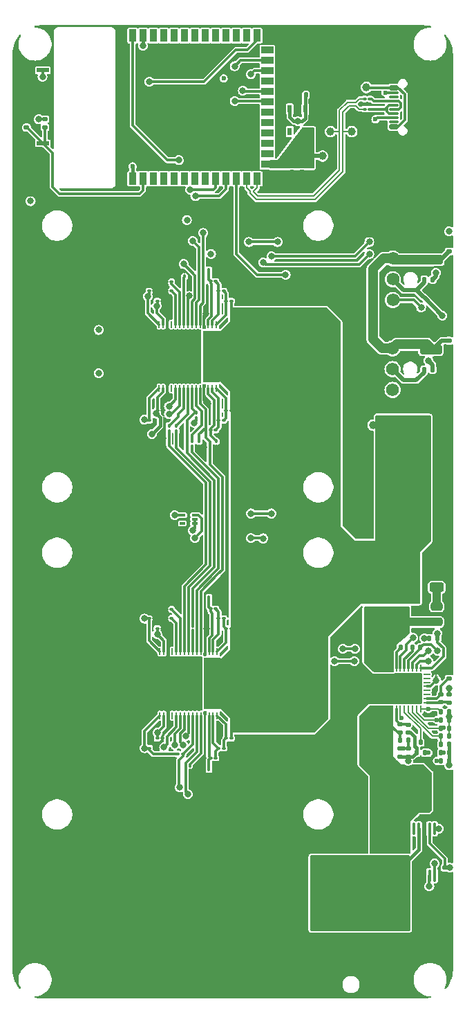
<source format=gbr>
%TF.GenerationSoftware,KiCad,Pcbnew,8.0.4*%
%TF.CreationDate,2024-11-06T18:59:39+01:00*%
%TF.ProjectId,BitForgeNano,42697446-6f72-4676-954e-616e6f2e6b69,rev?*%
%TF.SameCoordinates,Original*%
%TF.FileFunction,Copper,L1,Top*%
%TF.FilePolarity,Positive*%
%FSLAX46Y46*%
G04 Gerber Fmt 4.6, Leading zero omitted, Abs format (unit mm)*
G04 Created by KiCad (PCBNEW 8.0.4) date 2024-11-06 18:59:39*
%MOMM*%
%LPD*%
G01*
G04 APERTURE LIST*
G04 Aperture macros list*
%AMRoundRect*
0 Rectangle with rounded corners*
0 $1 Rounding radius*
0 $2 $3 $4 $5 $6 $7 $8 $9 X,Y pos of 4 corners*
0 Add a 4 corners polygon primitive as box body*
4,1,4,$2,$3,$4,$5,$6,$7,$8,$9,$2,$3,0*
0 Add four circle primitives for the rounded corners*
1,1,$1+$1,$2,$3*
1,1,$1+$1,$4,$5*
1,1,$1+$1,$6,$7*
1,1,$1+$1,$8,$9*
0 Add four rect primitives between the rounded corners*
20,1,$1+$1,$2,$3,$4,$5,0*
20,1,$1+$1,$4,$5,$6,$7,0*
20,1,$1+$1,$6,$7,$8,$9,0*
20,1,$1+$1,$8,$9,$2,$3,0*%
G04 Aperture macros list end*
%TA.AperFunction,EtchedComponent*%
%ADD10C,0.000100*%
%TD*%
%TA.AperFunction,SMDPad,CuDef*%
%ADD11RoundRect,0.140000X-0.170000X0.140000X-0.170000X-0.140000X0.170000X-0.140000X0.170000X0.140000X0*%
%TD*%
%TA.AperFunction,SMDPad,CuDef*%
%ADD12RoundRect,0.100000X-0.100000X0.637500X-0.100000X-0.637500X0.100000X-0.637500X0.100000X0.637500X0*%
%TD*%
%TA.AperFunction,SMDPad,CuDef*%
%ADD13RoundRect,0.140000X-0.140000X-0.170000X0.140000X-0.170000X0.140000X0.170000X-0.140000X0.170000X0*%
%TD*%
%TA.AperFunction,SMDPad,CuDef*%
%ADD14RoundRect,0.100000X-0.100000X0.130000X-0.100000X-0.130000X0.100000X-0.130000X0.100000X0.130000X0*%
%TD*%
%TA.AperFunction,SMDPad,CuDef*%
%ADD15RoundRect,0.100000X-0.130000X-0.100000X0.130000X-0.100000X0.130000X0.100000X-0.130000X0.100000X0*%
%TD*%
%TA.AperFunction,SMDPad,CuDef*%
%ADD16RoundRect,0.100000X0.130000X0.100000X-0.130000X0.100000X-0.130000X-0.100000X0.130000X-0.100000X0*%
%TD*%
%TA.AperFunction,SMDPad,CuDef*%
%ADD17RoundRect,0.135000X0.135000X0.185000X-0.135000X0.185000X-0.135000X-0.185000X0.135000X-0.185000X0*%
%TD*%
%TA.AperFunction,SMDPad,CuDef*%
%ADD18RoundRect,0.150000X0.425000X-0.150000X0.425000X0.150000X-0.425000X0.150000X-0.425000X-0.150000X0*%
%TD*%
%TA.AperFunction,SMDPad,CuDef*%
%ADD19RoundRect,0.075000X0.500000X-0.075000X0.500000X0.075000X-0.500000X0.075000X-0.500000X-0.075000X0*%
%TD*%
%TA.AperFunction,ComponentPad*%
%ADD20O,2.100000X1.000000*%
%TD*%
%TA.AperFunction,ComponentPad*%
%ADD21O,1.800000X1.000000*%
%TD*%
%TA.AperFunction,SMDPad,CuDef*%
%ADD22RoundRect,0.135000X0.185000X-0.135000X0.185000X0.135000X-0.185000X0.135000X-0.185000X-0.135000X0*%
%TD*%
%TA.AperFunction,SMDPad,CuDef*%
%ADD23RoundRect,0.250000X0.250000X0.475000X-0.250000X0.475000X-0.250000X-0.475000X0.250000X-0.475000X0*%
%TD*%
%TA.AperFunction,ComponentPad*%
%ADD24R,4.000000X2.000000*%
%TD*%
%TA.AperFunction,ComponentPad*%
%ADD25O,2.000000X3.500000*%
%TD*%
%TA.AperFunction,ComponentPad*%
%ADD26O,3.300000X2.000000*%
%TD*%
%TA.AperFunction,ComponentPad*%
%ADD27C,1.574800*%
%TD*%
%TA.AperFunction,SMDPad,CuDef*%
%ADD28RoundRect,0.250000X-0.325000X-0.650000X0.325000X-0.650000X0.325000X0.650000X-0.325000X0.650000X0*%
%TD*%
%TA.AperFunction,SMDPad,CuDef*%
%ADD29RoundRect,0.135000X-0.185000X0.135000X-0.185000X-0.135000X0.185000X-0.135000X0.185000X0.135000X0*%
%TD*%
%TA.AperFunction,SMDPad,CuDef*%
%ADD30RoundRect,0.135000X-0.135000X-0.185000X0.135000X-0.185000X0.135000X0.185000X-0.135000X0.185000X0*%
%TD*%
%TA.AperFunction,SMDPad,CuDef*%
%ADD31R,1.524000X0.508000*%
%TD*%
%TA.AperFunction,SMDPad,CuDef*%
%ADD32RoundRect,0.085000X-0.265000X-0.085000X0.265000X-0.085000X0.265000X0.085000X-0.265000X0.085000X0*%
%TD*%
%TA.AperFunction,SMDPad,CuDef*%
%ADD33RoundRect,0.062500X-0.062500X0.337500X-0.062500X-0.337500X0.062500X-0.337500X0.062500X0.337500X0*%
%TD*%
%TA.AperFunction,SMDPad,CuDef*%
%ADD34RoundRect,0.062500X-0.337500X0.062500X-0.337500X-0.062500X0.337500X-0.062500X0.337500X0.062500X0*%
%TD*%
%TA.AperFunction,ComponentPad*%
%ADD35C,0.400000*%
%TD*%
%TA.AperFunction,SMDPad,CuDef*%
%ADD36R,5.300000X3.300000*%
%TD*%
%TA.AperFunction,SMDPad,CuDef*%
%ADD37C,1.000000*%
%TD*%
%TA.AperFunction,SMDPad,CuDef*%
%ADD38R,0.558800X0.952500*%
%TD*%
%TA.AperFunction,SMDPad,CuDef*%
%ADD39RoundRect,0.140000X0.170000X-0.140000X0.170000X0.140000X-0.170000X0.140000X-0.170000X-0.140000X0*%
%TD*%
%TA.AperFunction,SMDPad,CuDef*%
%ADD40RoundRect,0.250000X-0.250000X-0.475000X0.250000X-0.475000X0.250000X0.475000X-0.250000X0.475000X0*%
%TD*%
%TA.AperFunction,SMDPad,CuDef*%
%ADD41RoundRect,0.250000X-0.475000X0.250000X-0.475000X-0.250000X0.475000X-0.250000X0.475000X0.250000X0*%
%TD*%
%TA.AperFunction,SMDPad,CuDef*%
%ADD42RoundRect,0.250000X0.325000X1.100000X-0.325000X1.100000X-0.325000X-1.100000X0.325000X-1.100000X0*%
%TD*%
%TA.AperFunction,SMDPad,CuDef*%
%ADD43R,0.900000X1.500000*%
%TD*%
%TA.AperFunction,SMDPad,CuDef*%
%ADD44R,1.500000X0.900000*%
%TD*%
%TA.AperFunction,SMDPad,CuDef*%
%ADD45R,0.900000X0.900000*%
%TD*%
%TA.AperFunction,SMDPad,CuDef*%
%ADD46R,0.250000X0.250000*%
%TD*%
%TA.AperFunction,SMDPad,CuDef*%
%ADD47C,1.500000*%
%TD*%
%TA.AperFunction,SMDPad,CuDef*%
%ADD48R,3.050000X2.000000*%
%TD*%
%TA.AperFunction,SMDPad,CuDef*%
%ADD49RoundRect,0.250000X0.325000X0.650000X-0.325000X0.650000X-0.325000X-0.650000X0.325000X-0.650000X0*%
%TD*%
%TA.AperFunction,SMDPad,CuDef*%
%ADD50RoundRect,0.250000X1.100000X-0.325000X1.100000X0.325000X-1.100000X0.325000X-1.100000X-0.325000X0*%
%TD*%
%TA.AperFunction,SMDPad,CuDef*%
%ADD51RoundRect,0.140000X0.140000X0.170000X-0.140000X0.170000X-0.140000X-0.170000X0.140000X-0.170000X0*%
%TD*%
%TA.AperFunction,SMDPad,CuDef*%
%ADD52RoundRect,0.055250X-0.055250X0.340750X-0.055250X-0.340750X0.055250X-0.340750X0.055250X0.340750X0*%
%TD*%
%TA.AperFunction,SMDPad,CuDef*%
%ADD53R,2.000000X6.330000*%
%TD*%
%TA.AperFunction,SMDPad,CuDef*%
%ADD54R,5.300000X6.330000*%
%TD*%
%TA.AperFunction,SMDPad,CuDef*%
%ADD55RoundRect,0.250000X-0.625000X0.312500X-0.625000X-0.312500X0.625000X-0.312500X0.625000X0.312500X0*%
%TD*%
%TA.AperFunction,ViaPad*%
%ADD56C,0.800000*%
%TD*%
%TA.AperFunction,ViaPad*%
%ADD57C,0.600000*%
%TD*%
%TA.AperFunction,Conductor*%
%ADD58C,0.300000*%
%TD*%
%TA.AperFunction,Conductor*%
%ADD59C,1.200000*%
%TD*%
%TA.AperFunction,Conductor*%
%ADD60C,0.500000*%
%TD*%
%TA.AperFunction,Conductor*%
%ADD61C,0.750000*%
%TD*%
%TA.AperFunction,Conductor*%
%ADD62C,0.400000*%
%TD*%
%TA.AperFunction,Conductor*%
%ADD63C,0.200000*%
%TD*%
%TA.AperFunction,Conductor*%
%ADD64C,1.000000*%
%TD*%
%TA.AperFunction,Conductor*%
%ADD65C,0.350000*%
%TD*%
G04 APERTURE END LIST*
%TO.C,T1*%
D10*
X97325000Y-126170500D02*
X97575000Y-126170500D01*
X97575000Y-126100500D01*
X97325000Y-126100500D01*
X97325000Y-126170500D01*
%TA.AperFunction,EtchedComponent*%
G36*
X97325000Y-126170500D02*
G01*
X97575000Y-126170500D01*
X97575000Y-126100500D01*
X97325000Y-126100500D01*
X97325000Y-126170500D01*
G37*
%TD.AperFunction*%
%TD*%
D11*
%TO.P,C48,1*%
%TO.N,3V3*%
X81000000Y-63500000D03*
%TO.P,C48,2*%
%TO.N,GND*%
X81000000Y-64460000D03*
%TD*%
D12*
%TO.P,U4,1,IN+*%
%TO.N,VIN*%
X92725000Y-150482500D03*
%TO.P,U4,2,IN+*%
X93375000Y-150482500D03*
%TO.P,U4,3,IN+*%
X94025000Y-150482500D03*
%TO.P,U4,4,A1*%
%TO.N,GND*%
X94675000Y-150482500D03*
%TO.P,U4,5,A0*%
X95325000Y-150482500D03*
%TO.P,U4,6,GND*%
X95975000Y-150482500D03*
%TO.P,U4,7,ALERT*%
%TO.N,/ESP32/INA_ALRT*%
X96625000Y-150482500D03*
%TO.P,U4,8,SDA*%
%TO.N,/SDA*%
X97275000Y-150482500D03*
%TO.P,U4,9,SCL*%
%TO.N,/SCL*%
X97275000Y-144757500D03*
%TO.P,U4,10,VS*%
%TO.N,3V3*%
X96625000Y-144757500D03*
%TO.P,U4,11,GND*%
%TO.N,GND*%
X95975000Y-144757500D03*
%TO.P,U4,12,VBUS*%
%TO.N,VIN*%
X95325000Y-144757500D03*
%TO.P,U4,13,NC*%
%TO.N,unconnected-(U4-NC-Pad13)*%
X94675000Y-144757500D03*
%TO.P,U4,14,IN-*%
%TO.N,+5V*%
X94025000Y-144757500D03*
%TO.P,U4,15,IN-*%
X93375000Y-144757500D03*
%TO.P,U4,16,IN-*%
X92725000Y-144757500D03*
%TD*%
D13*
%TO.P,C6,1*%
%TO.N,+5V*%
X96520000Y-141250000D03*
%TO.P,C6,2*%
%TO.N,GND*%
X97480000Y-141250000D03*
%TD*%
%TO.P,C7,1*%
%TO.N,+5V*%
X96520000Y-140250000D03*
%TO.P,C7,2*%
%TO.N,GND*%
X97480000Y-140250000D03*
%TD*%
D14*
%TO.P,R23,1*%
%TO.N,GND*%
X66600000Y-76592500D03*
%TO.P,R23,2*%
%TO.N,/Domain/I_BI*%
X66600000Y-77232500D03*
%TD*%
D15*
%TO.P,R38,1*%
%TO.N,/ESP32/USB_D+*%
X88680000Y-55500000D03*
%TO.P,R38,2*%
%TO.N,Net-(J5-D+-PadA6)*%
X89320000Y-55500000D03*
%TD*%
D16*
%TO.P,C36,1*%
%TO.N,VDD*%
X72320000Y-133700000D03*
%TO.P,C36,2*%
%TO.N,Net-(U3-VDD3_1)*%
X71680000Y-133700000D03*
%TD*%
D17*
%TO.P,R3,1*%
%TO.N,Net-(U12-BP1V5)*%
X99050000Y-131450000D03*
%TO.P,R3,2*%
%TO.N,Net-(U12-ADRSEL)*%
X98030000Y-131450000D03*
%TD*%
D18*
%TO.P,J5,A1,GND*%
%TO.N,GND*%
X92255000Y-59725000D03*
%TO.P,J5,A4,VBUS*%
%TO.N,Net-(J5-VBUS-PadA4)*%
X92255000Y-58925000D03*
D19*
%TO.P,J5,A5,CC1*%
%TO.N,Net-(J5-CC1)*%
X92255000Y-57775000D03*
%TO.P,J5,A6,D+*%
%TO.N,Net-(J5-D+-PadA6)*%
X92255000Y-56775000D03*
%TO.P,J5,A7,D-*%
%TO.N,Net-(J5-D--PadA7)*%
X92255000Y-56275000D03*
%TO.P,J5,A8,SBU1*%
%TO.N,unconnected-(J5-SBU1-PadA8)*%
X92255000Y-55275000D03*
D18*
%TO.P,J5,A9,VBUS*%
%TO.N,Net-(J5-VBUS-PadA4)*%
X92255000Y-54125000D03*
%TO.P,J5,A12,GND*%
%TO.N,GND*%
X92255000Y-53325000D03*
%TO.P,J5,B1,GND*%
X92255000Y-53325000D03*
%TO.P,J5,B4,VBUS*%
%TO.N,Net-(J5-VBUS-PadA4)*%
X92255000Y-54125000D03*
D19*
%TO.P,J5,B5,CC2*%
%TO.N,Net-(J5-CC2)*%
X92255000Y-54775000D03*
%TO.P,J5,B6,D+*%
%TO.N,Net-(J5-D+-PadA6)*%
X92255000Y-55775000D03*
%TO.P,J5,B7,D-*%
%TO.N,Net-(J5-D--PadA7)*%
X92255000Y-57275000D03*
%TO.P,J5,B8,SBU2*%
%TO.N,unconnected-(J5-SBU2-PadB8)*%
X92255000Y-58275000D03*
D18*
%TO.P,J5,B9,VBUS*%
%TO.N,Net-(J5-VBUS-PadA4)*%
X92255000Y-58925000D03*
%TO.P,J5,B12,GND*%
%TO.N,GND*%
X92255000Y-59725000D03*
D20*
%TO.P,J5,S1,SHIELD*%
X92830000Y-60845000D03*
D21*
X97010000Y-60845000D03*
D20*
X92830000Y-52205000D03*
D21*
X97010000Y-52205000D03*
%TD*%
D22*
%TO.P,R30,1*%
%TO.N,+5V*%
X93000000Y-133020000D03*
%TO.P,R30,2*%
%TO.N,Net-(U12-AVIN)*%
X93000000Y-132000000D03*
%TD*%
D23*
%TO.P,C77,1*%
%TO.N,VDD*%
X90950000Y-98850000D03*
%TO.P,C77,2*%
%TO.N,GND*%
X89050000Y-98850000D03*
%TD*%
D24*
%TO.P,J1,1*%
%TO.N,VIN*%
X87000000Y-154800000D03*
D25*
%TO.P,J1,2*%
%TO.N,GND*%
X82500000Y-161800000D03*
D26*
X87000000Y-160800000D03*
D25*
X91500000Y-161800000D03*
%TD*%
D14*
%TO.P,C16,1*%
%TO.N,GND*%
X69600000Y-115835000D03*
%TO.P,C16,2*%
%TO.N,Net-(U3-VDD1_0)*%
X69600000Y-116475000D03*
%TD*%
D15*
%TO.P,C18,1*%
%TO.N,Net-(U3-VDD1_0)*%
X69780000Y-117855000D03*
%TO.P,C18,2*%
%TO.N,Net-(U3-VDD2_0)*%
X70420000Y-117855000D03*
%TD*%
D27*
%TO.P,J8,1,Pin_1*%
%TO.N,GND*%
X92100000Y-83460000D03*
%TO.P,J8,2,Pin_2*%
%TO.N,+5V*%
X92100000Y-86000000D03*
%TO.P,J8,3,Pin_3*%
%TO.N,/Fan/FAN2_TACH*%
X92100000Y-88540000D03*
%TO.P,J8,4,Pin_4*%
%TO.N,/Fan/FAN2_PWM*%
X92100000Y-91080000D03*
%TD*%
D17*
%TO.P,R36,1*%
%TO.N,/Power/PGOOD*%
X97610000Y-121450000D03*
%TO.P,R36,2*%
%TO.N,3V3*%
X96590000Y-121450000D03*
%TD*%
D28*
%TO.P,C80,1*%
%TO.N,VDD*%
X95050000Y-108350000D03*
%TO.P,C80,2*%
%TO.N,GND*%
X98000000Y-108350000D03*
%TD*%
D15*
%TO.P,C62,1*%
%TO.N,Net-(U9-VDD2_0)*%
X70780000Y-79012500D03*
%TO.P,C62,2*%
%TO.N,Net-(U9-VDD3_0)*%
X71420000Y-79012500D03*
%TD*%
D16*
%TO.P,C66,1*%
%TO.N,Net-(U9-VDD3_1)*%
X71420000Y-94800000D03*
%TO.P,C66,2*%
%TO.N,Net-(U9-VDD2_1)*%
X70780000Y-94800000D03*
%TD*%
%TO.P,C51,1*%
%TO.N,Net-(U3-VDD2_1)*%
X70420000Y-136100000D03*
%TO.P,C51,2*%
%TO.N,Net-(U3-VDD1_1)*%
X69780000Y-136100000D03*
%TD*%
D14*
%TO.P,C68,1*%
%TO.N,Net-(U9-VDD1_1)*%
X70500000Y-97380000D03*
%TO.P,C68,2*%
%TO.N,GND*%
X70500000Y-98020000D03*
%TD*%
D15*
%TO.P,C63,1*%
%TO.N,Net-(U9-VDD3_0)*%
X71680000Y-80212500D03*
%TO.P,C63,2*%
%TO.N,VDD*%
X72320000Y-80212500D03*
%TD*%
D14*
%TO.P,C54,1*%
%TO.N,GND*%
X69600000Y-75792500D03*
%TO.P,C54,2*%
%TO.N,Net-(U9-VDD1_0)*%
X69600000Y-76432500D03*
%TD*%
D29*
%TO.P,R8,1*%
%TO.N,Net-(U12-EN{slash}UVLO)*%
X94000000Y-134930000D03*
%TO.P,R8,2*%
%TO.N,/Power/AGND*%
X94000000Y-135950000D03*
%TD*%
D30*
%TO.P,R7,1*%
%TO.N,Net-(U12-ADRSEL)*%
X98030000Y-136450000D03*
%TO.P,R7,2*%
%TO.N,/Power/AGND*%
X99050000Y-136450000D03*
%TD*%
D15*
%TO.P,C69,1*%
%TO.N,/Domain/0V8*%
X63260000Y-80212500D03*
%TO.P,C69,2*%
%TO.N,GND*%
X63900000Y-80212500D03*
%TD*%
%TO.P,C27,1*%
%TO.N,/Domain/1V2*%
X62260000Y-119055000D03*
%TO.P,C27,2*%
%TO.N,GND*%
X62900000Y-119055000D03*
%TD*%
D30*
%TO.P,R9,1*%
%TO.N,+5V*%
X92990000Y-133960000D03*
%TO.P,R9,2*%
%TO.N,Net-(U12-EN{slash}UVLO)*%
X94010000Y-133960000D03*
%TD*%
D14*
%TO.P,R11,1*%
%TO.N,Net-(U9-CO)*%
X67500000Y-97380000D03*
%TO.P,R11,2*%
%TO.N,Net-(U3-CI)*%
X67500000Y-98020000D03*
%TD*%
D28*
%TO.P,C79,1*%
%TO.N,VDD*%
X95025000Y-105850000D03*
%TO.P,C79,2*%
%TO.N,GND*%
X97975000Y-105850000D03*
%TD*%
D31*
%TO.P,SW2,1*%
%TO.N,GND*%
X49250000Y-65250000D03*
%TO.P,SW2,2*%
%TO.N,/ESP32/EN*%
X49250000Y-60932000D03*
%TD*%
D32*
%TO.P,U7,1,SCL*%
%TO.N,/SCL*%
X66350000Y-106400000D03*
%TO.P,U7,2,GND*%
%TO.N,GND*%
X66350000Y-106900000D03*
%TO.P,U7,3,ALERT*%
%TO.N,unconnected-(U7-ALERT-Pad3)*%
X66350000Y-107400000D03*
%TO.P,U7,4,A0*%
%TO.N,3V3*%
X67850000Y-107400000D03*
%TO.P,U7,5,V+*%
X67850000Y-106900000D03*
%TO.P,U7,6,SDA*%
%TO.N,/SDA*%
X67850000Y-106400000D03*
%TD*%
D14*
%TO.P,R19,1*%
%TO.N,Net-(U9-BO)*%
X64700000Y-95480000D03*
%TO.P,R19,2*%
%TO.N,Net-(U3-BI)*%
X64700000Y-96120000D03*
%TD*%
D30*
%TO.P,R6,1*%
%TO.N,Net-(U12-MSEL2)*%
X98030000Y-134450000D03*
%TO.P,R6,2*%
%TO.N,/Power/AGND*%
X99050000Y-134450000D03*
%TD*%
D13*
%TO.P,C1,1*%
%TO.N,Net-(U12-DRTN)*%
X94520000Y-122600000D03*
%TO.P,C1,2*%
%TO.N,Net-(U12-BP1V5)*%
X95480000Y-122600000D03*
%TD*%
D16*
%TO.P,R17,1*%
%TO.N,Net-(U3-RI)*%
X66420000Y-135600000D03*
%TO.P,R17,2*%
%TO.N,/Domain/1V2*%
X65780000Y-135600000D03*
%TD*%
%TO.P,C65,1*%
%TO.N,VDD*%
X72320000Y-93600000D03*
%TO.P,C65,2*%
%TO.N,Net-(U9-VDD3_1)*%
X71680000Y-93600000D03*
%TD*%
D14*
%TO.P,C52,1*%
%TO.N,Net-(U3-VDD1_1)*%
X69600000Y-137480000D03*
%TO.P,C52,2*%
%TO.N,GND*%
X69600000Y-138120000D03*
%TD*%
D15*
%TO.P,C44,1*%
%TO.N,/Domain/0V8*%
X63280000Y-133700000D03*
%TO.P,C44,2*%
%TO.N,GND*%
X63920000Y-133700000D03*
%TD*%
D23*
%TO.P,C78,1*%
%TO.N,VDD*%
X90950000Y-101100000D03*
%TO.P,C78,2*%
%TO.N,GND*%
X89050000Y-101100000D03*
%TD*%
D22*
%TO.P,R41,1*%
%TO.N,Net-(U12-GOSNS)*%
X99000000Y-126410000D03*
%TO.P,R41,2*%
%TO.N,GND*%
X99000000Y-125390000D03*
%TD*%
D29*
%TO.P,R21,1*%
%TO.N,3V3*%
X49500000Y-57990000D03*
%TO.P,R21,2*%
%TO.N,/ESP32/EN*%
X49500000Y-59010000D03*
%TD*%
D33*
%TO.P,U12,1,PGD*%
%TO.N,/Power/PGOOD*%
X95550000Y-125100000D03*
%TO.P,U12,2,PMB_DATA*%
%TO.N,/SDA*%
X95050000Y-125100000D03*
%TO.P,U12,3,PMB_CLK*%
%TO.N,/SCL*%
X94550000Y-125100000D03*
%TO.P,U12,4,BP1V5*%
%TO.N,Net-(U12-BP1V5)*%
X94050000Y-125100000D03*
%TO.P,U12,5,DRTN*%
%TO.N,Net-(U12-DRTN)*%
X93550000Y-125100000D03*
%TO.P,U12,6,SMB_ALRT*%
%TO.N,/Power/SMB_ALRT*%
X93050000Y-125100000D03*
%TO.P,U12,7,BOOT*%
%TO.N,Net-(U12-BOOT)*%
X92550000Y-125100000D03*
%TO.P,U12,8,SW*%
%TO.N,/Power/SW*%
X92050000Y-125100000D03*
%TO.P,U12,9,SW*%
X91550000Y-125100000D03*
%TO.P,U12,10,SW*%
X91050000Y-125100000D03*
%TO.P,U12,11,SW*%
X90550000Y-125100000D03*
%TO.P,U12,12,SW*%
X90050000Y-125100000D03*
D34*
%TO.P,U12,13,PGND*%
%TO.N,GND*%
X89300000Y-125850000D03*
%TO.P,U12,14,PGND*%
X89300000Y-126350000D03*
%TO.P,U12,15,PGND*%
X89300000Y-126850000D03*
%TO.P,U12,16,PGND*%
X89300000Y-127350000D03*
%TO.P,U12,17,PGND*%
X89300000Y-127850000D03*
%TO.P,U12,18,PGND*%
X89300000Y-128350000D03*
%TO.P,U12,19,PGND*%
X89300000Y-128850000D03*
%TO.P,U12,20,PGND*%
X89300000Y-129350000D03*
D33*
%TO.P,U12,21,PVIN*%
%TO.N,+5V*%
X90050000Y-130100000D03*
%TO.P,U12,22,PVIN*%
X90550000Y-130100000D03*
%TO.P,U12,23,PVIN*%
X91050000Y-130100000D03*
%TO.P,U12,24,PVIN*%
X91550000Y-130100000D03*
%TO.P,U12,25,PVIN*%
X92050000Y-130100000D03*
%TO.P,U12,26,AVIN*%
%TO.N,Net-(U12-AVIN)*%
X92550000Y-130100000D03*
%TO.P,U12,27,EN/UVLO*%
%TO.N,Net-(U12-EN{slash}UVLO)*%
X93050000Y-130100000D03*
%TO.P,U12,28,VDD5*%
%TO.N,Net-(U12-VDD5)*%
X93550000Y-130100000D03*
%TO.P,U12,29,MSEL2*%
%TO.N,Net-(U12-MSEL2)*%
X94050000Y-130100000D03*
%TO.P,U12,30,VSEL*%
%TO.N,Net-(U12-VSEL)*%
X94550000Y-130100000D03*
%TO.P,U12,31,ADRSEL*%
%TO.N,Net-(U12-ADRSEL)*%
X95050000Y-130100000D03*
%TO.P,U12,32,MSEL1*%
%TO.N,Net-(U12-MSEL1)*%
X95550000Y-130100000D03*
D34*
%TO.P,U12,33,VOSNS*%
%TO.N,Net-(U12-VOSNS)*%
X96300000Y-129350000D03*
%TO.P,U12,34,GOSNS*%
%TO.N,Net-(U12-GOSNS)*%
X96300000Y-128850000D03*
%TO.P,U12,35,VSHARE*%
%TO.N,unconnected-(U12-VSHARE-Pad35)*%
X96300000Y-128350000D03*
%TO.P,U12,36,NC*%
%TO.N,unconnected-(U12-NC-Pad36)*%
X96300000Y-127850000D03*
%TO.P,U12,37,AGND*%
%TO.N,/Power/AGND*%
X96300000Y-127350000D03*
%TO.P,U12,38,SYNC*%
%TO.N,unconnected-(U12-SYNC-Pad38)*%
X96300000Y-126850000D03*
%TO.P,U12,39,BCX_CLK*%
%TO.N,unconnected-(U12-BCX_CLK-Pad39)*%
X96300000Y-126350000D03*
%TO.P,U12,40,BCX_DAT*%
%TO.N,unconnected-(U12-BCX_DAT-Pad40)*%
X96300000Y-125850000D03*
D35*
%TO.P,U12,41,PAD*%
%TO.N,GND*%
X94200000Y-126320000D03*
X92800000Y-126320000D03*
X91400000Y-126320000D03*
X95200000Y-127600000D03*
X94200000Y-127600000D03*
X92800000Y-127600000D03*
D36*
X92800000Y-127600000D03*
D35*
X91400000Y-127600000D03*
X90400000Y-127600000D03*
X94200000Y-128880000D03*
X92800000Y-128880000D03*
X91400000Y-128880000D03*
%TD*%
D13*
%TO.P,C10,1*%
%TO.N,Net-(U12-VDD5)*%
X95520000Y-134200000D03*
%TO.P,C10,2*%
%TO.N,GND*%
X96480000Y-134200000D03*
%TD*%
D37*
%TO.P,TP14,1,1*%
%TO.N,/ESP32/USB_D+*%
X84500000Y-59500000D03*
%TD*%
D30*
%TO.P,R10,1*%
%TO.N,Net-(U12-VSEL)*%
X98030000Y-135450000D03*
%TO.P,R10,2*%
%TO.N,/Power/AGND*%
X99050000Y-135450000D03*
%TD*%
D15*
%TO.P,R12,1*%
%TO.N,GND*%
X64380000Y-117905000D03*
%TO.P,R12,2*%
%TO.N,Net-(U3-ROSC_SEL)*%
X65020000Y-117905000D03*
%TD*%
D17*
%TO.P,R2,1*%
%TO.N,Net-(U12-BP1V5)*%
X99050000Y-133450000D03*
%TO.P,R2,2*%
%TO.N,Net-(U12-MSEL2)*%
X98030000Y-133450000D03*
%TD*%
D11*
%TO.P,C8,1*%
%TO.N,Net-(U12-EN{slash}UVLO)*%
X93000000Y-134960000D03*
%TO.P,C8,2*%
%TO.N,/Power/AGND*%
X93000000Y-135920000D03*
%TD*%
D38*
%TO.P,U10,1,VIN*%
%TO.N,+5V*%
X81379600Y-56744100D03*
%TO.P,U10,2,GND*%
%TO.N,GND*%
X80439800Y-56744100D03*
%TO.P,U10,3,EN*%
%TO.N,+5V*%
X79500000Y-56744100D03*
%TO.P,U10,4,NC*%
%TO.N,unconnected-(U10-NC-Pad4)*%
X79500000Y-59500000D03*
%TO.P,U10,5,VOUT*%
%TO.N,3V3*%
X81379600Y-59500000D03*
%TD*%
D11*
%TO.P,C57,1*%
%TO.N,3V3*%
X79750000Y-63500000D03*
%TO.P,C57,2*%
%TO.N,GND*%
X79750000Y-64460000D03*
%TD*%
D37*
%TO.P,TP1,1,1*%
%TO.N,+5V*%
X93750000Y-139500000D03*
%TD*%
D39*
%TO.P,C43,1*%
%TO.N,+5V*%
X99000000Y-74180000D03*
%TO.P,C43,2*%
%TO.N,GND*%
X99000000Y-73220000D03*
%TD*%
D40*
%TO.P,C30,1*%
%TO.N,VDD*%
X95800000Y-101100000D03*
%TO.P,C30,2*%
%TO.N,GND*%
X97700000Y-101100000D03*
%TD*%
D16*
%TO.P,C38,1*%
%TO.N,Net-(U3-VDD3_1)*%
X71420000Y-134900000D03*
%TO.P,C38,2*%
%TO.N,Net-(U3-VDD2_1)*%
X70780000Y-134900000D03*
%TD*%
D17*
%TO.P,R1,1*%
%TO.N,Net-(U12-BP1V5)*%
X99050000Y-130450000D03*
%TO.P,R1,2*%
%TO.N,Net-(U12-MSEL1)*%
X98030000Y-130450000D03*
%TD*%
D14*
%TO.P,R16,1*%
%TO.N,Net-(U3-NRSTI)*%
X68395000Y-97380000D03*
%TO.P,R16,2*%
%TO.N,GND*%
X68395000Y-98020000D03*
%TD*%
D41*
%TO.P,C12,1*%
%TO.N,Net-(C12-Pad1)*%
X97500000Y-117580000D03*
%TO.P,C12,2*%
%TO.N,/Power/SW*%
X97500000Y-119480000D03*
%TD*%
D42*
%TO.P,C4,1*%
%TO.N,+5V*%
X91225000Y-139500000D03*
%TO.P,C4,2*%
%TO.N,GND*%
X88275000Y-139500000D03*
%TD*%
D15*
%TO.P,C26,1*%
%TO.N,Net-(U3-VDD2_0)*%
X70780000Y-119055000D03*
%TO.P,C26,2*%
%TO.N,Net-(U3-VDD3_0)*%
X71420000Y-119055000D03*
%TD*%
D43*
%TO.P,U8,1,GND*%
%TO.N,GND*%
X58990000Y-65265000D03*
%TO.P,U8,2,3V3*%
%TO.N,3V3*%
X60260000Y-65265000D03*
%TO.P,U8,3,EN*%
%TO.N,/ESP32/EN*%
X61530000Y-65265000D03*
%TO.P,U8,4,GPIO4/TOUCH4/ADC1_CH3*%
%TO.N,unconnected-(U8-GPIO4{slash}TOUCH4{slash}ADC1_CH3-Pad4)*%
X62800000Y-65265000D03*
%TO.P,U8,5,GPIO5/TOUCH5/ADC1_CH4*%
%TO.N,unconnected-(U8-GPIO5{slash}TOUCH5{slash}ADC1_CH4-Pad5)*%
X64070000Y-65265000D03*
%TO.P,U8,6,GPIO6/TOUCH6/ADC1_CH5*%
%TO.N,unconnected-(U8-GPIO6{slash}TOUCH6{slash}ADC1_CH5-Pad6)*%
X65340000Y-65265000D03*
%TO.P,U8,7,GPIO7/TOUCH7/ADC1_CH6*%
%TO.N,unconnected-(U8-GPIO7{slash}TOUCH7{slash}ADC1_CH6-Pad7)*%
X66610000Y-65265000D03*
%TO.P,U8,8,GPIO15/U0RTS/ADC2_CH4/XTAL_32K_P*%
%TO.N,unconnected-(U8-GPIO15{slash}U0RTS{slash}ADC2_CH4{slash}XTAL_32K_P-Pad8)*%
X67880000Y-65265000D03*
%TO.P,U8,9,GPIO16/U0CTS/ADC2_CH5/XTAL_32K_NH5*%
%TO.N,/ESP32/PWR_EN*%
X69150000Y-65265000D03*
%TO.P,U8,10,GPIO17/U1TXD/ADC2_CH6*%
%TO.N,/TX*%
X70420000Y-65265000D03*
%TO.P,U8,11,GPIO18/U1RXD/ADC2_CH7/CLK_OUT3*%
%TO.N,/RX*%
X71690000Y-65265000D03*
%TO.P,U8,12,GPIO8/TOUCH8/ADC1_CH7/SUBSPICS1*%
%TO.N,/Power/PGOOD*%
X72960000Y-65265000D03*
%TO.P,U8,13,GPIO19/U1RTS/ADC2_CH8/CLK_OUT2/USB_D-*%
%TO.N,/ESP32/USB_D-*%
X74230000Y-65265000D03*
%TO.P,U8,14,GPIO20/U1CTS/ADC2_CH9/CLK_OUT1/USB_D+*%
%TO.N,/ESP32/USB_D+*%
X75500000Y-65265000D03*
D44*
%TO.P,U8,15,GPIO3/TOUCH3/ADC1_CH2\u002A*%
%TO.N,3V3*%
X76750000Y-63500000D03*
%TO.P,U8,16,\u002AGPIO46*%
%TO.N,unconnected-(U8-\u002AGPIO46-Pad16)*%
X76750000Y-62230000D03*
%TO.P,U8,17,GPIO9/TOUCH9/ADC1_CH8/FSPIHD/SUBSPIHD*%
%TO.N,unconnected-(U8-GPIO9{slash}TOUCH9{slash}ADC1_CH8{slash}FSPIHD{slash}SUBSPIHD-Pad17)*%
X76750000Y-60960000D03*
%TO.P,U8,18,GPIO10/TOUCH10/ADC1_CH9/FSPICS0/FSPIIO4/SUBSPICS0*%
%TO.N,unconnected-(U8-GPIO10{slash}TOUCH10{slash}ADC1_CH9{slash}FSPICS0{slash}FSPIIO4{slash}SUBSPICS0-Pad18)*%
X76750000Y-59690000D03*
%TO.P,U8,19,GPIO11/TOUCH11/ADC2_CH0/FSPID/FSPIIO5/SUBSPID*%
%TO.N,unconnected-(U8-GPIO11{slash}TOUCH11{slash}ADC2_CH0{slash}FSPID{slash}FSPIIO5{slash}SUBSPID-Pad19)*%
X76750000Y-58420000D03*
%TO.P,U8,20,GPIO12/TOUCH12/ADC2_CH1/FSPICLK/FSPIIO6/SUBSPICLK*%
%TO.N,unconnected-(U8-GPIO12{slash}TOUCH12{slash}ADC2_CH1{slash}FSPICLK{slash}FSPIIO6{slash}SUBSPICLK-Pad20)*%
X76750000Y-57150000D03*
%TO.P,U8,21,GPIO13/TOUCH13/ADC2_CH2/FSPIQ/FSPIIO7/SUBSPIQ*%
%TO.N,/Power/SMB_ALRT*%
X76750000Y-55880000D03*
%TO.P,U8,22,GPIO14/TOUCH14/ADC2_CH3/FSPIWP/FSPIDQS/SUBSPIWP*%
%TO.N,/ESP32/INA_ALRT*%
X76750000Y-54610000D03*
%TO.P,U8,23,GPIO21*%
%TO.N,unconnected-(U8-GPIO21-Pad23)*%
X76750000Y-53340000D03*
%TO.P,U8,24,GPIO47/SPICLK_P/SUBSPICLK_P_DIFF*%
%TO.N,/SDA*%
X76750000Y-52070000D03*
%TO.P,U8,25,GPIO48/SPICLK_N/SUBSPICLK_N_DIFF*%
%TO.N,/SCL*%
X76750000Y-50800000D03*
%TO.P,U8,26,\u002AGPIO45*%
%TO.N,unconnected-(U8-\u002AGPIO45-Pad26)*%
X76750000Y-49530000D03*
D43*
%TO.P,U8,27,GPIO0/BOOT\u002A*%
%TO.N,/ESP32/IO0*%
X75500000Y-47765000D03*
%TO.P,U8,28,SPIIO6/GPIO35/FSPID/SUBSPID*%
%TO.N,unconnected-(U8-SPIIO6{slash}GPIO35{slash}FSPID{slash}SUBSPID-Pad28)*%
X74230000Y-47765000D03*
%TO.P,U8,29,SPIIO7/GPIO36/FSPICLK/SUBSPICLK*%
%TO.N,unconnected-(U8-SPIIO7{slash}GPIO36{slash}FSPICLK{slash}SUBSPICLK-Pad29)*%
X72960000Y-47765000D03*
%TO.P,U8,30,SPIDQS/GPIO37/FSPIQ/SUBSPIQ*%
%TO.N,unconnected-(U8-SPIDQS{slash}GPIO37{slash}FSPIQ{slash}SUBSPIQ-Pad30)*%
X71690000Y-47765000D03*
%TO.P,U8,31,GPIO38/FSPIWP/SUBSPIWP*%
%TO.N,unconnected-(U8-GPIO38{slash}FSPIWP{slash}SUBSPIWP-Pad31)*%
X70420000Y-47765000D03*
%TO.P,U8,32,MTCK/GPIO39/CLK_OUT3/SUBSPICS1*%
%TO.N,unconnected-(U8-MTCK{slash}GPIO39{slash}CLK_OUT3{slash}SUBSPICS1-Pad32)*%
X69150000Y-47765000D03*
%TO.P,U8,33,MTDO/GPIO40/CLK_OUT2*%
%TO.N,unconnected-(U8-MTDO{slash}GPIO40{slash}CLK_OUT2-Pad33)*%
X67880000Y-47765000D03*
%TO.P,U8,34,MTDI/GPIO41/CLK_OUT1*%
%TO.N,unconnected-(U8-MTDI{slash}GPIO41{slash}CLK_OUT1-Pad34)*%
X66610000Y-47765000D03*
%TO.P,U8,35,MTMS/GPIO42*%
%TO.N,unconnected-(U8-MTMS{slash}GPIO42-Pad35)*%
X65340000Y-47765000D03*
%TO.P,U8,36,U0RXD/GPIO44/CLK_OUT2*%
%TO.N,unconnected-(U8-U0RXD{slash}GPIO44{slash}CLK_OUT2-Pad36)*%
X64070000Y-47765000D03*
%TO.P,U8,37,U0TXD/GPIO43/CLK_OUT1*%
%TO.N,unconnected-(U8-U0TXD{slash}GPIO43{slash}CLK_OUT1-Pad37)*%
X62800000Y-47765000D03*
%TO.P,U8,38,GPIO2/TOUCH2/ADC1_CH1*%
%TO.N,/ESP32/VDD_SAMPLE_0*%
X61530000Y-47765000D03*
%TO.P,U8,39,GPIO1/TOUCH1/ADC1_CH0*%
%TO.N,/RST*%
X60260000Y-47765000D03*
%TO.P,U8,40,GND*%
%TO.N,GND*%
X58990000Y-47765000D03*
D45*
%TO.P,U8,41,GND*%
X65310000Y-59415000D03*
X66710000Y-59415000D03*
X68110000Y-59415000D03*
X65310000Y-58015000D03*
X66710000Y-58015000D03*
X68110000Y-58015000D03*
X65310000Y-56615000D03*
X66710000Y-56615000D03*
X68110000Y-56615000D03*
%TD*%
D14*
%TO.P,R15,1*%
%TO.N,Net-(U9-RI)*%
X68000000Y-93885025D03*
%TO.P,R15,2*%
%TO.N,/Domain/1V2*%
X68000000Y-94525025D03*
%TD*%
D46*
%TO.P,T1,1*%
%TO.N,/Power/AGND*%
X97450000Y-126290000D03*
%TO.P,T1,2*%
%TO.N,GND*%
X97450000Y-125980000D03*
%TD*%
D30*
%TO.P,R18,1*%
%TO.N,/Fan/FAN1_TACH*%
X95990000Y-77600000D03*
%TO.P,R18,2*%
%TO.N,3V3*%
X97010000Y-77600000D03*
%TD*%
D37*
%TO.P,TP15,1,1*%
%TO.N,Net-(J5-VBUS-PadA4)*%
X88900000Y-54100000D03*
%TD*%
D47*
%TO.P,TP28,1,1*%
%TO.N,GND*%
X98250000Y-159750000D03*
%TD*%
D15*
%TO.P,C70,1*%
%TO.N,/Domain/1V2*%
X62260000Y-79012500D03*
%TO.P,C70,2*%
%TO.N,GND*%
X62900000Y-79012500D03*
%TD*%
D39*
%TO.P,C23,1*%
%TO.N,+5V*%
X99000000Y-85080000D03*
%TO.P,C23,2*%
%TO.N,GND*%
X99000000Y-84120000D03*
%TD*%
D15*
%TO.P,C55,1*%
%TO.N,Net-(U9-VDD1_0)*%
X69780000Y-77812500D03*
%TO.P,C55,2*%
%TO.N,Net-(U9-VDD2_0)*%
X70420000Y-77812500D03*
%TD*%
D30*
%TO.P,R20,1*%
%TO.N,/Fan/FAN2_TACH*%
X95980000Y-88600000D03*
%TO.P,R20,2*%
%TO.N,3V3*%
X97000000Y-88600000D03*
%TD*%
D15*
%TO.P,R33,1*%
%TO.N,GND*%
X64380000Y-78962500D03*
%TO.P,R33,2*%
%TO.N,Net-(U9-LITE_PAD)*%
X65020000Y-78962500D03*
%TD*%
%TO.P,C37,1*%
%TO.N,/Domain/1V2*%
X62280000Y-134900000D03*
%TO.P,C37,2*%
%TO.N,GND*%
X62920000Y-134900000D03*
%TD*%
D17*
%TO.P,R4,1*%
%TO.N,Net-(U12-BP1V5)*%
X99050000Y-132450000D03*
%TO.P,R4,2*%
%TO.N,Net-(U12-VSEL)*%
X98030000Y-132450000D03*
%TD*%
D40*
%TO.P,C20,1*%
%TO.N,VDD*%
X95800000Y-96600000D03*
%TO.P,C20,2*%
%TO.N,GND*%
X97700000Y-96600000D03*
%TD*%
D37*
%TO.P,TP3,1,1*%
%TO.N,VDD*%
X89700000Y-95400000D03*
%TD*%
D16*
%TO.P,C67,1*%
%TO.N,Net-(U9-VDD2_1)*%
X70420000Y-96000000D03*
%TO.P,C67,2*%
%TO.N,Net-(U9-VDD1_1)*%
X69780000Y-96000000D03*
%TD*%
D14*
%TO.P,R34,1*%
%TO.N,Net-(U9-RI)*%
X67600000Y-119935000D03*
%TO.P,R34,2*%
%TO.N,Net-(U3-RO)*%
X67600000Y-120575000D03*
%TD*%
%TO.P,R35,1*%
%TO.N,Net-(U9-CLKO)*%
X65600000Y-95480000D03*
%TO.P,R35,2*%
%TO.N,Net-(U3-CLKI)*%
X65600000Y-96120000D03*
%TD*%
D31*
%TO.P,SW1,1*%
%TO.N,GND*%
X49250000Y-56320500D03*
%TO.P,SW1,2*%
%TO.N,/ESP32/IO0*%
X49250000Y-52002500D03*
%TD*%
D15*
%TO.P,R24,1*%
%TO.N,GND*%
X64380000Y-77862500D03*
%TO.P,R24,2*%
%TO.N,Net-(U9-ROSC_SEL)*%
X65020000Y-77862500D03*
%TD*%
D48*
%TO.P,L1,1,1*%
%TO.N,/Power/SW*%
X91500000Y-120600000D03*
%TO.P,L1,2,2*%
%TO.N,VDD*%
X91500000Y-112250000D03*
%TD*%
D29*
%TO.P,R39,1*%
%TO.N,VDD*%
X99000000Y-128290000D03*
%TO.P,R39,2*%
%TO.N,Net-(U12-VOSNS)*%
X99000000Y-129310000D03*
%TD*%
D15*
%TO.P,C71,1*%
%TO.N,/Domain/1V2*%
X62280000Y-94800000D03*
%TO.P,C71,2*%
%TO.N,GND*%
X62920000Y-94800000D03*
%TD*%
D49*
%TO.P,C73,1*%
%TO.N,VDD*%
X91450000Y-105850000D03*
%TO.P,C73,2*%
%TO.N,GND*%
X88500000Y-105850000D03*
%TD*%
D39*
%TO.P,C13,1*%
%TO.N,Net-(U12-VOSNS)*%
X98000000Y-129280000D03*
%TO.P,C13,2*%
%TO.N,Net-(U12-GOSNS)*%
X98000000Y-128320000D03*
%TD*%
%TO.P,C5,1*%
%TO.N,/Power/AGND*%
X94000000Y-132980000D03*
%TO.P,C5,2*%
%TO.N,Net-(U12-AVIN)*%
X94000000Y-132020000D03*
%TD*%
D30*
%TO.P,R5,1*%
%TO.N,/Power/AGND*%
X95040000Y-135450000D03*
%TO.P,R5,2*%
%TO.N,Net-(U12-MSEL1)*%
X96060000Y-135450000D03*
%TD*%
D42*
%TO.P,C3,1*%
%TO.N,+5V*%
X91225000Y-146000000D03*
%TO.P,C3,2*%
%TO.N,GND*%
X88275000Y-146000000D03*
%TD*%
D50*
%TO.P,C22,1*%
%TO.N,+5V*%
X96800000Y-86175000D03*
%TO.P,C22,2*%
%TO.N,GND*%
X96800000Y-83225000D03*
%TD*%
D49*
%TO.P,C74,1*%
%TO.N,VDD*%
X91450000Y-103350000D03*
%TO.P,C74,2*%
%TO.N,GND*%
X88500000Y-103350000D03*
%TD*%
D27*
%TO.P,J6,1,Pin_1*%
%TO.N,GND*%
X92138851Y-72479400D03*
%TO.P,J6,2,Pin_2*%
%TO.N,+5V*%
X92138851Y-75019400D03*
%TO.P,J6,3,Pin_3*%
%TO.N,/Fan/FAN1_TACH*%
X92138851Y-77559400D03*
%TO.P,J6,4,Pin_4*%
%TO.N,/Fan/FAN1_PWM*%
X92138851Y-80099400D03*
%TD*%
D11*
%TO.P,C14,1*%
%TO.N,3V3*%
X98500000Y-149540000D03*
%TO.P,C14,2*%
%TO.N,GND*%
X98500000Y-150500000D03*
%TD*%
D15*
%TO.P,C28,1*%
%TO.N,Net-(U3-VDD3_0)*%
X71680000Y-120255000D03*
%TO.P,C28,2*%
%TO.N,VDD*%
X72320000Y-120255000D03*
%TD*%
D14*
%TO.P,R40,1*%
%TO.N,/Domain/NRSTO*%
X67250000Y-137030000D03*
%TO.P,R40,2*%
%TO.N,GND*%
X67250000Y-137670000D03*
%TD*%
D40*
%TO.P,C25,1*%
%TO.N,VDD*%
X95800000Y-98850000D03*
%TO.P,C25,2*%
%TO.N,GND*%
X97700000Y-98850000D03*
%TD*%
D50*
%TO.P,C24,1*%
%TO.N,+5V*%
X96900000Y-75175000D03*
%TO.P,C24,2*%
%TO.N,GND*%
X96900000Y-72225000D03*
%TD*%
D37*
%TO.P,TP4,1,1*%
%TO.N,3V3*%
X83500000Y-62500000D03*
%TD*%
D13*
%TO.P,C9,1*%
%TO.N,+5V*%
X96520000Y-142250000D03*
%TO.P,C9,2*%
%TO.N,GND*%
X97480000Y-142250000D03*
%TD*%
D49*
%TO.P,C53,1*%
%TO.N,VDD*%
X91450000Y-108350000D03*
%TO.P,C53,2*%
%TO.N,GND*%
X88500000Y-108350000D03*
%TD*%
D39*
%TO.P,C49,1*%
%TO.N,/ESP32/EN*%
X47250000Y-59000500D03*
%TO.P,C49,2*%
%TO.N,GND*%
X47250000Y-58040500D03*
%TD*%
D51*
%TO.P,C56,1*%
%TO.N,+5V*%
X81480000Y-55000000D03*
%TO.P,C56,2*%
%TO.N,GND*%
X80520000Y-55000000D03*
%TD*%
D40*
%TO.P,C2,1*%
%TO.N,+5V*%
X96050000Y-138750000D03*
%TO.P,C2,2*%
%TO.N,GND*%
X97950000Y-138750000D03*
%TD*%
D15*
%TO.P,C19,1*%
%TO.N,/Domain/0V8*%
X63260000Y-120255000D03*
%TO.P,C19,2*%
%TO.N,GND*%
X63900000Y-120255000D03*
%TD*%
D52*
%TO.P,U3,1,VDD3_0*%
%TO.N,Net-(U3-VDD3_0)*%
X70614000Y-123084000D03*
%TO.P,U3,2,VDD2_0*%
%TO.N,Net-(U3-VDD2_0)*%
X70112000Y-123084000D03*
%TO.P,U3,3,VDD1_0*%
%TO.N,Net-(U3-VDD1_0)*%
X69610000Y-123084000D03*
%TO.P,U3,4,VSS*%
%TO.N,GND*%
X69108000Y-123084000D03*
%TO.P,U3,5,NRSTI*%
%TO.N,Net-(U3-NRSTI)*%
X68606000Y-123084000D03*
%TO.P,U3,6,CI*%
%TO.N,Net-(U3-CI)*%
X68104000Y-123084000D03*
%TO.P,U3,7,RO*%
%TO.N,Net-(U3-RO)*%
X67602000Y-123084000D03*
%TO.P,U3,8,CLKI*%
%TO.N,Net-(U3-CLKI)*%
X67100000Y-123084000D03*
%TO.P,U3,9,BI*%
%TO.N,Net-(U3-BI)*%
X66598000Y-123084000D03*
%TO.P,U3,10,ROSC_SEL*%
%TO.N,Net-(U3-ROSC_SEL)*%
X66096000Y-123084000D03*
%TO.P,U3,11,LITE_PAD*%
%TO.N,Net-(U3-LITE_PAD)*%
X65594000Y-123084000D03*
%TO.P,U3,12,INV_CLKO*%
%TO.N,unconnected-(U3-INV_CLKO-Pad12)*%
X65092000Y-123084000D03*
%TO.P,U3,13,PLL_VSS*%
%TO.N,GND*%
X64590000Y-123084000D03*
%TO.P,U3,14,VDDIO_08_0*%
%TO.N,/Domain/0V8*%
X64088000Y-123084000D03*
%TO.P,U3,15,VDDIO_12_0*%
%TO.N,/Domain/1V2*%
X63586000Y-123084000D03*
%TO.P,U3,16,VDDIO_12_1*%
X63586000Y-130916000D03*
%TO.P,U3,17,VDDIO_08_1*%
%TO.N,/Domain/0V8*%
X64088000Y-130916000D03*
%TO.P,U3,18,VSS*%
%TO.N,GND*%
X64590000Y-130916000D03*
%TO.P,U3,19,PIN_MODE*%
%TO.N,unconnected-(U3-PIN_MODE-Pad19)*%
X65092000Y-130916000D03*
%TO.P,U3,20,TEMP_P*%
%TO.N,Net-(U3-TEMP_P)*%
X65594000Y-130916000D03*
%TO.P,U3,21,TEMP_N*%
%TO.N,Net-(U3-TEMP_N)*%
X66096000Y-130916000D03*
%TO.P,U3,22,BO*%
%TO.N,Net-(U3-BO)*%
X66598000Y-130916000D03*
%TO.P,U3,23,CLKO*%
%TO.N,Net-(U3-CLKO)*%
X67100000Y-130916000D03*
%TO.P,U3,24,RI*%
%TO.N,Net-(U3-RI)*%
X67602000Y-130916000D03*
%TO.P,U3,25,CO*%
%TO.N,Net-(U3-CO)*%
X68104000Y-130916000D03*
%TO.P,U3,26,NRSTO*%
%TO.N,/Domain/NRSTO*%
X68606000Y-130916000D03*
%TO.P,U3,27,VSS*%
%TO.N,GND*%
X69108000Y-130916000D03*
%TO.P,U3,28,VDD1_1*%
%TO.N,Net-(U3-VDD1_1)*%
X69610000Y-130916000D03*
%TO.P,U3,29,VDD2_1*%
%TO.N,Net-(U3-VDD2_1)*%
X70112000Y-130916000D03*
%TO.P,U3,30,VDD3_1*%
%TO.N,Net-(U3-VDD3_1)*%
X70614000Y-130916000D03*
D53*
%TO.P,U3,31,VDD*%
%TO.N,VDD*%
X69970000Y-127000000D03*
D54*
%TO.P,U3,32,VSS*%
%TO.N,GND*%
X65860000Y-127000000D03*
%TD*%
D15*
%TO.P,R13,1*%
%TO.N,GND*%
X64380000Y-119005000D03*
%TO.P,R13,2*%
%TO.N,Net-(U3-LITE_PAD)*%
X65020000Y-119005000D03*
%TD*%
D42*
%TO.P,C76,1*%
%TO.N,+5V*%
X91225000Y-142750000D03*
%TO.P,C76,2*%
%TO.N,GND*%
X88275000Y-142750000D03*
%TD*%
D52*
%TO.P,U9,1,VDD3_0*%
%TO.N,Net-(U9-VDD3_0)*%
X70514000Y-83084000D03*
%TO.P,U9,2,VDD2_0*%
%TO.N,Net-(U9-VDD2_0)*%
X70012000Y-83084000D03*
%TO.P,U9,3,VDD1_0*%
%TO.N,Net-(U9-VDD1_0)*%
X69510000Y-83084000D03*
%TO.P,U9,4,VSS*%
%TO.N,GND*%
X69008000Y-83084000D03*
%TO.P,U9,5,NRSTI*%
%TO.N,/Domain/I_NRSTI*%
X68506000Y-83084000D03*
%TO.P,U9,6,CI*%
%TO.N,/Domain/I_CI*%
X68004000Y-83084000D03*
%TO.P,U9,7,RO*%
%TO.N,/Domain/I_RO*%
X67502000Y-83084000D03*
%TO.P,U9,8,CLKI*%
%TO.N,/Domain/CLKI*%
X67000000Y-83084000D03*
%TO.P,U9,9,BI*%
%TO.N,/Domain/I_BI*%
X66498000Y-83084000D03*
%TO.P,U9,10,ROSC_SEL*%
%TO.N,Net-(U9-ROSC_SEL)*%
X65996000Y-83084000D03*
%TO.P,U9,11,LITE_PAD*%
%TO.N,Net-(U9-LITE_PAD)*%
X65494000Y-83084000D03*
%TO.P,U9,12,INV_CLKO*%
%TO.N,unconnected-(U9-INV_CLKO-Pad12)*%
X64992000Y-83084000D03*
%TO.P,U9,13,PLL_VSS*%
%TO.N,GND*%
X64490000Y-83084000D03*
%TO.P,U9,14,VDDIO_08_0*%
%TO.N,/Domain/0V8*%
X63988000Y-83084000D03*
%TO.P,U9,15,VDDIO_12_0*%
%TO.N,/Domain/1V2*%
X63486000Y-83084000D03*
%TO.P,U9,16,VDDIO_12_1*%
X63486000Y-90916000D03*
%TO.P,U9,17,VDDIO_08_1*%
%TO.N,/Domain/0V8*%
X63988000Y-90916000D03*
%TO.P,U9,18,VSS*%
%TO.N,GND*%
X64490000Y-90916000D03*
%TO.P,U9,19,PIN_MODE*%
%TO.N,unconnected-(U9-PIN_MODE-Pad19)*%
X64992000Y-90916000D03*
%TO.P,U9,20,TEMP_P*%
%TO.N,Net-(U9-TEMP_P)*%
X65494000Y-90916000D03*
%TO.P,U9,21,TEMP_N*%
%TO.N,Net-(U9-TEMP_N)*%
X65996000Y-90916000D03*
%TO.P,U9,22,BO*%
%TO.N,Net-(U9-BO)*%
X66498000Y-90916000D03*
%TO.P,U9,23,CLKO*%
%TO.N,Net-(U9-CLKO)*%
X67000000Y-90916000D03*
%TO.P,U9,24,RI*%
%TO.N,Net-(U9-RI)*%
X67502000Y-90916000D03*
%TO.P,U9,25,CO*%
%TO.N,Net-(U9-CO)*%
X68004000Y-90916000D03*
%TO.P,U9,26,NRSTO*%
%TO.N,Net-(U3-NRSTI)*%
X68506000Y-90916000D03*
%TO.P,U9,27,VSS*%
%TO.N,GND*%
X69008000Y-90916000D03*
%TO.P,U9,28,VDD1_1*%
%TO.N,Net-(U9-VDD1_1)*%
X69510000Y-90916000D03*
%TO.P,U9,29,VDD2_1*%
%TO.N,Net-(U9-VDD2_1)*%
X70012000Y-90916000D03*
%TO.P,U9,30,VDD3_1*%
%TO.N,Net-(U9-VDD3_1)*%
X70514000Y-90916000D03*
D53*
%TO.P,U9,31,VDD*%
%TO.N,VDD*%
X69870000Y-87000000D03*
D54*
%TO.P,U9,32,VSS*%
%TO.N,GND*%
X65760000Y-87000000D03*
%TD*%
D28*
%TO.P,C75,1*%
%TO.N,VDD*%
X95050000Y-103350000D03*
%TO.P,C75,2*%
%TO.N,GND*%
X98000000Y-103350000D03*
%TD*%
D15*
%TO.P,C72,1*%
%TO.N,/Domain/0V8*%
X63280000Y-93600000D03*
%TO.P,C72,2*%
%TO.N,GND*%
X63920000Y-93600000D03*
%TD*%
%TO.P,R37,1*%
%TO.N,/ESP32/USB_D-*%
X88680000Y-56750000D03*
%TO.P,R37,2*%
%TO.N,Net-(J5-D--PadA7)*%
X89320000Y-56750000D03*
%TD*%
D55*
%TO.P,R32,1*%
%TO.N,GND*%
X97500000Y-112317500D03*
%TO.P,R32,2*%
%TO.N,Net-(C12-Pad1)*%
X97500000Y-115242500D03*
%TD*%
D37*
%TO.P,TP13,1,1*%
%TO.N,/ESP32/USB_D-*%
X87100000Y-59500000D03*
%TD*%
D51*
%TO.P,C11,1*%
%TO.N,Net-(U12-BOOT)*%
X93080000Y-122600000D03*
%TO.P,C11,2*%
%TO.N,/Power/SW*%
X92120000Y-122600000D03*
%TD*%
D56*
%TO.N,GND*%
X49000000Y-152000000D03*
X64500000Y-120300000D03*
X54000000Y-77000000D03*
X64600000Y-58700000D03*
X66000000Y-60100000D03*
X69000000Y-147000000D03*
X54000000Y-162000000D03*
X84000000Y-137000000D03*
X63100000Y-124500000D03*
X65100000Y-84400000D03*
X67100000Y-125700000D03*
X57400000Y-89850000D03*
X65100000Y-89500000D03*
X67100000Y-88300000D03*
X65100000Y-127000000D03*
X89000000Y-100000000D03*
X65100000Y-129500000D03*
X64000000Y-157000000D03*
X89000000Y-104500000D03*
X87250000Y-140750000D03*
X69306000Y-120300000D03*
X99000000Y-142250000D03*
X54000000Y-97000000D03*
X65100000Y-128300000D03*
X64100000Y-127000000D03*
X64100000Y-88300000D03*
X49000000Y-147000000D03*
X54000000Y-157000000D03*
X63100000Y-125700000D03*
X59000000Y-162000000D03*
X87250000Y-130250000D03*
X87500000Y-105500000D03*
X87500000Y-96500000D03*
X74000000Y-157000000D03*
X49000000Y-132000000D03*
X87500000Y-107000000D03*
X71400000Y-97987500D03*
X67100000Y-124500000D03*
X66100000Y-88300000D03*
X79000000Y-52000000D03*
X87250000Y-146750000D03*
X49000000Y-77000000D03*
X89000000Y-96500000D03*
X67400000Y-55900000D03*
X65100000Y-124500000D03*
X59000000Y-107000000D03*
X87500000Y-102500000D03*
X94000000Y-162000000D03*
X59000000Y-152000000D03*
X97916431Y-125529246D03*
X64000000Y-97000000D03*
X59000000Y-97000000D03*
X66100000Y-87000000D03*
X59400000Y-60500000D03*
X65100000Y-125700000D03*
X67100000Y-89500000D03*
X59000000Y-117000000D03*
X68100000Y-87000000D03*
X68800000Y-60100000D03*
X59000000Y-112000000D03*
X59000000Y-102000000D03*
X94800000Y-87325000D03*
X65100000Y-85700000D03*
X64000000Y-147000000D03*
X63500000Y-118305000D03*
X54000000Y-107000000D03*
X87250000Y-136250000D03*
X74000000Y-162000000D03*
X59000000Y-64200000D03*
X49000000Y-97000000D03*
X67100000Y-128300000D03*
X84000000Y-77000000D03*
X87500000Y-98000000D03*
X59000000Y-142000000D03*
X59000000Y-49100000D03*
X87250000Y-145250000D03*
X90000000Y-60000000D03*
X64600000Y-57300000D03*
X69000000Y-162000000D03*
X71500000Y-68600000D03*
X67100000Y-85700000D03*
X59000000Y-127000000D03*
X64000000Y-107000000D03*
X57400000Y-84620000D03*
X54000000Y-152000000D03*
X46000000Y-67750000D03*
X66100000Y-89500000D03*
X97900000Y-73400000D03*
X64600000Y-55900000D03*
X89000000Y-47000000D03*
X63100000Y-85700000D03*
X87250000Y-125750000D03*
X68100000Y-128300000D03*
X87500000Y-108500000D03*
X64000000Y-162000000D03*
X79000000Y-162000000D03*
X84000000Y-47000000D03*
X64100000Y-89500000D03*
X99000000Y-145250000D03*
X87250000Y-128750000D03*
X54000000Y-127000000D03*
X63500000Y-76000000D03*
X87500000Y-99500000D03*
X49000000Y-157000000D03*
X66000000Y-58700000D03*
X65400000Y-75700000D03*
X68800000Y-58700000D03*
X68250000Y-136850000D03*
X64600000Y-81800000D03*
X81000000Y-65750000D03*
X59000000Y-72000000D03*
X89000000Y-52000000D03*
X59000000Y-77000000D03*
X64100000Y-124500000D03*
X99000000Y-139250000D03*
X66100000Y-129500000D03*
X59000000Y-137000000D03*
X70500000Y-138100000D03*
X59000000Y-132000000D03*
X54000000Y-122000000D03*
X64500000Y-92100000D03*
X68945000Y-98080000D03*
X59000000Y-147000000D03*
X89000000Y-107000000D03*
X54000000Y-117000000D03*
X63100000Y-88300000D03*
X70300000Y-75750000D03*
X99000000Y-143750000D03*
X87250000Y-143750000D03*
X99000000Y-67000000D03*
X63100000Y-129500000D03*
X68100000Y-125700000D03*
X54800000Y-82300000D03*
X84000000Y-57000000D03*
X49000000Y-82000000D03*
X74000000Y-152000000D03*
X69500000Y-92800000D03*
X87500000Y-104000000D03*
X99000000Y-140750000D03*
X64600000Y-60100000D03*
X63100000Y-89500000D03*
X54000000Y-147000000D03*
X63100000Y-128300000D03*
X66100000Y-128300000D03*
X69000000Y-142000000D03*
X54750000Y-87550000D03*
X69206000Y-81800000D03*
X69000000Y-152000000D03*
X64100000Y-84400000D03*
X80439800Y-55800000D03*
X69000000Y-157000000D03*
X87500000Y-101000000D03*
X89000000Y-98000000D03*
X59000000Y-157000000D03*
X54000000Y-132000000D03*
X65100000Y-87000000D03*
X67400000Y-58700000D03*
X66000000Y-57300000D03*
X49000000Y-107000000D03*
X66100000Y-84400000D03*
X68800000Y-57300000D03*
X66100000Y-127000000D03*
X94000000Y-67000000D03*
X64000000Y-112000000D03*
X61200000Y-50900000D03*
X49000000Y-117000000D03*
X64100000Y-85700000D03*
X63100000Y-84400000D03*
X68100000Y-85700000D03*
X66100000Y-125700000D03*
X49000000Y-137000000D03*
X63100000Y-127000000D03*
X66000000Y-55900000D03*
X67400000Y-60100000D03*
X70500000Y-115855000D03*
X49000000Y-127000000D03*
X65375000Y-67300000D03*
X64100000Y-129500000D03*
X64000000Y-102000000D03*
X87250000Y-142250000D03*
X64100000Y-87000000D03*
X66400000Y-108300000D03*
X87250000Y-134750000D03*
X67100000Y-84400000D03*
X68100000Y-127000000D03*
X74000000Y-137000000D03*
X49000000Y-92000000D03*
X66100000Y-124500000D03*
X64000000Y-117000000D03*
X64000000Y-152000000D03*
X87250000Y-127250000D03*
X67400000Y-57300000D03*
X65100000Y-88300000D03*
X89000000Y-102250000D03*
X49000000Y-87000000D03*
X90000000Y-53200000D03*
X79000000Y-152000000D03*
X74000000Y-147000000D03*
X59000000Y-122000000D03*
X87250000Y-139250000D03*
X84000000Y-52000000D03*
X79000000Y-157000000D03*
X74000000Y-142000000D03*
X64100000Y-125700000D03*
X66100000Y-85700000D03*
X68100000Y-88300000D03*
X87250000Y-137750000D03*
X67100000Y-129500000D03*
X54000000Y-137000000D03*
X97100000Y-69900000D03*
X49000000Y-122000000D03*
X79000000Y-47000000D03*
X63100000Y-87000000D03*
X64100000Y-128300000D03*
%TO.N,VDD*%
X79750000Y-84500000D03*
X92500000Y-110000000D03*
X72600000Y-84400000D03*
X91000000Y-110000000D03*
X70600000Y-128300000D03*
X96000000Y-104000000D03*
X95500000Y-110000000D03*
X90500000Y-105500000D03*
X90500000Y-108500000D03*
X74250000Y-123250000D03*
X82000000Y-127750000D03*
X91000000Y-96500000D03*
X71600000Y-128300000D03*
X79750000Y-107000000D03*
X69600000Y-128300000D03*
X71600000Y-85680000D03*
X79750000Y-125500000D03*
X74250000Y-93500000D03*
X92500000Y-116000000D03*
X94000000Y-110000000D03*
X94000000Y-108500000D03*
X71600000Y-87000000D03*
X77500000Y-132250000D03*
X70600000Y-124500000D03*
X74250000Y-98000000D03*
X74250000Y-114250000D03*
X82000000Y-84500000D03*
X70600000Y-89500000D03*
X69600000Y-127000000D03*
X82000000Y-130000000D03*
X90500000Y-107000000D03*
X94000000Y-104000000D03*
X69600000Y-85680000D03*
X96000000Y-102500000D03*
X72600000Y-128300000D03*
X72600000Y-87000000D03*
X77500000Y-125500000D03*
X74250000Y-130000000D03*
X94000000Y-99500000D03*
X70600000Y-88300000D03*
X94000000Y-113000000D03*
X92500000Y-108500000D03*
X79750000Y-100250000D03*
X84250000Y-89000000D03*
X70600000Y-84400000D03*
X82000000Y-98000000D03*
X92500000Y-102500000D03*
X74250000Y-86750000D03*
X70600000Y-85680000D03*
X79750000Y-93500000D03*
X84250000Y-86750000D03*
X74250000Y-91250000D03*
X92500000Y-95000000D03*
X72600000Y-88300000D03*
X79750000Y-132250000D03*
X72600000Y-85700000D03*
X82000000Y-82250000D03*
X94000000Y-96500000D03*
X92500000Y-104000000D03*
X96000000Y-107000000D03*
X79750000Y-89000000D03*
X74250000Y-112000000D03*
X84250000Y-93500000D03*
X82000000Y-123250000D03*
X71600000Y-124500000D03*
X92500000Y-105500000D03*
X74250000Y-89000000D03*
X74250000Y-121000000D03*
X92500000Y-114500000D03*
X82000000Y-95750000D03*
X94000000Y-116000000D03*
X84250000Y-91250000D03*
X82000000Y-107000000D03*
X70600000Y-127000000D03*
X72600000Y-89500000D03*
X84250000Y-107000000D03*
X84250000Y-116000000D03*
X74250000Y-127750000D03*
X91000000Y-114500000D03*
X74250000Y-125500000D03*
X92500000Y-99500000D03*
X91000000Y-95000000D03*
X71600000Y-89500000D03*
X79750000Y-86750000D03*
X79750000Y-127750000D03*
X74250000Y-116500000D03*
X91000000Y-116000000D03*
X82000000Y-132250000D03*
X74250000Y-102500000D03*
X94000000Y-95000000D03*
X82000000Y-89000000D03*
X94000000Y-105500000D03*
X94000000Y-107000000D03*
X72600000Y-129500000D03*
X94000000Y-111500000D03*
X69600000Y-88300000D03*
X70600000Y-129500000D03*
X94000000Y-98000000D03*
X71600000Y-127000000D03*
X72600000Y-125700000D03*
X79750000Y-130000000D03*
X92500000Y-107000000D03*
X74250000Y-84500000D03*
X74250000Y-82250000D03*
X82000000Y-93500000D03*
X90500000Y-102500000D03*
X92500000Y-101000000D03*
X82000000Y-125500000D03*
X94000000Y-101000000D03*
X72600000Y-124500000D03*
X71600000Y-125700000D03*
X69600000Y-125700000D03*
X79750000Y-82250000D03*
X69600000Y-87000000D03*
X96000000Y-105500000D03*
X84250000Y-82250000D03*
X71600000Y-129500000D03*
X74250000Y-132250000D03*
X94000000Y-114500000D03*
X92500000Y-98000000D03*
X82000000Y-91250000D03*
X70600000Y-87000000D03*
X79750000Y-91250000D03*
X74250000Y-118750000D03*
X94000000Y-102500000D03*
X74250000Y-95750000D03*
X79750000Y-98000000D03*
X96000000Y-108500000D03*
X92500000Y-96500000D03*
X84250000Y-84500000D03*
X74250000Y-100250000D03*
X79750000Y-95750000D03*
X77500000Y-130000000D03*
X84250000Y-95750000D03*
X82000000Y-86750000D03*
X72600000Y-127000000D03*
X99000000Y-127600000D03*
X71600000Y-84400000D03*
X79750000Y-123250000D03*
X90500000Y-104000000D03*
X77500000Y-123250000D03*
X77500000Y-127750000D03*
X95500000Y-95000000D03*
X84250000Y-98000000D03*
X71600000Y-88300000D03*
X70600000Y-125700000D03*
%TO.N,/Domain/0V8*%
X63280000Y-133000000D03*
X62600000Y-96487500D03*
X63260000Y-120955000D03*
X63100000Y-93987500D03*
X63200000Y-80800000D03*
D57*
%TO.N,Net-(J5-CC1)*%
X90000000Y-58000000D03*
%TO.N,Net-(J5-CC2)*%
X91250000Y-54750000D03*
D56*
%TO.N,/ESP32/IO0*%
X49200000Y-52800000D03*
X62300000Y-53400000D03*
%TO.N,/Domain/1V2*%
X61700000Y-134900000D03*
X62100000Y-79650000D03*
X61670000Y-94737500D03*
X67797488Y-95102512D03*
X61700000Y-119055000D03*
%TO.N,/Power/AGND*%
X99050000Y-137000000D03*
X97457193Y-126607193D03*
X94000000Y-136450000D03*
%TO.N,Net-(U3-RI)*%
X66000000Y-139700000D03*
%TO.N,Net-(U12-BP1V5)*%
X97600000Y-123000000D03*
X99050000Y-131000000D03*
D57*
%TO.N,Net-(U12-EN{slash}UVLO)*%
X93150000Y-131200000D03*
X93450000Y-134900000D03*
D56*
%TO.N,/Domain/I_RO*%
X66500000Y-75700000D03*
%TO.N,/Domain/CLKI*%
X67198000Y-79600000D03*
%TO.N,/TX*%
X67300000Y-66600000D03*
%TO.N,/RX*%
X67917500Y-67400000D03*
%TO.N,/RST*%
X65900000Y-63000000D03*
%TO.N,/Domain/I_CI*%
X67600000Y-72850000D03*
%TO.N,/Domain/I_NRSTI*%
X68900000Y-71900000D03*
D57*
%TO.N,Net-(U12-MSEL1)*%
X96500000Y-135450000D03*
X96500000Y-130100000D03*
D56*
%TO.N,/Power/SMB_ALRT*%
X72750000Y-55750000D03*
X74500000Y-73000000D03*
X78000000Y-73000000D03*
X94600000Y-121400000D03*
%TO.N,/ESP32/VDD_SAMPLE_0*%
X61500000Y-49000000D03*
%TO.N,/Fan/FAN1_TACH*%
X98200000Y-82000000D03*
%TO.N,/Fan/FAN1_PWM*%
X95600000Y-81000000D03*
D57*
%TO.N,Net-(U12-ADRSEL)*%
X97540000Y-136450000D03*
X97540000Y-131450000D03*
%TO.N,Net-(U12-VSEL)*%
X98330000Y-132432407D03*
X98330000Y-135450000D03*
D56*
%TO.N,/SCL*%
X89250000Y-73000000D03*
X74750000Y-106200000D03*
X96500000Y-123000000D03*
X77250000Y-106200000D03*
X65400000Y-106400000D03*
X97750000Y-144750000D03*
X77250000Y-74750000D03*
X87500000Y-122750000D03*
X86000000Y-122750000D03*
X72750000Y-51500000D03*
%TO.N,/SDA*%
X76250000Y-109250000D03*
X76250000Y-75500000D03*
X85000000Y-124250000D03*
X89250000Y-74500000D03*
X67875000Y-109212500D03*
X74750000Y-52500000D03*
X96500000Y-124250000D03*
X97250000Y-149000000D03*
X87400000Y-124250000D03*
X74750000Y-109212500D03*
%TO.N,VIN*%
X93750000Y-152500000D03*
X93750000Y-154250000D03*
X90250000Y-152500000D03*
X92000000Y-152500000D03*
X92000000Y-154250000D03*
X90250000Y-156000000D03*
X90250000Y-154250000D03*
X92000000Y-156000000D03*
X93750000Y-156000000D03*
%TO.N,Net-(U3-CO)*%
X67000000Y-140500000D03*
%TO.N,Net-(U3-CLKO)*%
X66800000Y-133400000D03*
%TO.N,Net-(U3-BO)*%
X66400000Y-134500000D03*
%TO.N,Net-(U3-TEMP_N)*%
X65400000Y-134500000D03*
%TO.N,3V3*%
X67600000Y-108300000D03*
X66900000Y-70300000D03*
D57*
X71400000Y-53000000D03*
D56*
X82000000Y-62500000D03*
X48750000Y-58000000D03*
X96500000Y-87500000D03*
X97400000Y-76750000D03*
D57*
X60250000Y-63750000D03*
D56*
X99100000Y-149500000D03*
X80500000Y-61000000D03*
X47750000Y-68000000D03*
X96000000Y-121450000D03*
X69850000Y-74450000D03*
X82000000Y-59500000D03*
X80500000Y-62500000D03*
X82000000Y-61000000D03*
X99000000Y-71700000D03*
%TO.N,Net-(U3-TEMP_P)*%
X64100000Y-134800000D03*
%TO.N,+5V*%
X90250000Y-134750000D03*
X80500000Y-58250000D03*
X91500000Y-136250000D03*
X90250000Y-136250000D03*
X89000000Y-133250000D03*
X56075000Y-83750000D03*
X89000000Y-131750000D03*
X90250000Y-131750000D03*
X56075000Y-89050000D03*
X90250000Y-133250000D03*
X89000000Y-134750000D03*
X91500000Y-133250000D03*
X91500000Y-134750000D03*
X89000000Y-136250000D03*
%TO.N,/Power/PGOOD*%
X79000000Y-77000000D03*
X97600000Y-120850000D03*
%TO.N,Net-(U9-TEMP_N)*%
X64700000Y-94037500D03*
%TO.N,Net-(U9-TEMP_P)*%
X64700000Y-93087497D03*
%TO.N,/ESP32/INA_ALRT*%
X96600000Y-151800000D03*
X73750000Y-54500000D03*
%TD*%
D58*
%TO.N,GND*%
X46000000Y-57500000D02*
X46000000Y-58000000D01*
X67250000Y-137670000D02*
X67430000Y-137670000D01*
X66350000Y-106900000D02*
X66746828Y-106900000D01*
X70480000Y-138120000D02*
X70500000Y-138100000D01*
X64590000Y-128270000D02*
X65860000Y-127000000D01*
X65400000Y-76100000D02*
X65900000Y-76600000D01*
X69108000Y-120498000D02*
X69306000Y-120300000D01*
D59*
X97000000Y-83225000D02*
X92335000Y-83225000D01*
X97000000Y-72225000D02*
X92393251Y-72225000D01*
D58*
X65860000Y-127000000D02*
X65860000Y-127000000D01*
X64490000Y-81910000D02*
X64600000Y-81800000D01*
X70257500Y-75792500D02*
X69600000Y-75792500D01*
X65400000Y-75700000D02*
X65400000Y-76100000D01*
D60*
X58990000Y-49090000D02*
X59000000Y-49100000D01*
D58*
X65100000Y-128500000D02*
X64590000Y-128270000D01*
X98055677Y-125390000D02*
X97916431Y-125529246D01*
D60*
X99000000Y-73220000D02*
X97895000Y-73220000D01*
X80439800Y-56744100D02*
X80439800Y-55080200D01*
X92255000Y-52780000D02*
X92830000Y-52205000D01*
D58*
X46040500Y-58040500D02*
X46000000Y-58000000D01*
X64590000Y-123084000D02*
X64590000Y-120390000D01*
D60*
X92255000Y-60270000D02*
X92830000Y-60845000D01*
X58990000Y-47765000D02*
X58990000Y-49090000D01*
D58*
X71367500Y-98020000D02*
X71400000Y-97987500D01*
X65100000Y-126240000D02*
X65100000Y-127000000D01*
X64200000Y-119005000D02*
X63500000Y-118305000D01*
X64590000Y-125730000D02*
X65860000Y-127000000D01*
X63900000Y-117905000D02*
X63500000Y-118305000D01*
D60*
X92255000Y-59725000D02*
X92255000Y-60270000D01*
D58*
X67005025Y-107158197D02*
X67005025Y-107694975D01*
X66400001Y-76592500D02*
X66600000Y-76592500D01*
D60*
X81000000Y-65750000D02*
X81000000Y-64460000D01*
D58*
X67430000Y-137670000D02*
X68250000Y-136850000D01*
X69008000Y-81998000D02*
X69206000Y-81800000D01*
X69600000Y-115835000D02*
X70480000Y-115835000D01*
X70500000Y-98020000D02*
X71367500Y-98020000D01*
D61*
X92393251Y-72225000D02*
X92138851Y-72479400D01*
D58*
X49250000Y-65250000D02*
X46750000Y-67750000D01*
X64500000Y-92100000D02*
X64490000Y-92090000D01*
X68945000Y-98080000D02*
X68455000Y-98080000D01*
X65900000Y-76600000D02*
X66392501Y-76600000D01*
X70480000Y-115835000D02*
X70500000Y-115855000D01*
X69108000Y-123084000D02*
X69108000Y-120498000D01*
X63920000Y-133700000D02*
X63920000Y-133900000D01*
D60*
X80439800Y-55080200D02*
X80520000Y-55000000D01*
D58*
X64380000Y-117905000D02*
X63900000Y-117905000D01*
X46000000Y-58000000D02*
X46000000Y-67750000D01*
D60*
X80439800Y-55800000D02*
X80439800Y-55080200D01*
D58*
X69500000Y-92800000D02*
X69008000Y-92308000D01*
X64455000Y-120255000D02*
X64500000Y-120300000D01*
X47179500Y-56320500D02*
X46000000Y-57500000D01*
X69600000Y-138120000D02*
X70480000Y-138120000D01*
D59*
X92335000Y-83225000D02*
X92100000Y-83460000D01*
D58*
X49250000Y-56320500D02*
X47179500Y-56320500D01*
X63900000Y-120055000D02*
X62900000Y-119055000D01*
X64380000Y-119005000D02*
X64200000Y-119005000D01*
D60*
X59000000Y-65255000D02*
X58990000Y-65265000D01*
D58*
X69008000Y-83084000D02*
X69008000Y-81998000D01*
X65100000Y-127000000D02*
X65860000Y-127000000D01*
X63900000Y-120255000D02*
X64455000Y-120255000D01*
D60*
X97895000Y-84120000D02*
X97000000Y-83225000D01*
D58*
X64490000Y-92090000D02*
X64490000Y-90916000D01*
X63900000Y-120255000D02*
X63900000Y-120055000D01*
X63920000Y-133900000D02*
X62920000Y-134900000D01*
D60*
X79750000Y-64460000D02*
X81000000Y-64460000D01*
X97895000Y-73220000D02*
X96900000Y-72225000D01*
D58*
X66392501Y-76600000D02*
X66400001Y-76592500D01*
X47250000Y-58040500D02*
X46040500Y-58040500D01*
X46750000Y-67750000D02*
X46000000Y-67750000D01*
X99000000Y-125390000D02*
X98055677Y-125390000D01*
X65100000Y-125500000D02*
X64590000Y-125730000D01*
X64490000Y-83084000D02*
X64490000Y-81910000D01*
X68455000Y-98080000D02*
X68395000Y-98020000D01*
D60*
X59000000Y-64200000D02*
X59000000Y-65255000D01*
D58*
X64590000Y-125730000D02*
X65100000Y-126240000D01*
X67005025Y-107694975D02*
X66400000Y-108300000D01*
X69008000Y-92308000D02*
X69008000Y-90916000D01*
X70300000Y-75750000D02*
X70257500Y-75792500D01*
X64590000Y-120390000D02*
X64500000Y-120300000D01*
D60*
X99000000Y-84120000D02*
X97895000Y-84120000D01*
X92255000Y-53325000D02*
X92255000Y-52780000D01*
D58*
X66746828Y-106900000D02*
X67005025Y-107158197D01*
%TO.N,VDD*%
X72320000Y-128720000D02*
X70600000Y-127000000D01*
X72320000Y-120255000D02*
X72320000Y-125280000D01*
D62*
X91000000Y-96800000D02*
X91000000Y-98800000D01*
D58*
X72320000Y-80212500D02*
X72320000Y-83780000D01*
X72320000Y-133700000D02*
X72320000Y-128720000D01*
X72320000Y-88720000D02*
X72320000Y-93600000D01*
X72320000Y-125280000D02*
X70600000Y-127000000D01*
D62*
X91000000Y-98800000D02*
X90950000Y-98850000D01*
D58*
X99000000Y-128290000D02*
X99000000Y-127600000D01*
X70600000Y-87000000D02*
X72320000Y-88720000D01*
X72320000Y-83780000D02*
X70600000Y-85500000D01*
%TO.N,/Domain/0V8*%
X63988000Y-91313932D02*
X63988000Y-90916000D01*
X64088000Y-130916000D02*
X64088000Y-132192000D01*
X63260000Y-120955000D02*
X64088000Y-121783000D01*
X63200000Y-81694975D02*
X63200000Y-80800000D01*
X63260000Y-80740000D02*
X63200000Y-80800000D01*
X63280000Y-133200000D02*
X63280000Y-133700000D01*
X63280000Y-133200000D02*
X63280000Y-133000000D01*
X63988000Y-82482975D02*
X63200000Y-81694975D01*
X63260000Y-121055000D02*
X63260000Y-120255000D01*
X63280000Y-92021932D02*
X63988000Y-91313932D01*
X63988000Y-83084000D02*
X63988000Y-82482975D01*
D62*
X63600000Y-95487500D02*
X63600000Y-94487500D01*
D58*
X63280000Y-93600000D02*
X63280000Y-92021932D01*
X63260000Y-80212500D02*
X63260000Y-80740000D01*
X63100000Y-93987500D02*
X63100000Y-93780000D01*
X63260000Y-121055000D02*
X63260000Y-120955000D01*
D62*
X63600000Y-94487500D02*
X63100000Y-93987500D01*
D58*
X63100000Y-93780000D02*
X63280000Y-93600000D01*
D62*
X62600000Y-96487500D02*
X63600000Y-95487500D01*
D58*
X64088000Y-132192000D02*
X63280000Y-133000000D01*
X64088000Y-121783000D02*
X64088000Y-123084000D01*
D63*
%TO.N,/ESP32/USB_D-*%
X74230000Y-66390001D02*
X74230000Y-65265000D01*
X82593200Y-67825000D02*
X75406800Y-67825000D01*
X86025000Y-59500000D02*
X86025000Y-64393200D01*
X74640000Y-67058200D02*
X74640000Y-66800001D01*
X75406800Y-67825000D02*
X74640000Y-67058200D01*
X86025000Y-57093200D02*
X86025000Y-59500000D01*
X87609999Y-56350000D02*
X86768200Y-56350000D01*
X86025000Y-59500000D02*
X87100000Y-59500000D01*
X86768200Y-56350000D02*
X86025000Y-57093200D01*
X88490000Y-56750000D02*
X88009999Y-56750000D01*
X75406800Y-67825000D02*
X74640000Y-67058200D01*
X88009999Y-56750000D02*
X87609999Y-56350000D01*
X74640000Y-67058200D02*
X74640000Y-66800001D01*
X74640000Y-66800001D02*
X74230000Y-66390001D01*
X86025000Y-64393200D02*
X82593200Y-67825000D01*
X82593200Y-67825000D02*
X75406800Y-67825000D01*
%TO.N,/ESP32/USB_D+*%
X82406800Y-67375000D02*
X75593200Y-67375000D01*
X85575000Y-59500000D02*
X85575000Y-64206800D01*
X75090000Y-66871800D02*
X75090000Y-66800001D01*
X75090000Y-66800001D02*
X75500000Y-66390001D01*
X85575000Y-59500000D02*
X84500000Y-59500000D01*
X75593200Y-67375000D02*
X75090000Y-66871800D01*
X87609999Y-55900000D02*
X86581800Y-55900000D01*
X82406800Y-67375000D02*
X75593200Y-67375000D01*
X86581800Y-55900000D02*
X85575000Y-56906800D01*
X88009999Y-55500000D02*
X87609999Y-55900000D01*
X85575000Y-56906800D02*
X85575000Y-59500000D01*
X75500000Y-66390001D02*
X75500000Y-65265000D01*
X75090000Y-66871800D02*
X75090000Y-66800001D01*
X88490000Y-55500000D02*
X88009999Y-55500000D01*
X75593200Y-67375000D02*
X75090000Y-66871800D01*
X85575000Y-64206800D02*
X82406800Y-67375000D01*
D58*
%TO.N,Net-(J5-D+-PadA6)*%
X92862410Y-55775000D02*
X92255000Y-55775000D01*
X92862410Y-56775000D02*
X93130000Y-56507410D01*
X92255000Y-56775000D02*
X92862410Y-56775000D01*
X92255000Y-55775000D02*
X89785000Y-55775000D01*
X89785000Y-55775000D02*
X89510000Y-55500000D01*
X93130000Y-56507410D02*
X93130000Y-56042590D01*
X93130000Y-56042590D02*
X92862410Y-55775000D01*
%TO.N,Net-(J5-D--PadA7)*%
X91380000Y-56542590D02*
X91380000Y-57007410D01*
X91380000Y-57007410D02*
X91647590Y-57275000D01*
X92255000Y-56275000D02*
X91647590Y-56275000D01*
X91172590Y-56750000D02*
X91380000Y-56542590D01*
X89510000Y-56750000D02*
X91172590Y-56750000D01*
X91647590Y-57275000D02*
X92255000Y-57275000D01*
X91647590Y-56275000D02*
X91380000Y-56542590D01*
%TO.N,Net-(J5-CC1)*%
X90000000Y-58000000D02*
X90225000Y-57775000D01*
X90225000Y-57775000D02*
X92255000Y-57775000D01*
%TO.N,Net-(J5-CC2)*%
X91250000Y-54750000D02*
X92230000Y-54750000D01*
X92230000Y-54750000D02*
X92255000Y-54775000D01*
%TO.N,/ESP32/IO0*%
X72900000Y-49500000D02*
X74295000Y-49500000D01*
X69000000Y-53400000D02*
X72900000Y-49500000D01*
X75500000Y-48295000D02*
X75500000Y-47765000D01*
X49200000Y-52800000D02*
X49200000Y-52052500D01*
X49200000Y-52052500D02*
X49250000Y-52002500D01*
X62300000Y-53400000D02*
X69000000Y-53400000D01*
X74295000Y-49500000D02*
X75500000Y-48295000D01*
%TO.N,/Domain/1V2*%
X62280000Y-94800000D02*
X61732500Y-94800000D01*
X62260000Y-79012500D02*
X62260000Y-79490000D01*
X63486000Y-83084000D02*
X62100000Y-81698000D01*
X62780001Y-135600000D02*
X62280000Y-135099999D01*
X63586000Y-123084000D02*
X62260000Y-121758000D01*
X61700000Y-134900000D02*
X62280000Y-134900000D01*
X62280000Y-94800000D02*
X62280000Y-92122000D01*
X65780000Y-135600000D02*
X65180000Y-135600000D01*
X62260000Y-121758000D02*
X62260000Y-119055000D01*
X62280000Y-92122000D02*
X63486000Y-90916000D01*
X63586000Y-130916000D02*
X61700000Y-132802000D01*
X61732500Y-94800000D02*
X61670000Y-94737500D01*
X67797488Y-95102512D02*
X68000000Y-94900000D01*
X62100000Y-81698000D02*
X62100000Y-79650000D01*
X65180000Y-135600000D02*
X62780001Y-135600000D01*
X61700000Y-119055000D02*
X62260000Y-119055000D01*
X62280000Y-135099999D02*
X62280000Y-134900000D01*
X68000000Y-94900000D02*
X68000000Y-94525025D01*
X62260000Y-79490000D02*
X62100000Y-79650000D01*
X61700000Y-132802000D02*
X61700000Y-134900000D01*
D62*
%TO.N,/Power/AGND*%
X94000000Y-132980000D02*
X94309999Y-132980000D01*
X93000000Y-135920000D02*
X94570000Y-135920000D01*
D58*
X97457193Y-126607193D02*
X97457193Y-126242807D01*
D62*
X94309999Y-132980000D02*
X94800000Y-133470001D01*
X94000000Y-135950000D02*
X94000000Y-136450000D01*
D58*
X96714386Y-127350000D02*
X96300000Y-127350000D01*
D62*
X95040000Y-134890000D02*
X95040000Y-135450000D01*
X94800000Y-134650000D02*
X95040000Y-134890000D01*
X94570000Y-135920000D02*
X95040000Y-135450000D01*
D58*
X97457193Y-126607193D02*
X96714386Y-127350000D01*
D62*
X99050000Y-136450000D02*
X99050000Y-134450000D01*
X99050000Y-136450000D02*
X99050000Y-137000000D01*
X94800000Y-133470001D02*
X94800000Y-134650000D01*
D58*
%TO.N,Net-(U3-LITE_PAD)*%
X65594000Y-119579000D02*
X65020000Y-119005000D01*
X65594000Y-123084000D02*
X65594000Y-119579000D01*
%TO.N,Net-(J5-VBUS-PadA4)*%
X92775000Y-58925000D02*
X92255000Y-58925000D01*
X93600000Y-54930305D02*
X93600000Y-58100000D01*
X92794695Y-54125000D02*
X93600000Y-54930305D01*
X92255000Y-54125000D02*
X88925000Y-54125000D01*
X93600000Y-58100000D02*
X92775000Y-58925000D01*
X92255000Y-54125000D02*
X92794695Y-54125000D01*
X88925000Y-54125000D02*
X88900000Y-54100000D01*
%TO.N,Net-(U3-CI)*%
X68104000Y-123084000D02*
X68104000Y-115596000D01*
X70750000Y-101950000D02*
X67500000Y-98700000D01*
X67500000Y-98700000D02*
X67500000Y-98020000D01*
X68104000Y-115596000D02*
X70250000Y-113450000D01*
X70250000Y-113450000D02*
X70250000Y-113413604D01*
X70750000Y-112913604D02*
X70750000Y-101950000D01*
X70250000Y-113413604D02*
X70750000Y-112913604D01*
%TO.N,Net-(U12-DRTN)*%
X93550000Y-124050000D02*
X94520000Y-123080000D01*
X93550000Y-125100000D02*
X93550000Y-124050000D01*
X94520000Y-123080000D02*
X94520000Y-122600000D01*
%TO.N,Net-(U3-RI)*%
X65900000Y-139600000D02*
X65900000Y-136400000D01*
X66420000Y-135880000D02*
X66420000Y-135600000D01*
X65900000Y-136400000D02*
X66420000Y-135880000D01*
X67602000Y-134418000D02*
X66420000Y-135600000D01*
X67602000Y-130916000D02*
X67602000Y-134418000D01*
X66000000Y-139700000D02*
X65900000Y-139600000D01*
%TO.N,Net-(U3-BI)*%
X64700000Y-97896688D02*
X64700000Y-96120000D01*
X66598000Y-115102000D02*
X69250000Y-112450000D01*
X69250000Y-102446688D02*
X64700000Y-97896688D01*
X69250000Y-112450000D02*
X69250000Y-102446688D01*
X66598000Y-123084000D02*
X66598000Y-115102000D01*
%TO.N,Net-(U3-ROSC_SEL)*%
X66096000Y-118981000D02*
X65020000Y-117905000D01*
X66096000Y-123084000D02*
X66096000Y-118981000D01*
%TO.N,Net-(U12-BP1V5)*%
X95480000Y-122756396D02*
X95480000Y-122600000D01*
X97600000Y-123000000D02*
X96800000Y-122200000D01*
X95880000Y-122200000D02*
X95480000Y-122600000D01*
X96800000Y-122200000D02*
X95880000Y-122200000D01*
D63*
X99050000Y-131000000D02*
X99050000Y-133450000D01*
X99050000Y-130450000D02*
X99050000Y-131000000D01*
D58*
X94050000Y-124186396D02*
X95480000Y-122756396D01*
X94050000Y-125100000D02*
X94050000Y-124186396D01*
%TO.N,Net-(U12-AVIN)*%
X92550000Y-131550000D02*
X93000000Y-132000000D01*
X93000000Y-132000000D02*
X93980000Y-132000000D01*
X92550000Y-130100000D02*
X92550000Y-131550000D01*
X93980000Y-132000000D02*
X94000000Y-132020000D01*
D63*
%TO.N,Net-(U12-EN{slash}UVLO)*%
X93450000Y-134900000D02*
X93060000Y-134900000D01*
X93060000Y-134900000D02*
X93000000Y-134960000D01*
X93150000Y-131200000D02*
X93050000Y-131100000D01*
X93050000Y-131100000D02*
X93050000Y-130100000D01*
D58*
X94010000Y-134920000D02*
X94000000Y-134930000D01*
D63*
X94000000Y-134930000D02*
X93480000Y-134930000D01*
X93480000Y-134930000D02*
X93450000Y-134900000D01*
D58*
X94010000Y-133960000D02*
X94010000Y-134920000D01*
D63*
%TO.N,Net-(U12-VDD5)*%
X95520000Y-132520000D02*
X95520000Y-134200000D01*
X93550000Y-130550000D02*
X95520000Y-132520000D01*
X93550000Y-130100000D02*
X93550000Y-130550000D01*
D58*
%TO.N,/Power/SW*%
X92050000Y-122670000D02*
X92120000Y-122600000D01*
D64*
X97500000Y-119480000D02*
X92620000Y-119480000D01*
D58*
X92050000Y-125100000D02*
X92050000Y-122670000D01*
D64*
X92620000Y-119480000D02*
X91500000Y-120600000D01*
%TO.N,Net-(C12-Pad1)*%
X97500000Y-117580000D02*
X97500000Y-115242500D01*
D58*
%TO.N,Net-(U12-BOOT)*%
X92970000Y-122710000D02*
X93080000Y-122600000D01*
X92970000Y-122786396D02*
X92970000Y-122710000D01*
X92550000Y-125100000D02*
X92550000Y-123206396D01*
X92550000Y-123206396D02*
X92970000Y-122786396D01*
%TO.N,/Domain/I_BI*%
X66498000Y-77334500D02*
X66600000Y-77232500D01*
X66498000Y-83084000D02*
X66498000Y-77334500D01*
%TO.N,Net-(U3-RO)*%
X67602000Y-120577000D02*
X67600000Y-120575000D01*
X67602000Y-123084000D02*
X67602000Y-120577000D01*
%TO.N,Net-(U3-CLKI)*%
X67100000Y-123084000D02*
X67100000Y-115236396D01*
X65600000Y-98160292D02*
X65600000Y-96120000D01*
X69750000Y-102310292D02*
X65600000Y-98160292D01*
X67100000Y-115236396D02*
X69750000Y-112586396D01*
X69750000Y-112586396D02*
X69750000Y-102310292D01*
%TO.N,Net-(U12-GOSNS)*%
X99000000Y-126410000D02*
X98940000Y-126410000D01*
X98000000Y-127350000D02*
X98000000Y-128320000D01*
X97470000Y-128850000D02*
X98000000Y-128320000D01*
X96300000Y-128850000D02*
X97470000Y-128850000D01*
X98940000Y-126410000D02*
X98000000Y-127350000D01*
%TO.N,/Domain/NRSTO*%
X68606000Y-135504050D02*
X67250000Y-136860050D01*
X68606000Y-130916000D02*
X68606000Y-135504050D01*
X67250000Y-136860050D02*
X67250000Y-137030000D01*
%TO.N,/Domain/I_RO*%
X67502000Y-80285950D02*
X67898000Y-79889950D01*
X67898000Y-79889950D02*
X67898000Y-77092044D01*
X66505956Y-75700000D02*
X66500000Y-75700000D01*
X67898000Y-77092044D02*
X66505956Y-75700000D01*
X67502000Y-83084000D02*
X67502000Y-80285950D01*
%TO.N,Net-(U12-VOSNS)*%
X99000000Y-129310000D02*
X98970000Y-129280000D01*
X97930000Y-129350000D02*
X98000000Y-129280000D01*
X98970000Y-129280000D02*
X98000000Y-129280000D01*
X96300000Y-129350000D02*
X97930000Y-129350000D01*
%TO.N,/Domain/CLKI*%
X67000000Y-79798000D02*
X67000000Y-83084000D01*
X67198000Y-79600000D02*
X67000000Y-79798000D01*
%TO.N,Net-(U9-VDD1_0)*%
X69510000Y-82485950D02*
X69906000Y-82089950D01*
X69906000Y-82089950D02*
X69906000Y-78138499D01*
X69600000Y-77632500D02*
X69780000Y-77812500D01*
X69600000Y-76432500D02*
X69600000Y-77632500D01*
X69780000Y-78012499D02*
X69780000Y-77812500D01*
X69510000Y-83084000D02*
X69510000Y-82485950D01*
X69906000Y-78138499D02*
X69780000Y-78012499D01*
%TO.N,Net-(U9-VDD2_0)*%
X70780000Y-78172500D02*
X70420000Y-77812500D01*
X70780000Y-79012500D02*
X70780000Y-78172500D01*
X70012000Y-82620346D02*
X70780000Y-81852346D01*
X70012000Y-83084000D02*
X70012000Y-82620346D01*
X70780000Y-81852346D02*
X70780000Y-79012500D01*
%TO.N,/TX*%
X67300000Y-66600000D02*
X70135000Y-66600000D01*
X70420000Y-66315000D02*
X70420000Y-65265000D01*
X70135000Y-66600000D02*
X70420000Y-66315000D01*
%TO.N,/RX*%
X71690000Y-66560000D02*
X71690000Y-65265000D01*
X67917500Y-67400000D02*
X70850000Y-67400000D01*
X70850000Y-67400000D02*
X71690000Y-66560000D01*
%TO.N,/RST*%
X60260000Y-58760000D02*
X60260000Y-47765000D01*
X64500000Y-63000000D02*
X60260000Y-58760000D01*
X65900000Y-63000000D02*
X64500000Y-63000000D01*
%TO.N,Net-(U9-VDD3_0)*%
X71680000Y-81918000D02*
X71680000Y-80212500D01*
X71680000Y-80212500D02*
X71680000Y-79272500D01*
X70514000Y-83084000D02*
X71680000Y-81918000D01*
X71680000Y-79272500D02*
X71420000Y-79012500D01*
%TO.N,Net-(U9-VDD3_1)*%
X71680000Y-93600000D02*
X71680000Y-92082000D01*
X71680000Y-92082000D02*
X70514000Y-90916000D01*
X71680000Y-94540000D02*
X71420000Y-94800000D01*
X71680000Y-93600000D02*
X71680000Y-94540000D01*
%TO.N,Net-(U9-VDD2_1)*%
X70780000Y-92081932D02*
X70012000Y-91313932D01*
X70780000Y-95640000D02*
X70420000Y-96000000D01*
X70012000Y-91313932D02*
X70012000Y-90916000D01*
X70780000Y-94800000D02*
X70780000Y-92081932D01*
X70780000Y-94800000D02*
X70780000Y-95640000D01*
%TO.N,Net-(U9-VDD1_1)*%
X70200000Y-92310050D02*
X70200000Y-95421544D01*
X70500000Y-97380000D02*
X69780000Y-96660000D01*
X69510000Y-91620050D02*
X70200000Y-92310050D01*
X69510000Y-90916000D02*
X69510000Y-91620050D01*
X69780000Y-95841544D02*
X69780000Y-96000000D01*
X69780000Y-96660000D02*
X69780000Y-96000000D01*
X70200000Y-95421544D02*
X69780000Y-95841544D01*
%TO.N,/Domain/I_CI*%
X68348000Y-80076346D02*
X68004000Y-80420346D01*
X67600000Y-72850000D02*
X68348000Y-73598000D01*
X68348000Y-73598000D02*
X68348000Y-80076346D01*
X68004000Y-80420346D02*
X68004000Y-83084000D01*
%TO.N,/Domain/I_NRSTI*%
X68506000Y-80794000D02*
X68900000Y-80400000D01*
X68506000Y-83084000D02*
X68506000Y-80794000D01*
X68900000Y-80400000D02*
X68900000Y-71900000D01*
D63*
%TO.N,Net-(U12-MSEL1)*%
X96060000Y-135450000D02*
X96500000Y-135450000D01*
X96500000Y-130100000D02*
X97680000Y-130100000D01*
X97680000Y-130100000D02*
X98030000Y-130450000D01*
X95550000Y-130100000D02*
X96500000Y-130100000D01*
D58*
%TO.N,/Power/SMB_ALRT*%
X72750000Y-55750000D02*
X76620000Y-55750000D01*
X93800000Y-122200000D02*
X93800000Y-122908067D01*
X93050000Y-123658067D02*
X93050000Y-125100000D01*
X78000000Y-73000000D02*
X74500000Y-73000000D01*
X94600000Y-121400000D02*
X93800000Y-122200000D01*
X76620000Y-55750000D02*
X76750000Y-55880000D01*
X93800000Y-122908067D02*
X93050000Y-123658067D01*
%TO.N,Net-(U3-VDD1_0)*%
X69600000Y-116635000D02*
X69600000Y-117675000D01*
X70006000Y-118406000D02*
X69780000Y-118180000D01*
X69610000Y-123084000D02*
X69610000Y-121490000D01*
X69600000Y-117675000D02*
X69780000Y-117855000D01*
X69610000Y-121490000D02*
X70006000Y-121094000D01*
X69780000Y-118180000D02*
X69780000Y-117855000D01*
X70006000Y-121094000D02*
X70006000Y-118406000D01*
%TO.N,Net-(U3-VDD2_0)*%
X70112000Y-121624396D02*
X70780000Y-120956396D01*
X70780000Y-120956396D02*
X70780000Y-119055000D01*
X70112000Y-123084000D02*
X70112000Y-121624396D01*
X70780000Y-118215000D02*
X70780000Y-119055000D01*
X70420000Y-117855000D02*
X70780000Y-118215000D01*
D62*
%TO.N,/ESP32/VDD_SAMPLE_0*%
X61530000Y-47765000D02*
X61530000Y-48970000D01*
X61530000Y-48970000D02*
X61500000Y-49000000D01*
D58*
%TO.N,Net-(U3-VDD3_0)*%
X71420000Y-119055000D02*
X71420000Y-119995000D01*
X71420000Y-119995000D02*
X71680000Y-120255000D01*
X71680000Y-122018000D02*
X71680000Y-120255000D01*
X70614000Y-123084000D02*
X71680000Y-122018000D01*
%TO.N,Net-(U3-VDD3_1)*%
X71680000Y-133700000D02*
X71680000Y-131982000D01*
X71680000Y-131982000D02*
X70614000Y-130916000D01*
X71420000Y-134900000D02*
X71420000Y-133960000D01*
X71420000Y-133960000D02*
X71680000Y-133700000D01*
%TO.N,Net-(U3-VDD2_1)*%
X70112000Y-130916000D02*
X70112000Y-134232000D01*
X70420000Y-136100000D02*
X70420000Y-135260000D01*
X70420000Y-135260000D02*
X70780000Y-134900000D01*
X70112000Y-134232000D02*
X70780000Y-134900000D01*
D60*
%TO.N,/Fan/FAN1_TACH*%
X95870000Y-79750000D02*
X95020000Y-78900000D01*
X96000000Y-77600000D02*
X96000000Y-77920000D01*
X96000000Y-77920000D02*
X95020000Y-78900000D01*
X95950000Y-79750000D02*
X95870000Y-79750000D01*
X93480000Y-78900000D02*
X92120000Y-77540000D01*
X95020000Y-78900000D02*
X93480000Y-78900000D01*
X98200000Y-82000000D02*
X95950000Y-79750000D01*
D65*
%TO.N,/Fan/FAN1_PWM*%
X94699400Y-80099400D02*
X92138851Y-80099400D01*
X95600000Y-81000000D02*
X94699400Y-80099400D01*
D60*
%TO.N,/Fan/FAN2_TACH*%
X95000000Y-89900000D02*
X93460000Y-89900000D01*
X95980000Y-88920000D02*
X95000000Y-89900000D01*
X95980000Y-88600000D02*
X95980000Y-88920000D01*
X93460000Y-89900000D02*
X92100000Y-88540000D01*
D58*
%TO.N,Net-(U3-VDD1_1)*%
X69610000Y-135930000D02*
X69780000Y-136100000D01*
X69600000Y-136280000D02*
X69780000Y-136100000D01*
X69600000Y-137480000D02*
X69600000Y-136280000D01*
X69610000Y-130916000D02*
X69610000Y-135930000D01*
D63*
%TO.N,Net-(U12-MSEL2)*%
X98030000Y-134450000D02*
X98030000Y-133450000D01*
X94050000Y-130504334D02*
X96995666Y-133450000D01*
X94050000Y-130100000D02*
X94050000Y-130504334D01*
X96995666Y-133450000D02*
X98030000Y-133450000D01*
%TO.N,Net-(U12-ADRSEL)*%
X97540000Y-131450000D02*
X98030000Y-131450000D01*
X95050000Y-130514386D02*
X95050000Y-130100000D01*
X95985614Y-131450000D02*
X95050000Y-130514386D01*
X97540000Y-131450000D02*
X95985614Y-131450000D01*
X98030000Y-136450000D02*
X97540000Y-136450000D01*
%TO.N,Net-(U12-VSEL)*%
X94550000Y-130100000D02*
X94550000Y-130509360D01*
X96490640Y-132450000D02*
X98030000Y-132450000D01*
X98030000Y-135450000D02*
X98330000Y-135450000D01*
X94550000Y-130509360D02*
X96490640Y-132450000D01*
D58*
%TO.N,Net-(U9-CO)*%
X68700000Y-95400000D02*
X67500000Y-96600000D01*
X68700000Y-93700000D02*
X68700000Y-95400000D01*
X68004000Y-90916000D02*
X68004000Y-93004000D01*
X67500000Y-96600000D02*
X67500000Y-97380000D01*
X68004000Y-93004000D02*
X68700000Y-93700000D01*
%TO.N,Net-(U9-RI)*%
X67502000Y-90916000D02*
X67502000Y-93387025D01*
X67600000Y-119935000D02*
X67600000Y-115372792D01*
X66900000Y-94826569D02*
X67841544Y-93885025D01*
X67841544Y-93885025D02*
X68000000Y-93885025D01*
X70250000Y-102173896D02*
X66900000Y-98823896D01*
X67600000Y-115372792D02*
X70250000Y-112722792D01*
X66900000Y-98823896D02*
X66900000Y-94826569D01*
X68002000Y-93883025D02*
X68000000Y-93885025D01*
X70250000Y-112722792D02*
X70250000Y-102173896D01*
X67502000Y-93387025D02*
X68000000Y-93885025D01*
%TO.N,Net-(U3-NRSTI)*%
X71250000Y-113050000D02*
X70700000Y-113600000D01*
X68395000Y-97380000D02*
X68395000Y-96505000D01*
X68395000Y-96505000D02*
X69200000Y-95700000D01*
X68506000Y-92795950D02*
X68506000Y-90916000D01*
X69200000Y-95700000D02*
X69200000Y-96900000D01*
X69200000Y-93489950D02*
X68506000Y-92795950D01*
X70700000Y-113636396D02*
X68606000Y-115730396D01*
X70700000Y-113600000D02*
X70700000Y-113636396D01*
X69200000Y-95700000D02*
X69200000Y-93489950D01*
X71250000Y-101750000D02*
X71250000Y-113050000D01*
X69200000Y-96900000D02*
X69700000Y-97400000D01*
X69700000Y-100200000D02*
X71250000Y-101750000D01*
X68606000Y-115730396D02*
X68606000Y-123084000D01*
X69700000Y-97400000D02*
X69700000Y-100200000D01*
%TO.N,/SCL*%
X87500000Y-74750000D02*
X89250000Y-73000000D01*
X66350000Y-106400000D02*
X65400000Y-106400000D01*
X77250000Y-74750000D02*
X87500000Y-74750000D01*
X95408067Y-123600000D02*
X94550000Y-124458067D01*
X76750000Y-50800000D02*
X73450000Y-50800000D01*
X97750000Y-144750000D02*
X97282500Y-144750000D01*
X74750000Y-106200000D02*
X77250000Y-106200000D01*
X95900000Y-123600000D02*
X95408067Y-123600000D01*
X73450000Y-50800000D02*
X72750000Y-51500000D01*
X96500000Y-123000000D02*
X95900000Y-123600000D01*
X87500000Y-122750000D02*
X86000000Y-122750000D01*
X94550000Y-124458067D02*
X94550000Y-125100000D01*
X97282500Y-144750000D02*
X97275000Y-144757500D01*
%TO.N,/SDA*%
X97250000Y-150457500D02*
X97275000Y-150482500D01*
X76500000Y-75750000D02*
X88000000Y-75750000D01*
X74750000Y-109212500D02*
X76212500Y-109212500D01*
X67875000Y-109212500D02*
X68725000Y-108362500D01*
X68725000Y-108362500D02*
X68725000Y-106825000D01*
X68725000Y-106825000D02*
X68300000Y-106400000D01*
X88000000Y-75750000D02*
X89250000Y-74500000D01*
X87400000Y-124250000D02*
X85000000Y-124250000D01*
X97250000Y-149000000D02*
X97250000Y-150457500D01*
X96500000Y-124250000D02*
X95485614Y-124250000D01*
X76250000Y-75500000D02*
X76500000Y-75750000D01*
X74750000Y-52500000D02*
X75180000Y-52070000D01*
X76212500Y-109212500D02*
X76250000Y-109250000D01*
X95485614Y-124250000D02*
X95050000Y-124685614D01*
X75180000Y-52070000D02*
X76750000Y-52070000D01*
X95050000Y-124685614D02*
X95050000Y-125100000D01*
X68300000Y-106400000D02*
X67850000Y-106400000D01*
%TO.N,Net-(U9-BO)*%
X65800000Y-94380000D02*
X64700000Y-95480000D01*
X66498000Y-93383544D02*
X65800000Y-94081544D01*
X65800000Y-94081544D02*
X65800000Y-94380000D01*
X66498000Y-90916000D02*
X66498000Y-93383544D01*
%TO.N,Net-(U9-ROSC_SEL)*%
X65996000Y-83084000D02*
X65996000Y-79140044D01*
X65996000Y-79140044D02*
X65020000Y-78164044D01*
X65020000Y-78164044D02*
X65020000Y-77862500D01*
D62*
%TO.N,VIN*%
X94025000Y-148595000D02*
X95325000Y-147295000D01*
X94025000Y-150482500D02*
X94025000Y-148595000D01*
X95325000Y-147295000D02*
X95325000Y-144757500D01*
D58*
%TO.N,/ESP32/EN*%
X50450000Y-62132000D02*
X50450000Y-66250000D01*
X47250000Y-59000500D02*
X47318500Y-59000500D01*
X61530000Y-66670000D02*
X61530000Y-65265000D01*
X50450000Y-66250000D02*
X51300000Y-67100000D01*
X61100000Y-67100000D02*
X61530000Y-66670000D01*
X61100000Y-67100000D02*
X61530000Y-66670000D01*
X49500000Y-60682000D02*
X49250000Y-60932000D01*
X49500000Y-59010000D02*
X49500000Y-60682000D01*
X49250000Y-60932000D02*
X50450000Y-62132000D01*
X51300000Y-67100000D02*
X61100000Y-67100000D01*
X47318500Y-59000500D02*
X49250000Y-60932000D01*
%TO.N,Net-(U3-CO)*%
X66750000Y-140250000D02*
X67000000Y-140500000D01*
X66750000Y-136723654D02*
X66750000Y-140250000D01*
X68104000Y-135369654D02*
X66750000Y-136723654D01*
X68104000Y-130916000D02*
X68104000Y-135369654D01*
%TO.N,Net-(U3-CLKO)*%
X67100000Y-130916000D02*
X67100000Y-133100000D01*
X67100000Y-133100000D02*
X66800000Y-133400000D01*
%TO.N,Net-(U3-BO)*%
X66100000Y-133110050D02*
X66100000Y-134200000D01*
X66598000Y-130916000D02*
X66598000Y-132612050D01*
X66100000Y-134200000D02*
X66400000Y-134500000D01*
X66598000Y-132612050D02*
X66100000Y-133110050D01*
%TO.N,Net-(U3-TEMP_N)*%
X66096000Y-132477654D02*
X65400000Y-133173654D01*
X65400000Y-133173654D02*
X65400000Y-134500000D01*
X66096000Y-130916000D02*
X66096000Y-132477654D01*
%TO.N,3V3*%
X99060000Y-149540000D02*
X99100000Y-149500000D01*
X98500000Y-148420000D02*
X98500000Y-149540000D01*
X67850000Y-108050000D02*
X67600000Y-108300000D01*
D60*
X97000000Y-88600000D02*
X97000000Y-88000000D01*
D58*
X67850000Y-106900000D02*
X67850000Y-107400000D01*
X49500000Y-57990000D02*
X48760000Y-57990000D01*
D62*
X60260000Y-63760000D02*
X60250000Y-63750000D01*
D60*
X97400000Y-76750000D02*
X97400000Y-77210000D01*
X97400000Y-77210000D02*
X97010000Y-77600000D01*
X97000000Y-88000000D02*
X96500000Y-87500000D01*
D58*
X96590000Y-121450000D02*
X96000000Y-121450000D01*
X96625000Y-144757500D02*
X96625000Y-146545000D01*
X96625000Y-146545000D02*
X98500000Y-148420000D01*
X98500000Y-149540000D02*
X99060000Y-149540000D01*
X67850000Y-107400000D02*
X67850000Y-108050000D01*
D60*
X82000000Y-62500000D02*
X83500000Y-62500000D01*
D58*
X48760000Y-57990000D02*
X48750000Y-58000000D01*
D62*
X60260000Y-65265000D02*
X60260000Y-63760000D01*
D58*
%TO.N,Net-(U3-TEMP_P)*%
X65594000Y-132343258D02*
X64450000Y-133487258D01*
X64450000Y-133487258D02*
X64450000Y-134450000D01*
X64450000Y-134450000D02*
X64100000Y-134800000D01*
X65594000Y-130916000D02*
X65594000Y-132343258D01*
%TO.N,Net-(U9-LITE_PAD)*%
X65494000Y-83084000D02*
X65494000Y-79436500D01*
X65494000Y-79436500D02*
X65020000Y-78962500D01*
%TO.N,Net-(U9-CLKO)*%
X67000000Y-94080000D02*
X65600000Y-95480000D01*
X67000000Y-90916000D02*
X67000000Y-94080000D01*
%TO.N,+5V*%
X93000000Y-133020000D02*
X92720000Y-133020000D01*
D62*
X81379600Y-56744100D02*
X81379600Y-55100400D01*
X80500000Y-58250000D02*
X81000000Y-58250000D01*
D60*
X98095000Y-85080000D02*
X97000000Y-86175000D01*
D59*
X97000000Y-75175000D02*
X92294451Y-75175000D01*
D58*
X92990000Y-132910000D02*
X92990000Y-133960000D01*
D59*
X97000000Y-86175000D02*
X96325000Y-85500000D01*
X89700000Y-76300000D02*
X89700000Y-84900000D01*
X92138851Y-75019400D02*
X90980600Y-75019400D01*
D58*
X92720000Y-133020000D02*
X91050000Y-131350000D01*
D59*
X90980600Y-75019400D02*
X89700000Y-76300000D01*
D60*
X99000000Y-85080000D02*
X98095000Y-85080000D01*
D59*
X92294451Y-75175000D02*
X92138851Y-75019400D01*
D62*
X81379600Y-57870400D02*
X81379600Y-56744100D01*
D59*
X89700000Y-84900000D02*
X90800000Y-86000000D01*
D58*
X91050000Y-131350000D02*
X91050000Y-130100000D01*
D59*
X92600000Y-85500000D02*
X92100000Y-86000000D01*
D60*
X99000000Y-74180000D02*
X98005000Y-75175000D01*
D62*
X81379600Y-55100400D02*
X81480000Y-55000000D01*
D59*
X90800000Y-86000000D02*
X92100000Y-86000000D01*
D62*
X79500000Y-56744100D02*
X79500000Y-57750000D01*
D60*
X98005000Y-75175000D02*
X96900000Y-75175000D01*
D62*
X81000000Y-58250000D02*
X81379600Y-57870400D01*
X79500000Y-57750000D02*
X80000000Y-58250000D01*
X80000000Y-58250000D02*
X80500000Y-58250000D01*
D59*
X96325000Y-85500000D02*
X92600000Y-85500000D01*
D58*
%TO.N,/Power/PGOOD*%
X97610000Y-121960000D02*
X97610000Y-121450000D01*
X97610000Y-121450000D02*
X97610000Y-120860000D01*
X98350000Y-123690000D02*
X98350000Y-122700000D01*
X97610000Y-120860000D02*
X97600000Y-120850000D01*
X95550000Y-125100000D02*
X96940000Y-125100000D01*
X72960000Y-74460000D02*
X72960000Y-65265000D01*
X75500000Y-77000000D02*
X72960000Y-74460000D01*
X79000000Y-77000000D02*
X75500000Y-77000000D01*
X98350000Y-122700000D02*
X97610000Y-121960000D01*
X96940000Y-125100000D02*
X98350000Y-123690000D01*
%TO.N,Net-(U9-TEMP_N)*%
X65996000Y-92993950D02*
X65996000Y-90916000D01*
X64700000Y-94037500D02*
X64952450Y-94037500D01*
X64952450Y-94037500D02*
X65996000Y-92993950D01*
%TO.N,Net-(U9-TEMP_P)*%
X65494000Y-92293497D02*
X65494000Y-90916000D01*
X64700000Y-93087497D02*
X65494000Y-92293497D01*
%TO.N,/ESP32/INA_ALRT*%
X96600000Y-150507500D02*
X96625000Y-150482500D01*
X73860000Y-54610000D02*
X76750000Y-54610000D01*
X73750000Y-54500000D02*
X73860000Y-54610000D01*
X96600000Y-151800000D02*
X96600000Y-150507500D01*
%TD*%
%TA.AperFunction,Conductor*%
%TO.N,+5V*%
G36*
X92143039Y-129719685D02*
G01*
X92188794Y-129772489D01*
X92200000Y-129824000D01*
X92200000Y-130041933D01*
X92199500Y-130049563D01*
X92199500Y-131600438D01*
X92200000Y-131608068D01*
X92200000Y-135900000D01*
X92521231Y-136221231D01*
X92545929Y-136256501D01*
X92546774Y-136258314D01*
X92546775Y-136258315D01*
X92546776Y-136258316D01*
X92631684Y-136343224D01*
X92633488Y-136344065D01*
X92668767Y-136368767D01*
X93200000Y-136900000D01*
X93557929Y-136900000D01*
X93624968Y-136919685D01*
X93633415Y-136925624D01*
X93697159Y-136974536D01*
X93697161Y-136974536D01*
X93697163Y-136974538D01*
X93770198Y-137004790D01*
X93843238Y-137035044D01*
X93921619Y-137045363D01*
X93999999Y-137055682D01*
X94000000Y-137055682D01*
X94000001Y-137055682D01*
X94052254Y-137048802D01*
X94156762Y-137035044D01*
X94302841Y-136974536D01*
X94366585Y-136925624D01*
X94431754Y-136900430D01*
X94442071Y-136900000D01*
X95848638Y-136900000D01*
X95915677Y-136919685D01*
X95936319Y-136936319D01*
X96863681Y-137863681D01*
X96897166Y-137925004D01*
X96900000Y-137951362D01*
X96900000Y-142448638D01*
X96880315Y-142515677D01*
X96863681Y-142536319D01*
X96636319Y-142763681D01*
X96574996Y-142797166D01*
X96548638Y-142800000D01*
X95299999Y-142800000D01*
X94300000Y-143799999D01*
X94300000Y-143972700D01*
X94289435Y-144022785D01*
X94277415Y-144050006D01*
X94277415Y-144050008D01*
X94274500Y-144075131D01*
X94274500Y-145439856D01*
X94274502Y-145439882D01*
X94277413Y-145464986D01*
X94277414Y-145464990D01*
X94277415Y-145464991D01*
X94289435Y-145492213D01*
X94300000Y-145542297D01*
X94300000Y-147676000D01*
X94280315Y-147743039D01*
X94227511Y-147788794D01*
X94176000Y-147800000D01*
X89424000Y-147800000D01*
X89356961Y-147780315D01*
X89311206Y-147727511D01*
X89300000Y-147676000D01*
X89300000Y-138200000D01*
X88036319Y-136936319D01*
X88002834Y-136874996D01*
X88000000Y-136848638D01*
X88000000Y-131001362D01*
X88019685Y-130934323D01*
X88036319Y-130913681D01*
X89213681Y-129736319D01*
X89275004Y-129702834D01*
X89301362Y-129700000D01*
X92076000Y-129700000D01*
X92143039Y-129719685D01*
G37*
%TD.AperFunction*%
%TD*%
%TA.AperFunction,Conductor*%
%TO.N,3V3*%
G36*
X82459191Y-59018907D02*
G01*
X82495155Y-59068407D01*
X82500000Y-59099000D01*
X82500000Y-63901000D01*
X82481093Y-63959191D01*
X82431593Y-63995155D01*
X82401000Y-64000000D01*
X81311397Y-64000000D01*
X81269558Y-63990724D01*
X81259487Y-63986028D01*
X81259488Y-63986028D01*
X81242958Y-63983852D01*
X81209901Y-63979500D01*
X81209899Y-63979500D01*
X80790103Y-63979500D01*
X80790092Y-63979501D01*
X80740513Y-63986027D01*
X80730442Y-63990724D01*
X80688602Y-64000000D01*
X80061397Y-64000000D01*
X80019558Y-63990724D01*
X80009487Y-63986028D01*
X80009488Y-63986028D01*
X79992958Y-63983852D01*
X79959901Y-63979500D01*
X79959899Y-63979500D01*
X79540103Y-63979500D01*
X79540092Y-63979501D01*
X79490513Y-63986027D01*
X79480442Y-63990724D01*
X79438602Y-64000000D01*
X77099000Y-64000000D01*
X77040809Y-63981093D01*
X77004845Y-63931593D01*
X77000000Y-63901000D01*
X77000000Y-63099000D01*
X77018907Y-63040809D01*
X77068407Y-63004845D01*
X77099000Y-63000000D01*
X78000000Y-63000000D01*
X80970300Y-59039600D01*
X81020340Y-59004392D01*
X81049500Y-59000000D01*
X82401000Y-59000000D01*
X82459191Y-59018907D01*
G37*
%TD.AperFunction*%
%TD*%
%TA.AperFunction,Conductor*%
%TO.N,VDD*%
G36*
X84015677Y-81019685D02*
G01*
X84036319Y-81036319D01*
X85713681Y-82713681D01*
X85747166Y-82775004D01*
X85750000Y-82801362D01*
X85750000Y-107750000D01*
X87500000Y-109500000D01*
X95500000Y-109500000D01*
X95500000Y-110899999D01*
X95500000Y-117126000D01*
X95480315Y-117193039D01*
X95427511Y-117238794D01*
X95376000Y-117250000D01*
X88249999Y-117250000D01*
X84250000Y-121249999D01*
X84250000Y-131198638D01*
X84230315Y-131265677D01*
X84213681Y-131286319D01*
X82536319Y-132963681D01*
X82474996Y-132997166D01*
X82448638Y-133000000D01*
X72374000Y-133000000D01*
X72306961Y-132980315D01*
X72261206Y-132927511D01*
X72250000Y-132876000D01*
X72250000Y-131250000D01*
X73300000Y-132300000D01*
X73300000Y-121700000D01*
X72250000Y-122750000D01*
X72250000Y-110878711D01*
X81149500Y-110878711D01*
X81149500Y-111121288D01*
X81181161Y-111361785D01*
X81243947Y-111596104D01*
X81336773Y-111820205D01*
X81336776Y-111820212D01*
X81458064Y-112030289D01*
X81458066Y-112030292D01*
X81458067Y-112030293D01*
X81605733Y-112222736D01*
X81605739Y-112222743D01*
X81777256Y-112394260D01*
X81777262Y-112394265D01*
X81969711Y-112541936D01*
X82179788Y-112663224D01*
X82403900Y-112756054D01*
X82638211Y-112818838D01*
X82818586Y-112842584D01*
X82878711Y-112850500D01*
X82878712Y-112850500D01*
X83121289Y-112850500D01*
X83169388Y-112844167D01*
X83361789Y-112818838D01*
X83596100Y-112756054D01*
X83820212Y-112663224D01*
X84030289Y-112541936D01*
X84222738Y-112394265D01*
X84394265Y-112222738D01*
X84541936Y-112030289D01*
X84663224Y-111820212D01*
X84756054Y-111596100D01*
X84818838Y-111361789D01*
X84850500Y-111121288D01*
X84850500Y-110878712D01*
X84818838Y-110638211D01*
X84756054Y-110403900D01*
X84663224Y-110179788D01*
X84541936Y-109969711D01*
X84394265Y-109777262D01*
X84394260Y-109777256D01*
X84222743Y-109605739D01*
X84222736Y-109605733D01*
X84030293Y-109458067D01*
X84030292Y-109458066D01*
X84030289Y-109458064D01*
X83820212Y-109336776D01*
X83784902Y-109322150D01*
X83596104Y-109243947D01*
X83361785Y-109181161D01*
X83121289Y-109149500D01*
X83121288Y-109149500D01*
X82878712Y-109149500D01*
X82878711Y-109149500D01*
X82638214Y-109181161D01*
X82403895Y-109243947D01*
X82179794Y-109336773D01*
X82179785Y-109336777D01*
X81969706Y-109458067D01*
X81777263Y-109605733D01*
X81777256Y-109605739D01*
X81605739Y-109777256D01*
X81605733Y-109777263D01*
X81458067Y-109969706D01*
X81336777Y-110179785D01*
X81336773Y-110179794D01*
X81243947Y-110403895D01*
X81181161Y-110638214D01*
X81149500Y-110878711D01*
X72250000Y-110878711D01*
X72250000Y-109212498D01*
X74144318Y-109212498D01*
X74144318Y-109212501D01*
X74164955Y-109369260D01*
X74164956Y-109369262D01*
X74219109Y-109500000D01*
X74225464Y-109515341D01*
X74321718Y-109640782D01*
X74447159Y-109737036D01*
X74593238Y-109797544D01*
X74671619Y-109807863D01*
X74749999Y-109818182D01*
X74750000Y-109818182D01*
X74750001Y-109818182D01*
X74802254Y-109811302D01*
X74906762Y-109797544D01*
X75052841Y-109737036D01*
X75178282Y-109640782D01*
X75200741Y-109611511D01*
X75257168Y-109570311D01*
X75299116Y-109563000D01*
X75672109Y-109563000D01*
X75739148Y-109582685D01*
X75770482Y-109611510D01*
X75821718Y-109678282D01*
X75947159Y-109774536D01*
X76093238Y-109835044D01*
X76171619Y-109845363D01*
X76249999Y-109855682D01*
X76250000Y-109855682D01*
X76250001Y-109855682D01*
X76302254Y-109848802D01*
X76406762Y-109835044D01*
X76552841Y-109774536D01*
X76678282Y-109678282D01*
X76774536Y-109552841D01*
X76835044Y-109406762D01*
X76855682Y-109250000D01*
X76850795Y-109212882D01*
X76835044Y-109093239D01*
X76835044Y-109093238D01*
X76774536Y-108947159D01*
X76678282Y-108821718D01*
X76552841Y-108725464D01*
X76406762Y-108664956D01*
X76406760Y-108664955D01*
X76250001Y-108644318D01*
X76249999Y-108644318D01*
X76093239Y-108664955D01*
X76093237Y-108664956D01*
X75947160Y-108725463D01*
X75947159Y-108725464D01*
X75821718Y-108821718D01*
X75821716Y-108821719D01*
X75821715Y-108821721D01*
X75817750Y-108825686D01*
X75756425Y-108859168D01*
X75730073Y-108862000D01*
X75299116Y-108862000D01*
X75232077Y-108842315D01*
X75200742Y-108813489D01*
X75178282Y-108784218D01*
X75052841Y-108687964D01*
X74997292Y-108664955D01*
X74906762Y-108627456D01*
X74906760Y-108627455D01*
X74750001Y-108606818D01*
X74749999Y-108606818D01*
X74593239Y-108627455D01*
X74593237Y-108627456D01*
X74447160Y-108687963D01*
X74321718Y-108784218D01*
X74225463Y-108909660D01*
X74164956Y-109055737D01*
X74164955Y-109055739D01*
X74144318Y-109212498D01*
X72250000Y-109212498D01*
X72250000Y-106199998D01*
X74144318Y-106199998D01*
X74144318Y-106200001D01*
X74164955Y-106356760D01*
X74164956Y-106356762D01*
X74225464Y-106502841D01*
X74321718Y-106628282D01*
X74447159Y-106724536D01*
X74593238Y-106785044D01*
X74671619Y-106795363D01*
X74749999Y-106805682D01*
X74750000Y-106805682D01*
X74750001Y-106805682D01*
X74802254Y-106798802D01*
X74906762Y-106785044D01*
X75052841Y-106724536D01*
X75178282Y-106628282D01*
X75200741Y-106599011D01*
X75257168Y-106557811D01*
X75299116Y-106550500D01*
X76700884Y-106550500D01*
X76767923Y-106570185D01*
X76799257Y-106599010D01*
X76821718Y-106628282D01*
X76947159Y-106724536D01*
X77093238Y-106785044D01*
X77171619Y-106795363D01*
X77249999Y-106805682D01*
X77250000Y-106805682D01*
X77250001Y-106805682D01*
X77302254Y-106798802D01*
X77406762Y-106785044D01*
X77552841Y-106724536D01*
X77678282Y-106628282D01*
X77774536Y-106502841D01*
X77835044Y-106356762D01*
X77855682Y-106200000D01*
X77835044Y-106043238D01*
X77774536Y-105897159D01*
X77678282Y-105771718D01*
X77552841Y-105675464D01*
X77507690Y-105656762D01*
X77406762Y-105614956D01*
X77406760Y-105614955D01*
X77250001Y-105594318D01*
X77249999Y-105594318D01*
X77093239Y-105614955D01*
X77093237Y-105614956D01*
X76947160Y-105675463D01*
X76947159Y-105675464D01*
X76821718Y-105771718D01*
X76799258Y-105800988D01*
X76742832Y-105842189D01*
X76700884Y-105849500D01*
X75299116Y-105849500D01*
X75232077Y-105829815D01*
X75200742Y-105800989D01*
X75178282Y-105771718D01*
X75052841Y-105675464D01*
X75007690Y-105656762D01*
X74906762Y-105614956D01*
X74906760Y-105614955D01*
X74750001Y-105594318D01*
X74749999Y-105594318D01*
X74593239Y-105614955D01*
X74593237Y-105614956D01*
X74447160Y-105675463D01*
X74321718Y-105771718D01*
X74225463Y-105897160D01*
X74164956Y-106043237D01*
X74164955Y-106043239D01*
X74144318Y-106199998D01*
X72250000Y-106199998D01*
X72250000Y-102878711D01*
X81149500Y-102878711D01*
X81149500Y-103121288D01*
X81181161Y-103361785D01*
X81243947Y-103596104D01*
X81336773Y-103820205D01*
X81336776Y-103820212D01*
X81458064Y-104030289D01*
X81458066Y-104030292D01*
X81458067Y-104030293D01*
X81605733Y-104222736D01*
X81605739Y-104222743D01*
X81777256Y-104394260D01*
X81777262Y-104394265D01*
X81969711Y-104541936D01*
X82179788Y-104663224D01*
X82403900Y-104756054D01*
X82638211Y-104818838D01*
X82818586Y-104842584D01*
X82878711Y-104850500D01*
X82878712Y-104850500D01*
X83121289Y-104850500D01*
X83169388Y-104844167D01*
X83361789Y-104818838D01*
X83596100Y-104756054D01*
X83820212Y-104663224D01*
X84030289Y-104541936D01*
X84222738Y-104394265D01*
X84394265Y-104222738D01*
X84541936Y-104030289D01*
X84663224Y-103820212D01*
X84756054Y-103596100D01*
X84818838Y-103361789D01*
X84850500Y-103121288D01*
X84850500Y-102878712D01*
X84818838Y-102638211D01*
X84756054Y-102403900D01*
X84663224Y-102179788D01*
X84541936Y-101969711D01*
X84394265Y-101777262D01*
X84394260Y-101777256D01*
X84222743Y-101605739D01*
X84222736Y-101605733D01*
X84030293Y-101458067D01*
X84030292Y-101458066D01*
X84030289Y-101458064D01*
X83820212Y-101336776D01*
X83820205Y-101336773D01*
X83596104Y-101243947D01*
X83361785Y-101181161D01*
X83121289Y-101149500D01*
X83121288Y-101149500D01*
X82878712Y-101149500D01*
X82878711Y-101149500D01*
X82638214Y-101181161D01*
X82403895Y-101243947D01*
X82179794Y-101336773D01*
X82179785Y-101336777D01*
X81969706Y-101458067D01*
X81777263Y-101605733D01*
X81777256Y-101605739D01*
X81605739Y-101777256D01*
X81605733Y-101777263D01*
X81458067Y-101969706D01*
X81336777Y-102179785D01*
X81336773Y-102179794D01*
X81243947Y-102403895D01*
X81181161Y-102638214D01*
X81149500Y-102878711D01*
X72250000Y-102878711D01*
X72250000Y-91350000D01*
X73200000Y-92300000D01*
X73200000Y-81700000D01*
X72250000Y-82650000D01*
X72250000Y-81124000D01*
X72269685Y-81056961D01*
X72322489Y-81011206D01*
X72374000Y-81000000D01*
X83948638Y-81000000D01*
X84015677Y-81019685D01*
G37*
%TD.AperFunction*%
%TD*%
%TA.AperFunction,Conductor*%
%TO.N,GND*%
G36*
X64500000Y-120305000D02*
G01*
X63690500Y-120305000D01*
X63690499Y-120110136D01*
X63689699Y-120103237D01*
X63687586Y-120085012D01*
X63687585Y-120085010D01*
X63687585Y-120085009D01*
X63642206Y-119982235D01*
X63562765Y-119902794D01*
X63562763Y-119902793D01*
X63459992Y-119857415D01*
X63434865Y-119854500D01*
X63085143Y-119854500D01*
X63085117Y-119854502D01*
X63060012Y-119857413D01*
X63060008Y-119857415D01*
X62957235Y-119902793D01*
X62877794Y-119982234D01*
X62847934Y-120049861D01*
X62802848Y-120103237D01*
X62750000Y-120119480D01*
X62750000Y-117805000D01*
X64500000Y-117805000D01*
X64500000Y-120305000D01*
G37*
%TD.AperFunction*%
%TD*%
%TA.AperFunction,Conductor*%
%TO.N,GND*%
G36*
X95914419Y-46500519D02*
G01*
X95914423Y-46500521D01*
X95934111Y-46500521D01*
X95997567Y-46500521D01*
X96002424Y-46500640D01*
X96031046Y-46502046D01*
X96338175Y-46517134D01*
X96347817Y-46518084D01*
X96677915Y-46567050D01*
X96687417Y-46568939D01*
X96732894Y-46580331D01*
X96784747Y-46612812D01*
X96807604Y-46669567D01*
X96792737Y-46728919D01*
X96745823Y-46768196D01*
X96703382Y-46774927D01*
X96703382Y-46774991D01*
X96702981Y-46774991D01*
X96702086Y-46775133D01*
X96700009Y-46774991D01*
X96699997Y-46774991D01*
X96424266Y-46793851D01*
X96424257Y-46793853D01*
X96153666Y-46850082D01*
X96153664Y-46850082D01*
X96153662Y-46850083D01*
X96076991Y-46877332D01*
X95893239Y-46942637D01*
X95647844Y-47069790D01*
X95422054Y-47229170D01*
X95422048Y-47229175D01*
X95220053Y-47417825D01*
X95220052Y-47417826D01*
X95045640Y-47632207D01*
X95045630Y-47632221D01*
X94902035Y-47868352D01*
X94902029Y-47868363D01*
X94791924Y-48121854D01*
X94791922Y-48121857D01*
X94791922Y-48121860D01*
X94758219Y-48242148D01*
X94729067Y-48346194D01*
X94717355Y-48387993D01*
X94679721Y-48661800D01*
X94679721Y-48799991D01*
X94679721Y-48938182D01*
X94717355Y-49211989D01*
X94791922Y-49478122D01*
X94791923Y-49478125D01*
X94791924Y-49478127D01*
X94902029Y-49731618D01*
X94902035Y-49731629D01*
X95045630Y-49967760D01*
X95045640Y-49967774D01*
X95173188Y-50124552D01*
X95220057Y-50182161D01*
X95422047Y-50370806D01*
X95422053Y-50370810D01*
X95422054Y-50370811D01*
X95647844Y-50530191D01*
X95697779Y-50556065D01*
X95893238Y-50657344D01*
X96153662Y-50749899D01*
X96424263Y-50806130D01*
X96562131Y-50815560D01*
X96699997Y-50824991D01*
X96700000Y-50824991D01*
X96700003Y-50824991D01*
X96818173Y-50816907D01*
X96975737Y-50806130D01*
X97246338Y-50749899D01*
X97506762Y-50657344D01*
X97752157Y-50530190D01*
X97977953Y-50370806D01*
X98179943Y-50182161D01*
X98354364Y-49967769D01*
X98497968Y-49731623D01*
X98608078Y-49478122D01*
X98682645Y-49211989D01*
X98720279Y-48938182D01*
X98720279Y-48661800D01*
X98682645Y-48387993D01*
X98608078Y-48121860D01*
X98520364Y-47919920D01*
X98497970Y-47868363D01*
X98497963Y-47868352D01*
X98452147Y-47793011D01*
X98438068Y-47733469D01*
X98461676Y-47677021D01*
X98513954Y-47645230D01*
X98574934Y-47650239D01*
X98610087Y-47675086D01*
X98701880Y-47776365D01*
X98708034Y-47783864D01*
X98906822Y-48051901D01*
X98912219Y-48059979D01*
X98949321Y-48121880D01*
X99041766Y-48276117D01*
X99083769Y-48346194D01*
X99088346Y-48354757D01*
X99231013Y-48656402D01*
X99231023Y-48656423D01*
X99234741Y-48665399D01*
X99347159Y-48979592D01*
X99349979Y-48988889D01*
X99431057Y-49312578D01*
X99432953Y-49322107D01*
X99481916Y-49652199D01*
X99482868Y-49661868D01*
X99489826Y-49803504D01*
X99499381Y-49998033D01*
X99499500Y-50002869D01*
X99499500Y-71125613D01*
X99480593Y-71183804D01*
X99431093Y-71219768D01*
X99369907Y-71219768D01*
X99340234Y-71204156D01*
X99302838Y-71175462D01*
X99156766Y-71114957D01*
X99156758Y-71114955D01*
X99000001Y-71094318D01*
X98999999Y-71094318D01*
X98843241Y-71114955D01*
X98843233Y-71114957D01*
X98697161Y-71175462D01*
X98697160Y-71175462D01*
X98571723Y-71271713D01*
X98571713Y-71271723D01*
X98475462Y-71397160D01*
X98475462Y-71397161D01*
X98414957Y-71543233D01*
X98414955Y-71543241D01*
X98394318Y-71699999D01*
X98394318Y-71700000D01*
X98414955Y-71856758D01*
X98414957Y-71856766D01*
X98475462Y-72002838D01*
X98475462Y-72002839D01*
X98516842Y-72056766D01*
X98571718Y-72128282D01*
X98697159Y-72224536D01*
X98843238Y-72285044D01*
X98960809Y-72300522D01*
X98999999Y-72305682D01*
X99000000Y-72305682D01*
X99000001Y-72305682D01*
X99031352Y-72301554D01*
X99156762Y-72285044D01*
X99302841Y-72224536D01*
X99340233Y-72195843D01*
X99397909Y-72175420D01*
X99456574Y-72192798D01*
X99493822Y-72241339D01*
X99499500Y-72274386D01*
X99499500Y-73662549D01*
X99480593Y-73720740D01*
X99431093Y-73756704D01*
X99369907Y-73756704D01*
X99358661Y-73752274D01*
X99259487Y-73706028D01*
X99209901Y-73699500D01*
X99209899Y-73699500D01*
X98790103Y-73699500D01*
X98790092Y-73699501D01*
X98740513Y-73706027D01*
X98740511Y-73706027D01*
X98631686Y-73756774D01*
X98546774Y-73841686D01*
X98496029Y-73950510D01*
X98496028Y-73950511D01*
X98489500Y-74000100D01*
X98489500Y-74012388D01*
X98470593Y-74070579D01*
X98460503Y-74082392D01*
X98168662Y-74374232D01*
X98114146Y-74402009D01*
X98089416Y-74402796D01*
X98054266Y-74399500D01*
X97214277Y-74399500D01*
X97194963Y-74397598D01*
X97078844Y-74374500D01*
X97078842Y-74374500D01*
X92934410Y-74374500D01*
X92876219Y-74355593D01*
X92857881Y-74338304D01*
X92840783Y-74317470D01*
X92840782Y-74317469D01*
X92690356Y-74194018D01*
X92518733Y-74102283D01*
X92332513Y-74045793D01*
X92332507Y-74045792D01*
X92138855Y-74026720D01*
X92138847Y-74026720D01*
X91945194Y-74045792D01*
X91945188Y-74045793D01*
X91758968Y-74102283D01*
X91587349Y-74194016D01*
X91586833Y-74194438D01*
X91584408Y-74196429D01*
X91527433Y-74218728D01*
X91521606Y-74218900D01*
X90901755Y-74218900D01*
X90747103Y-74249663D01*
X90747101Y-74249663D01*
X90601425Y-74310003D01*
X90601414Y-74310009D01*
X90470311Y-74397611D01*
X90470307Y-74397614D01*
X89884404Y-74983517D01*
X89829887Y-75011294D01*
X89769455Y-75001723D01*
X89726190Y-74958458D01*
X89716619Y-74898026D01*
X89735855Y-74853250D01*
X89774536Y-74802841D01*
X89835044Y-74656762D01*
X89855682Y-74500000D01*
X89855281Y-74496957D01*
X89848726Y-74447161D01*
X89835044Y-74343238D01*
X89786260Y-74225462D01*
X89774537Y-74197161D01*
X89774537Y-74197160D01*
X89678286Y-74071723D01*
X89678285Y-74071722D01*
X89678282Y-74071718D01*
X89678277Y-74071714D01*
X89678276Y-74071713D01*
X89584946Y-74000099D01*
X89552841Y-73975464D01*
X89552840Y-73975463D01*
X89552838Y-73975462D01*
X89406766Y-73914957D01*
X89406758Y-73914955D01*
X89250001Y-73894318D01*
X89249999Y-73894318D01*
X89093240Y-73914955D01*
X89091519Y-73915417D01*
X89090244Y-73915350D01*
X89086805Y-73915803D01*
X89086721Y-73915165D01*
X89030417Y-73912212D01*
X88982869Y-73873705D01*
X88967035Y-73814604D01*
X88988964Y-73757484D01*
X88995884Y-73749796D01*
X89118276Y-73627404D01*
X89172791Y-73599629D01*
X89201197Y-73599257D01*
X89250000Y-73605682D01*
X89406762Y-73585044D01*
X89552841Y-73524536D01*
X89678282Y-73428282D01*
X89774536Y-73302841D01*
X89835044Y-73156762D01*
X89855682Y-73000000D01*
X89835044Y-72843238D01*
X89774537Y-72697161D01*
X89774537Y-72697160D01*
X89678286Y-72571723D01*
X89678285Y-72571722D01*
X89678282Y-72571718D01*
X89678277Y-72571714D01*
X89678276Y-72571713D01*
X89552838Y-72475462D01*
X89406766Y-72414957D01*
X89406758Y-72414955D01*
X89250001Y-72394318D01*
X89249999Y-72394318D01*
X89093241Y-72414955D01*
X89093233Y-72414957D01*
X88947161Y-72475462D01*
X88947160Y-72475462D01*
X88821723Y-72571713D01*
X88821713Y-72571723D01*
X88725462Y-72697160D01*
X88725462Y-72697161D01*
X88664957Y-72843233D01*
X88664955Y-72843241D01*
X88644318Y-72999999D01*
X88644318Y-73000002D01*
X88650741Y-73048800D01*
X88639590Y-73108961D01*
X88622592Y-73131724D01*
X87383814Y-74370504D01*
X87329297Y-74398281D01*
X87313810Y-74399500D01*
X77786787Y-74399500D01*
X77728596Y-74380593D01*
X77708245Y-74360767D01*
X77678285Y-74321722D01*
X77678282Y-74321718D01*
X77678277Y-74321714D01*
X77678276Y-74321713D01*
X77579467Y-74245895D01*
X77552841Y-74225464D01*
X77552840Y-74225463D01*
X77552838Y-74225462D01*
X77406766Y-74164957D01*
X77406758Y-74164955D01*
X77250001Y-74144318D01*
X77249999Y-74144318D01*
X77093241Y-74164955D01*
X77093233Y-74164957D01*
X76947161Y-74225462D01*
X76947160Y-74225462D01*
X76821723Y-74321713D01*
X76821713Y-74321723D01*
X76725462Y-74447160D01*
X76725462Y-74447161D01*
X76664957Y-74593233D01*
X76664955Y-74593241D01*
X76644318Y-74749999D01*
X76644318Y-74750000D01*
X76658607Y-74858538D01*
X76647457Y-74918699D01*
X76603074Y-74960816D01*
X76542413Y-74968802D01*
X76522569Y-74962924D01*
X76406767Y-74914957D01*
X76406758Y-74914955D01*
X76250001Y-74894318D01*
X76249999Y-74894318D01*
X76093241Y-74914955D01*
X76093233Y-74914957D01*
X75947161Y-74975462D01*
X75947160Y-74975462D01*
X75821723Y-75071713D01*
X75821713Y-75071723D01*
X75725462Y-75197160D01*
X75725462Y-75197161D01*
X75664957Y-75343233D01*
X75664955Y-75343241D01*
X75644318Y-75499999D01*
X75644318Y-75500000D01*
X75664955Y-75656758D01*
X75664957Y-75656766D01*
X75725462Y-75802838D01*
X75725462Y-75802839D01*
X75815993Y-75920821D01*
X75821718Y-75928282D01*
X75947159Y-76024536D01*
X75947160Y-76024536D01*
X75947161Y-76024537D01*
X75961485Y-76030470D01*
X76093238Y-76085044D01*
X76250000Y-76105682D01*
X76380139Y-76088548D01*
X76418682Y-76091074D01*
X76453856Y-76100500D01*
X88046142Y-76100500D01*
X88046144Y-76100500D01*
X88135288Y-76076614D01*
X88215212Y-76030470D01*
X89118276Y-75127404D01*
X89172791Y-75099629D01*
X89201197Y-75099257D01*
X89250000Y-75105682D01*
X89406762Y-75085044D01*
X89552841Y-75024536D01*
X89603249Y-74985856D01*
X89660921Y-74965434D01*
X89719587Y-74982811D01*
X89756834Y-75031352D01*
X89758436Y-75092517D01*
X89733517Y-75134404D01*
X89189711Y-75678211D01*
X89078214Y-75789707D01*
X89078211Y-75789711D01*
X88990609Y-75920814D01*
X88990603Y-75920825D01*
X88930263Y-76066501D01*
X88930263Y-76066503D01*
X88899500Y-76221155D01*
X88899500Y-84978844D01*
X88930263Y-85133496D01*
X88930263Y-85133498D01*
X88990603Y-85279174D01*
X88990609Y-85279185D01*
X89017265Y-85319077D01*
X89078211Y-85410289D01*
X90178211Y-86510289D01*
X90289711Y-86621789D01*
X90367876Y-86674017D01*
X90420814Y-86709390D01*
X90420825Y-86709396D01*
X90429244Y-86712883D01*
X90566503Y-86769737D01*
X90721158Y-86800500D01*
X91482755Y-86800500D01*
X91540946Y-86819407D01*
X91545541Y-86822957D01*
X91548497Y-86825383D01*
X91720118Y-86917117D01*
X91836438Y-86952402D01*
X91906337Y-86973606D01*
X91906343Y-86973607D01*
X92099996Y-86992680D01*
X92100000Y-86992680D01*
X92100004Y-86992680D01*
X92293656Y-86973607D01*
X92293662Y-86973606D01*
X92307504Y-86969407D01*
X92479882Y-86917117D01*
X92651503Y-86825383D01*
X92801931Y-86701931D01*
X92925383Y-86551503D01*
X93017117Y-86379882D01*
X93019883Y-86370761D01*
X93054866Y-86320566D01*
X93112674Y-86300519D01*
X93114620Y-86300500D01*
X95150500Y-86300500D01*
X95208691Y-86319407D01*
X95244655Y-86368907D01*
X95249500Y-86399500D01*
X95249500Y-86554274D01*
X95252353Y-86584694D01*
X95252355Y-86584703D01*
X95297207Y-86712883D01*
X95377845Y-86822144D01*
X95377847Y-86822146D01*
X95377850Y-86822150D01*
X95377853Y-86822152D01*
X95377855Y-86822154D01*
X95487116Y-86902792D01*
X95487117Y-86902792D01*
X95487118Y-86902793D01*
X95615301Y-86947646D01*
X95645725Y-86950499D01*
X95645727Y-86950500D01*
X95645734Y-86950500D01*
X95963980Y-86950500D01*
X96022171Y-86969407D01*
X96058135Y-87018907D01*
X96058135Y-87080093D01*
X96042522Y-87109767D01*
X95975462Y-87197160D01*
X95975462Y-87197161D01*
X95914957Y-87343233D01*
X95914955Y-87343241D01*
X95894318Y-87499999D01*
X95894318Y-87500000D01*
X95914955Y-87656758D01*
X95914957Y-87656766D01*
X95975462Y-87802838D01*
X95975462Y-87802839D01*
X96065542Y-87920233D01*
X96085966Y-87977909D01*
X96068588Y-88036574D01*
X96020047Y-88073822D01*
X95987000Y-88079500D01*
X95805684Y-88079500D01*
X95789398Y-88081644D01*
X95756825Y-88085932D01*
X95756824Y-88085932D01*
X95649598Y-88135933D01*
X95565933Y-88219598D01*
X95515932Y-88326824D01*
X95515932Y-88326825D01*
X95509500Y-88375685D01*
X95509500Y-88712389D01*
X95490593Y-88770580D01*
X95480503Y-88782393D01*
X95237166Y-89025729D01*
X95182650Y-89053506D01*
X95122218Y-89043935D01*
X95078953Y-89000670D01*
X95069382Y-88940238D01*
X95075696Y-88917846D01*
X95123684Y-88801995D01*
X95158201Y-88628465D01*
X95158201Y-88451535D01*
X95123684Y-88278005D01*
X95055977Y-88114545D01*
X95055977Y-88114544D01*
X94957678Y-87967431D01*
X94832569Y-87842322D01*
X94685455Y-87744023D01*
X94521996Y-87676317D01*
X94348468Y-87641800D01*
X94348466Y-87641800D01*
X94171536Y-87641800D01*
X94171533Y-87641800D01*
X93998006Y-87676317D01*
X93998004Y-87676317D01*
X93834546Y-87744023D01*
X93834545Y-87744023D01*
X93687432Y-87842322D01*
X93562323Y-87967431D01*
X93464024Y-88114544D01*
X93464024Y-88114545D01*
X93396318Y-88278003D01*
X93396318Y-88278005D01*
X93361801Y-88451532D01*
X93361801Y-88628467D01*
X93396318Y-88801994D01*
X93396318Y-88801996D01*
X93464024Y-88965454D01*
X93464024Y-88965455D01*
X93512639Y-89038211D01*
X93529248Y-89097100D01*
X93508070Y-89154503D01*
X93457197Y-89188496D01*
X93396059Y-89186094D01*
X93360320Y-89163217D01*
X93082318Y-88885215D01*
X93054541Y-88830698D01*
X93057584Y-88786476D01*
X93073606Y-88733662D01*
X93073607Y-88733655D01*
X93092680Y-88540004D01*
X93092680Y-88539995D01*
X93073607Y-88346343D01*
X93073606Y-88346337D01*
X93025151Y-88186603D01*
X93017117Y-88160118D01*
X92925383Y-87988497D01*
X92801931Y-87838069D01*
X92651505Y-87714618D01*
X92479882Y-87622883D01*
X92293662Y-87566393D01*
X92293656Y-87566392D01*
X92100004Y-87547320D01*
X92099996Y-87547320D01*
X91906343Y-87566392D01*
X91906337Y-87566393D01*
X91720117Y-87622883D01*
X91548494Y-87714618D01*
X91548494Y-87714619D01*
X91398074Y-87838064D01*
X91398064Y-87838074D01*
X91274619Y-87988494D01*
X91274618Y-87988494D01*
X91182883Y-88160117D01*
X91126393Y-88346337D01*
X91126392Y-88346343D01*
X91107320Y-88539995D01*
X91107320Y-88540004D01*
X91126392Y-88733656D01*
X91126393Y-88733662D01*
X91182883Y-88919882D01*
X91274618Y-89091505D01*
X91369207Y-89206762D01*
X91398069Y-89241931D01*
X91548494Y-89365380D01*
X91548494Y-89365381D01*
X91548495Y-89365381D01*
X91548497Y-89365383D01*
X91720118Y-89457117D01*
X91849848Y-89496470D01*
X91906337Y-89513606D01*
X91906343Y-89513607D01*
X92099996Y-89532680D01*
X92100000Y-89532680D01*
X92100004Y-89532680D01*
X92293655Y-89513607D01*
X92293656Y-89513606D01*
X92293662Y-89513606D01*
X92346474Y-89497585D01*
X92407645Y-89498786D01*
X92445215Y-89522318D01*
X93183386Y-90260489D01*
X93212833Y-90277490D01*
X93286114Y-90319799D01*
X93400691Y-90350500D01*
X93400693Y-90350500D01*
X95059307Y-90350500D01*
X95059309Y-90350500D01*
X95149904Y-90326225D01*
X95173887Y-90319799D01*
X95276614Y-90260489D01*
X96340489Y-89196614D01*
X96388147Y-89114068D01*
X96399767Y-89093942D01*
X96399776Y-89093924D01*
X96399798Y-89093887D01*
X96399799Y-89093886D01*
X96418736Y-89023211D01*
X96452057Y-88971900D01*
X96509179Y-88949973D01*
X96568279Y-88965808D01*
X96584365Y-88978833D01*
X96585934Y-88980402D01*
X96585935Y-88980404D01*
X96669596Y-89064065D01*
X96669597Y-89064065D01*
X96669598Y-89064066D01*
X96776824Y-89114067D01*
X96776825Y-89114067D01*
X96776827Y-89114068D01*
X96825684Y-89120500D01*
X96825685Y-89120500D01*
X97174314Y-89120500D01*
X97174316Y-89120500D01*
X97223173Y-89114068D01*
X97330404Y-89064065D01*
X97414065Y-88980404D01*
X97464068Y-88873173D01*
X97470500Y-88824316D01*
X97470500Y-88375684D01*
X97464068Y-88326827D01*
X97459774Y-88317618D01*
X97450500Y-88275781D01*
X97450500Y-87940691D01*
X97426072Y-87849527D01*
X97426065Y-87849500D01*
X97419799Y-87826113D01*
X97360490Y-87723386D01*
X97259987Y-87622883D01*
X97124680Y-87487575D01*
X97096903Y-87433059D01*
X97096531Y-87430494D01*
X97085044Y-87343240D01*
X97085044Y-87343238D01*
X97024537Y-87197161D01*
X97024537Y-87197160D01*
X96976661Y-87134767D01*
X96956237Y-87077091D01*
X96973615Y-87018426D01*
X97022156Y-86981178D01*
X97055203Y-86975500D01*
X97078841Y-86975500D01*
X97078842Y-86975500D01*
X97194963Y-86952401D01*
X97214277Y-86950500D01*
X97954273Y-86950500D01*
X97954273Y-86950499D01*
X97984699Y-86947646D01*
X98112882Y-86902793D01*
X98222150Y-86822150D01*
X98302793Y-86712882D01*
X98347646Y-86584699D01*
X98350499Y-86554273D01*
X98350500Y-86554273D01*
X98350500Y-85795727D01*
X98350499Y-85795725D01*
X98347646Y-85765305D01*
X98347646Y-85765301D01*
X98311569Y-85662198D01*
X98310196Y-85601028D01*
X98345040Y-85550733D01*
X98402792Y-85530525D01*
X98405013Y-85530500D01*
X98668228Y-85530500D01*
X98710067Y-85539776D01*
X98740506Y-85553970D01*
X98740509Y-85553971D01*
X98740511Y-85553971D01*
X98740513Y-85553972D01*
X98790099Y-85560500D01*
X99209900Y-85560499D01*
X99259487Y-85553972D01*
X99358661Y-85507725D01*
X99419389Y-85500269D01*
X99472903Y-85529931D01*
X99498762Y-85585384D01*
X99499500Y-85597450D01*
X99499500Y-125896071D01*
X99480593Y-125954262D01*
X99431093Y-125990226D01*
X99369907Y-125990226D01*
X99358661Y-125985796D01*
X99273173Y-125945932D01*
X99224316Y-125939500D01*
X98775684Y-125939500D01*
X98759398Y-125941644D01*
X98726825Y-125945932D01*
X98726824Y-125945932D01*
X98619598Y-125995933D01*
X98535933Y-126079598D01*
X98485932Y-126186824D01*
X98485932Y-126186825D01*
X98479500Y-126235685D01*
X98479500Y-126333810D01*
X98460593Y-126392001D01*
X98450503Y-126403814D01*
X98226262Y-126628054D01*
X98171746Y-126655831D01*
X98111314Y-126646260D01*
X98068049Y-126602995D01*
X98058106Y-126570972D01*
X98056054Y-126555389D01*
X98042237Y-126450431D01*
X98022928Y-126403814D01*
X97981730Y-126304354D01*
X97981730Y-126304353D01*
X97885479Y-126178916D01*
X97885478Y-126178915D01*
X97885475Y-126178911D01*
X97885470Y-126178907D01*
X97885469Y-126178906D01*
X97813081Y-126123361D01*
X97778425Y-126072937D01*
X97776249Y-126064129D01*
X97775550Y-126060618D01*
X97775550Y-126060608D01*
X97745018Y-125986898D01*
X97688602Y-125930482D01*
X97688600Y-125930481D01*
X97688599Y-125930480D01*
X97640951Y-125910744D01*
X97614892Y-125899950D01*
X97614891Y-125899950D01*
X97544895Y-125899950D01*
X97519273Y-125896577D01*
X97516853Y-125895928D01*
X97503337Y-125892307D01*
X97411049Y-125892307D01*
X97397532Y-125895928D01*
X97395113Y-125896577D01*
X97369491Y-125899950D01*
X97364892Y-125899950D01*
X97285108Y-125899950D01*
X97265855Y-125907924D01*
X97211400Y-125930480D01*
X97154980Y-125986900D01*
X97124449Y-126060609D01*
X97122547Y-126070173D01*
X97120246Y-126069715D01*
X97105543Y-126114970D01*
X97085718Y-126135320D01*
X97028910Y-126178910D01*
X97025689Y-126182132D01*
X96971171Y-126209906D01*
X96910739Y-126200331D01*
X96873375Y-126167125D01*
X96865274Y-126155001D01*
X96848665Y-126096113D01*
X96865274Y-126044998D01*
X96885238Y-126015120D01*
X96885238Y-126015119D01*
X96885240Y-126015117D01*
X96900500Y-125938401D01*
X96900499Y-125761600D01*
X96885240Y-125684883D01*
X96877875Y-125673861D01*
X96857642Y-125643580D01*
X96831530Y-125604501D01*
X96814922Y-125545614D01*
X96836099Y-125488210D01*
X96886973Y-125454217D01*
X96913846Y-125450500D01*
X96986142Y-125450500D01*
X96986144Y-125450500D01*
X97075288Y-125426614D01*
X97094902Y-125415289D01*
X97094904Y-125415289D01*
X97111063Y-125405959D01*
X97155212Y-125380470D01*
X98630470Y-123905212D01*
X98676614Y-123825288D01*
X98685170Y-123793355D01*
X98700500Y-123736144D01*
X98700500Y-122653856D01*
X98676614Y-122564712D01*
X98659337Y-122534788D01*
X98630470Y-122484788D01*
X98057824Y-121912142D01*
X98030047Y-121857625D01*
X98038103Y-121800299D01*
X98074068Y-121723173D01*
X98080500Y-121674316D01*
X98080500Y-121243836D01*
X98099407Y-121185645D01*
X98100958Y-121183568D01*
X98124536Y-121152841D01*
X98185044Y-121006762D01*
X98205682Y-120850000D01*
X98185044Y-120693238D01*
X98168029Y-120652160D01*
X98124537Y-120547161D01*
X98124537Y-120547160D01*
X98028286Y-120421723D01*
X98028285Y-120421722D01*
X98028282Y-120421718D01*
X98028277Y-120421714D01*
X98028276Y-120421713D01*
X97945298Y-120358042D01*
X97910642Y-120307618D01*
X97912243Y-120246453D01*
X97949491Y-120197912D01*
X98005565Y-120180500D01*
X98029273Y-120180500D01*
X98029273Y-120180499D01*
X98059699Y-120177646D01*
X98187882Y-120132793D01*
X98297150Y-120052150D01*
X98377793Y-119942882D01*
X98422646Y-119814699D01*
X98425499Y-119784273D01*
X98425500Y-119784273D01*
X98425500Y-119175727D01*
X98425499Y-119175725D01*
X98425430Y-119174990D01*
X98422646Y-119145301D01*
X98377793Y-119017118D01*
X98312111Y-118928122D01*
X98297154Y-118907855D01*
X98297152Y-118907853D01*
X98297150Y-118907850D01*
X98297146Y-118907847D01*
X98297144Y-118907845D01*
X98187883Y-118827207D01*
X98059703Y-118782355D01*
X98059694Y-118782353D01*
X98029274Y-118779500D01*
X98029266Y-118779500D01*
X97568993Y-118779500D01*
X94504500Y-118779500D01*
X94446309Y-118760593D01*
X94410345Y-118711093D01*
X94405500Y-118680500D01*
X94405500Y-117724005D01*
X94405500Y-117724000D01*
X94400803Y-117680316D01*
X94389597Y-117628805D01*
X94387110Y-117618627D01*
X94377747Y-117601056D01*
X94367068Y-117540810D01*
X94393841Y-117485793D01*
X94447838Y-117457020D01*
X94465117Y-117455500D01*
X95375995Y-117455500D01*
X95376000Y-117455500D01*
X95419684Y-117450803D01*
X95471195Y-117439597D01*
X95481373Y-117437110D01*
X95562085Y-117394100D01*
X95614889Y-117348345D01*
X95632843Y-117330754D01*
X95632844Y-117330751D01*
X95632846Y-117330750D01*
X95677488Y-117250941D01*
X95677490Y-117250937D01*
X95697173Y-117183904D01*
X95697175Y-117183898D01*
X95705500Y-117126000D01*
X95705500Y-114875725D01*
X96424500Y-114875725D01*
X96424500Y-115609274D01*
X96427353Y-115639694D01*
X96427355Y-115639703D01*
X96472207Y-115767883D01*
X96552845Y-115877144D01*
X96552847Y-115877146D01*
X96552850Y-115877150D01*
X96552853Y-115877152D01*
X96552855Y-115877154D01*
X96662116Y-115957792D01*
X96662117Y-115957792D01*
X96662118Y-115957793D01*
X96712013Y-115975252D01*
X96733198Y-115982665D01*
X96781878Y-116019730D01*
X96799500Y-116076109D01*
X96799500Y-116886541D01*
X96780593Y-116944732D01*
X96759288Y-116966196D01*
X96702852Y-117007847D01*
X96702850Y-117007849D01*
X96622207Y-117117116D01*
X96577355Y-117245296D01*
X96577353Y-117245305D01*
X96574500Y-117275725D01*
X96574500Y-117884274D01*
X96577353Y-117914694D01*
X96577355Y-117914703D01*
X96622207Y-118042883D01*
X96702845Y-118152144D01*
X96702847Y-118152146D01*
X96702850Y-118152150D01*
X96702853Y-118152152D01*
X96702855Y-118152154D01*
X96812116Y-118232792D01*
X96812117Y-118232792D01*
X96812118Y-118232793D01*
X96940301Y-118277646D01*
X96970725Y-118280499D01*
X96970727Y-118280500D01*
X96970734Y-118280500D01*
X98029273Y-118280500D01*
X98029273Y-118280499D01*
X98059699Y-118277646D01*
X98187882Y-118232793D01*
X98297150Y-118152150D01*
X98377793Y-118042882D01*
X98422646Y-117914699D01*
X98425499Y-117884273D01*
X98425500Y-117884273D01*
X98425500Y-117275727D01*
X98425499Y-117275725D01*
X98423175Y-117250941D01*
X98422646Y-117245301D01*
X98377793Y-117117118D01*
X98297150Y-117007850D01*
X98297149Y-117007849D01*
X98297147Y-117007847D01*
X98240712Y-116966196D01*
X98205119Y-116916429D01*
X98200500Y-116886541D01*
X98200500Y-116076109D01*
X98219407Y-116017918D01*
X98266802Y-115982665D01*
X98278452Y-115978588D01*
X98337882Y-115957793D01*
X98447150Y-115877150D01*
X98527793Y-115767882D01*
X98572646Y-115639699D01*
X98575499Y-115609273D01*
X98575500Y-115609273D01*
X98575500Y-114875727D01*
X98575499Y-114875725D01*
X98572646Y-114845305D01*
X98572646Y-114845301D01*
X98527793Y-114717118D01*
X98447150Y-114607850D01*
X98447146Y-114607847D01*
X98447144Y-114607845D01*
X98337883Y-114527207D01*
X98209703Y-114482355D01*
X98209694Y-114482353D01*
X98179274Y-114479500D01*
X98179266Y-114479500D01*
X96820734Y-114479500D01*
X96820725Y-114479500D01*
X96790305Y-114482353D01*
X96790296Y-114482355D01*
X96662116Y-114527207D01*
X96552855Y-114607845D01*
X96552845Y-114607855D01*
X96472207Y-114717116D01*
X96427355Y-114845296D01*
X96427353Y-114845305D01*
X96424500Y-114875725D01*
X95705500Y-114875725D01*
X95705500Y-111026128D01*
X95724407Y-110967937D01*
X95734496Y-110956124D01*
X96286726Y-110403894D01*
X96908991Y-109781630D01*
X96923693Y-109765262D01*
X96923706Y-109765246D01*
X96940324Y-109744625D01*
X96940325Y-109744621D01*
X96940327Y-109744620D01*
X96977490Y-109673575D01*
X96997175Y-109606536D01*
X97005500Y-109548638D01*
X97005500Y-94324000D01*
X97000803Y-94280316D01*
X96989597Y-94228805D01*
X96987110Y-94218627D01*
X96944100Y-94137915D01*
X96898345Y-94085111D01*
X96880754Y-94067157D01*
X96880753Y-94067156D01*
X96880752Y-94067155D01*
X96880750Y-94067153D01*
X96800941Y-94022511D01*
X96800937Y-94022509D01*
X96733904Y-94002826D01*
X96733895Y-94002824D01*
X96687684Y-93996180D01*
X96676000Y-93994500D01*
X90124000Y-93994500D01*
X90092797Y-93997855D01*
X90080314Y-93999197D01*
X90028800Y-94010404D01*
X90018628Y-94012889D01*
X89937914Y-94055900D01*
X89885113Y-94101653D01*
X89885098Y-94101667D01*
X89867155Y-94119247D01*
X89867153Y-94119249D01*
X89822511Y-94199058D01*
X89822509Y-94199062D01*
X89802826Y-94266095D01*
X89802824Y-94266104D01*
X89794500Y-94324000D01*
X89794500Y-94600500D01*
X89775593Y-94658691D01*
X89726093Y-94694655D01*
X89695500Y-94699500D01*
X89614941Y-94699500D01*
X89449776Y-94740209D01*
X89299146Y-94819267D01*
X89171818Y-94932069D01*
X89171816Y-94932072D01*
X89135238Y-94985064D01*
X89075182Y-95072070D01*
X89014860Y-95231128D01*
X88994355Y-95400000D01*
X89014860Y-95568872D01*
X89075182Y-95727930D01*
X89163039Y-95855212D01*
X89171816Y-95867927D01*
X89171818Y-95867930D01*
X89187114Y-95881481D01*
X89299148Y-95980734D01*
X89449775Y-96059790D01*
X89614944Y-96100500D01*
X89614947Y-96100500D01*
X89695500Y-96100500D01*
X89753691Y-96119407D01*
X89789655Y-96168907D01*
X89794500Y-96199500D01*
X89794500Y-109195500D01*
X89775593Y-109253691D01*
X89726093Y-109289655D01*
X89695500Y-109294500D01*
X87626128Y-109294500D01*
X87567937Y-109275593D01*
X87556124Y-109265504D01*
X85984496Y-107693876D01*
X85956719Y-107639359D01*
X85955500Y-107623872D01*
X85955500Y-91079995D01*
X91107320Y-91079995D01*
X91107320Y-91080004D01*
X91126392Y-91273656D01*
X91126393Y-91273662D01*
X91182883Y-91459882D01*
X91274618Y-91631505D01*
X91376245Y-91755338D01*
X91398069Y-91781931D01*
X91548494Y-91905380D01*
X91548494Y-91905381D01*
X91548495Y-91905381D01*
X91548497Y-91905383D01*
X91720118Y-91997117D01*
X91847600Y-92035788D01*
X91906337Y-92053606D01*
X91906343Y-92053607D01*
X92099996Y-92072680D01*
X92100000Y-92072680D01*
X92100004Y-92072680D01*
X92293656Y-92053607D01*
X92293662Y-92053606D01*
X92479882Y-91997117D01*
X92651503Y-91905383D01*
X92801931Y-91781931D01*
X92925383Y-91631503D01*
X93017117Y-91459882D01*
X93073606Y-91273662D01*
X93092680Y-91080000D01*
X93092680Y-91079995D01*
X93073607Y-90886343D01*
X93073606Y-90886337D01*
X93041565Y-90780712D01*
X93017117Y-90700118D01*
X92925383Y-90528497D01*
X92888711Y-90483812D01*
X92801935Y-90378074D01*
X92801931Y-90378069D01*
X92790747Y-90368891D01*
X92748644Y-90334338D01*
X92651505Y-90254618D01*
X92479882Y-90162883D01*
X92293662Y-90106393D01*
X92293656Y-90106392D01*
X92100004Y-90087320D01*
X92099996Y-90087320D01*
X91906343Y-90106392D01*
X91906337Y-90106393D01*
X91720117Y-90162883D01*
X91548494Y-90254618D01*
X91548494Y-90254619D01*
X91398074Y-90378064D01*
X91398064Y-90378074D01*
X91274619Y-90528494D01*
X91274618Y-90528494D01*
X91182883Y-90700117D01*
X91126393Y-90886337D01*
X91126392Y-90886343D01*
X91107320Y-91079995D01*
X85955500Y-91079995D01*
X85955500Y-82801380D01*
X85955499Y-82801343D01*
X85955465Y-82800720D01*
X85954322Y-82779393D01*
X85951488Y-82753035D01*
X85927529Y-82676518D01*
X85894044Y-82615195D01*
X85858991Y-82568371D01*
X84181629Y-80891009D01*
X84181623Y-80891003D01*
X84165277Y-80876320D01*
X84165270Y-80876314D01*
X84165262Y-80876307D01*
X84144620Y-80859673D01*
X84144619Y-80859672D01*
X84073576Y-80822510D01*
X84073571Y-80822508D01*
X84006542Y-80802826D01*
X84006533Y-80802824D01*
X83960322Y-80796180D01*
X83948638Y-80794500D01*
X83948637Y-80794500D01*
X72769500Y-80794500D01*
X72711309Y-80775593D01*
X72675345Y-80726093D01*
X72670500Y-80695500D01*
X72670500Y-80557978D01*
X72689407Y-80499787D01*
X72699490Y-80487980D01*
X72702206Y-80485265D01*
X72747585Y-80382491D01*
X72750500Y-80357365D01*
X72750499Y-80067636D01*
X72747585Y-80042509D01*
X72702206Y-79939735D01*
X72622765Y-79860294D01*
X72519991Y-79814915D01*
X72519990Y-79814914D01*
X72519988Y-79814914D01*
X72494868Y-79812000D01*
X72145140Y-79812000D01*
X72145137Y-79812000D01*
X72145136Y-79812001D01*
X72143942Y-79812139D01*
X72140891Y-79812493D01*
X72080911Y-79800406D01*
X72039491Y-79755373D01*
X72030500Y-79714150D01*
X72030500Y-79226357D01*
X72030500Y-79226356D01*
X72006614Y-79137212D01*
X71989009Y-79106720D01*
X71960470Y-79057288D01*
X71941273Y-79038091D01*
X71879495Y-78976312D01*
X71851718Y-78921795D01*
X71850499Y-78906309D01*
X71850499Y-78867639D01*
X71850499Y-78867636D01*
X71847585Y-78842509D01*
X71802206Y-78739735D01*
X71722765Y-78660294D01*
X71619991Y-78614915D01*
X71619990Y-78614914D01*
X71619988Y-78614914D01*
X71594868Y-78612000D01*
X71245140Y-78612000D01*
X71245137Y-78612000D01*
X71245136Y-78612001D01*
X71243942Y-78612139D01*
X71240891Y-78612493D01*
X71180911Y-78600406D01*
X71139491Y-78555373D01*
X71130500Y-78514150D01*
X71130500Y-78126357D01*
X71130500Y-78126356D01*
X71106614Y-78037212D01*
X71101129Y-78027712D01*
X71089378Y-78007359D01*
X71060470Y-77957288D01*
X70879495Y-77776312D01*
X70851718Y-77721796D01*
X70850499Y-77706309D01*
X70850499Y-77667639D01*
X70850499Y-77667636D01*
X70847585Y-77642509D01*
X70802206Y-77539735D01*
X70722765Y-77460294D01*
X70619991Y-77414915D01*
X70619990Y-77414914D01*
X70619988Y-77414914D01*
X70594868Y-77412000D01*
X70245140Y-77412000D01*
X70245135Y-77412001D01*
X70220009Y-77414914D01*
X70139987Y-77450248D01*
X70079117Y-77456456D01*
X70060012Y-77450247D01*
X70019797Y-77432491D01*
X70009511Y-77427949D01*
X69963916Y-77387148D01*
X69950500Y-77337385D01*
X69950500Y-76760011D01*
X69958934Y-76720027D01*
X69997585Y-76632491D01*
X70000500Y-76607365D01*
X70000499Y-76257636D01*
X69997585Y-76232509D01*
X69952206Y-76129735D01*
X69872765Y-76050294D01*
X69769991Y-76004915D01*
X69769990Y-76004914D01*
X69769988Y-76004914D01*
X69744868Y-76002000D01*
X69455140Y-76002000D01*
X69455135Y-76002001D01*
X69430009Y-76004914D01*
X69398631Y-76018769D01*
X69389487Y-76022807D01*
X69328619Y-76029015D01*
X69275725Y-75998259D01*
X69251011Y-75942287D01*
X69250500Y-75932242D01*
X69250500Y-74946071D01*
X69269407Y-74887880D01*
X69318907Y-74851916D01*
X69380093Y-74851916D01*
X69419504Y-74876067D01*
X69421713Y-74878276D01*
X69421718Y-74878282D01*
X69547159Y-74974536D01*
X69547160Y-74974536D01*
X69547161Y-74974537D01*
X69667869Y-75024536D01*
X69693238Y-75035044D01*
X69810809Y-75050522D01*
X69849999Y-75055682D01*
X69850000Y-75055682D01*
X69850001Y-75055682D01*
X69881352Y-75051554D01*
X70006762Y-75035044D01*
X70152841Y-74974536D01*
X70278282Y-74878282D01*
X70374536Y-74752841D01*
X70435044Y-74606762D01*
X70455682Y-74450000D01*
X70435044Y-74293238D01*
X70381908Y-74164956D01*
X70374537Y-74147161D01*
X70374537Y-74147160D01*
X70278286Y-74021723D01*
X70278285Y-74021722D01*
X70278282Y-74021718D01*
X70278277Y-74021714D01*
X70278276Y-74021713D01*
X70189937Y-73953929D01*
X70152841Y-73925464D01*
X70152840Y-73925463D01*
X70152838Y-73925462D01*
X70006766Y-73864957D01*
X70006758Y-73864955D01*
X69850001Y-73844318D01*
X69849999Y-73844318D01*
X69693241Y-73864955D01*
X69693233Y-73864957D01*
X69547161Y-73925462D01*
X69547160Y-73925462D01*
X69421723Y-74021713D01*
X69419504Y-74023933D01*
X69417501Y-74024953D01*
X69416570Y-74025668D01*
X69416437Y-74025495D01*
X69364987Y-74051710D01*
X69304555Y-74042139D01*
X69261290Y-73998874D01*
X69250500Y-73953929D01*
X69250500Y-72436787D01*
X69269407Y-72378596D01*
X69289233Y-72358245D01*
X69328282Y-72328282D01*
X69424536Y-72202841D01*
X69485044Y-72056762D01*
X69505682Y-71900000D01*
X69485044Y-71743238D01*
X69424537Y-71597161D01*
X69424537Y-71597160D01*
X69328286Y-71471723D01*
X69328285Y-71471722D01*
X69328282Y-71471718D01*
X69328277Y-71471714D01*
X69328276Y-71471713D01*
X69231116Y-71397160D01*
X69202841Y-71375464D01*
X69202840Y-71375463D01*
X69202838Y-71375462D01*
X69056766Y-71314957D01*
X69056758Y-71314955D01*
X68900001Y-71294318D01*
X68899999Y-71294318D01*
X68743241Y-71314955D01*
X68743233Y-71314957D01*
X68597161Y-71375462D01*
X68597160Y-71375462D01*
X68471723Y-71471713D01*
X68471713Y-71471723D01*
X68375462Y-71597160D01*
X68375462Y-71597161D01*
X68314957Y-71743233D01*
X68314955Y-71743241D01*
X68294318Y-71899999D01*
X68294318Y-71900000D01*
X68314955Y-72056758D01*
X68314957Y-72056766D01*
X68375462Y-72202838D01*
X68375462Y-72202839D01*
X68471713Y-72328276D01*
X68471718Y-72328282D01*
X68471722Y-72328285D01*
X68510767Y-72358245D01*
X68545423Y-72408669D01*
X68549500Y-72436787D01*
X68549500Y-73064810D01*
X68530593Y-73123001D01*
X68481093Y-73158965D01*
X68419907Y-73158965D01*
X68380496Y-73134814D01*
X68227406Y-72981724D01*
X68199629Y-72927207D01*
X68199257Y-72898802D01*
X68205682Y-72850000D01*
X68185044Y-72693238D01*
X68124537Y-72547161D01*
X68124537Y-72547160D01*
X68028286Y-72421723D01*
X68028285Y-72421722D01*
X68028282Y-72421718D01*
X68028277Y-72421714D01*
X68028276Y-72421713D01*
X67906513Y-72328282D01*
X67902841Y-72325464D01*
X67902840Y-72325463D01*
X67902838Y-72325462D01*
X67756766Y-72264957D01*
X67756758Y-72264955D01*
X67600001Y-72244318D01*
X67599999Y-72244318D01*
X67443241Y-72264955D01*
X67443233Y-72264957D01*
X67297161Y-72325462D01*
X67297160Y-72325462D01*
X67171723Y-72421713D01*
X67171713Y-72421723D01*
X67075462Y-72547160D01*
X67075462Y-72547161D01*
X67014957Y-72693233D01*
X67014955Y-72693241D01*
X66994318Y-72849999D01*
X66994318Y-72850000D01*
X67014955Y-73006758D01*
X67014957Y-73006766D01*
X67075462Y-73152838D01*
X67075462Y-73152839D01*
X67080163Y-73158965D01*
X67171718Y-73278282D01*
X67297159Y-73374536D01*
X67297160Y-73374536D01*
X67297161Y-73374537D01*
X67426901Y-73428277D01*
X67443238Y-73435044D01*
X67600000Y-73455682D01*
X67648799Y-73449257D01*
X67708958Y-73460407D01*
X67731724Y-73477406D01*
X67968504Y-73714186D01*
X67996281Y-73768703D01*
X67997500Y-73784190D01*
X67997500Y-76456854D01*
X67978593Y-76515045D01*
X67929093Y-76551009D01*
X67867907Y-76551009D01*
X67828496Y-76526858D01*
X67128099Y-75826461D01*
X67100322Y-75771944D01*
X67099950Y-75743534D01*
X67105682Y-75700000D01*
X67085044Y-75543238D01*
X67024537Y-75397161D01*
X67024537Y-75397160D01*
X66928286Y-75271723D01*
X66928285Y-75271722D01*
X66928282Y-75271718D01*
X66928277Y-75271714D01*
X66928276Y-75271713D01*
X66831116Y-75197160D01*
X66802841Y-75175464D01*
X66802840Y-75175463D01*
X66802838Y-75175462D01*
X66656766Y-75114957D01*
X66656758Y-75114955D01*
X66500001Y-75094318D01*
X66499999Y-75094318D01*
X66343241Y-75114955D01*
X66343233Y-75114957D01*
X66197161Y-75175462D01*
X66197160Y-75175462D01*
X66071723Y-75271713D01*
X66071713Y-75271723D01*
X65975462Y-75397160D01*
X65975462Y-75397161D01*
X65914957Y-75543233D01*
X65914955Y-75543241D01*
X65894318Y-75699999D01*
X65894318Y-75700000D01*
X65914955Y-75856758D01*
X65914957Y-75856766D01*
X65975462Y-76002838D01*
X65975462Y-76002839D01*
X66071713Y-76128276D01*
X66071718Y-76128282D01*
X66071722Y-76128285D01*
X66071723Y-76128286D01*
X66082618Y-76136646D01*
X66197159Y-76224536D01*
X66197160Y-76224536D01*
X66197161Y-76224537D01*
X66199399Y-76225464D01*
X66343238Y-76285044D01*
X66500000Y-76305682D01*
X66554062Y-76298564D01*
X66614221Y-76309713D01*
X66636987Y-76326713D01*
X67518504Y-77208230D01*
X67546281Y-77262747D01*
X67547500Y-77278234D01*
X67547500Y-78946626D01*
X67528593Y-79004817D01*
X67479093Y-79040781D01*
X67417907Y-79040781D01*
X67410615Y-79038091D01*
X67404215Y-79035440D01*
X67354762Y-79014956D01*
X67354759Y-79014955D01*
X67354758Y-79014955D01*
X67198001Y-78994318D01*
X67197999Y-78994318D01*
X67041241Y-79014955D01*
X67041239Y-79014955D01*
X67041238Y-79014956D01*
X66996867Y-79033334D01*
X66985385Y-79038091D01*
X66924388Y-79042890D01*
X66872219Y-79010920D01*
X66848805Y-78954392D01*
X66848500Y-78946626D01*
X66848500Y-77679978D01*
X66867407Y-77621787D01*
X66877490Y-77609980D01*
X66952206Y-77535265D01*
X66997585Y-77432491D01*
X67000500Y-77407365D01*
X67000499Y-77057636D01*
X66997585Y-77032509D01*
X66952206Y-76929735D01*
X66872765Y-76850294D01*
X66769991Y-76804915D01*
X66769990Y-76804914D01*
X66769988Y-76804914D01*
X66744868Y-76802000D01*
X66455140Y-76802000D01*
X66455135Y-76802001D01*
X66430009Y-76804914D01*
X66327235Y-76850294D01*
X66247794Y-76929735D01*
X66202414Y-77032511D01*
X66199500Y-77057630D01*
X66199500Y-77123991D01*
X66186236Y-77173489D01*
X66177811Y-77188084D01*
X66177810Y-77188083D01*
X66171389Y-77199205D01*
X66171387Y-77199210D01*
X66171386Y-77199212D01*
X66149614Y-77280469D01*
X66147500Y-77288357D01*
X66147500Y-78556854D01*
X66128593Y-78615045D01*
X66079093Y-78651009D01*
X66017907Y-78651009D01*
X65978496Y-78626858D01*
X65474608Y-78122970D01*
X65446831Y-78068453D01*
X65448380Y-78040078D01*
X65446727Y-78039887D01*
X65448140Y-78027708D01*
X65450500Y-78007365D01*
X65450499Y-77717636D01*
X65447585Y-77692509D01*
X65402206Y-77589735D01*
X65322765Y-77510294D01*
X65219991Y-77464915D01*
X65219990Y-77464914D01*
X65219988Y-77464914D01*
X65194868Y-77462000D01*
X64845140Y-77462000D01*
X64845135Y-77462001D01*
X64820009Y-77464914D01*
X64717235Y-77510294D01*
X64637794Y-77589735D01*
X64592414Y-77692511D01*
X64589500Y-77717630D01*
X64589500Y-78007359D01*
X64589501Y-78007364D01*
X64592414Y-78032490D01*
X64608294Y-78068453D01*
X64637794Y-78135265D01*
X64640505Y-78137976D01*
X64668281Y-78192491D01*
X64669500Y-78207978D01*
X64669500Y-78210187D01*
X64683204Y-78261335D01*
X64688337Y-78280489D01*
X64693386Y-78299332D01*
X64739530Y-78379256D01*
X64790781Y-78430507D01*
X64818557Y-78485022D01*
X64808986Y-78545454D01*
X64765721Y-78588719D01*
X64760765Y-78591073D01*
X64717236Y-78610293D01*
X64637794Y-78689735D01*
X64592414Y-78792511D01*
X64589500Y-78817630D01*
X64589500Y-79107359D01*
X64589501Y-79107364D01*
X64592414Y-79132490D01*
X64614400Y-79182283D01*
X64637794Y-79235265D01*
X64717235Y-79314706D01*
X64820009Y-79360085D01*
X64845135Y-79363000D01*
X64883808Y-79362999D01*
X64941998Y-79381905D01*
X64953813Y-79391995D01*
X65114504Y-79552686D01*
X65142281Y-79607203D01*
X65143500Y-79622690D01*
X65143500Y-82388500D01*
X65124593Y-82446691D01*
X65075093Y-82482655D01*
X65044501Y-82487500D01*
X64911566Y-82487500D01*
X64911556Y-82487501D01*
X64836962Y-82502338D01*
X64836959Y-82502339D01*
X64752368Y-82558862D01*
X64752362Y-82558868D01*
X64695838Y-82643460D01*
X64681000Y-82718060D01*
X64681000Y-83449932D01*
X64681001Y-83449942D01*
X64695838Y-83524537D01*
X64695839Y-83524540D01*
X64749270Y-83604503D01*
X64752365Y-83609135D01*
X64836961Y-83665661D01*
X64911563Y-83680500D01*
X65072436Y-83680499D01*
X65072439Y-83680498D01*
X65072443Y-83680498D01*
X65109478Y-83673131D01*
X65147039Y-83665661D01*
X65187997Y-83638292D01*
X65246885Y-83621683D01*
X65298001Y-83638292D01*
X65338961Y-83665661D01*
X65413563Y-83680500D01*
X65574436Y-83680499D01*
X65574439Y-83680498D01*
X65574443Y-83680498D01*
X65611478Y-83673131D01*
X65649039Y-83665661D01*
X65689997Y-83638292D01*
X65748885Y-83621683D01*
X65800001Y-83638292D01*
X65840961Y-83665661D01*
X65915563Y-83680500D01*
X66076436Y-83680499D01*
X66076439Y-83680498D01*
X66076443Y-83680498D01*
X66113478Y-83673131D01*
X66151039Y-83665661D01*
X66191997Y-83638292D01*
X66250885Y-83621683D01*
X66302001Y-83638292D01*
X66342961Y-83665661D01*
X66417563Y-83680500D01*
X66578436Y-83680499D01*
X66578439Y-83680498D01*
X66578443Y-83680498D01*
X66615478Y-83673131D01*
X66653039Y-83665661D01*
X66693997Y-83638292D01*
X66752885Y-83621683D01*
X66804001Y-83638292D01*
X66844961Y-83665661D01*
X66919563Y-83680500D01*
X67080436Y-83680499D01*
X67080439Y-83680498D01*
X67080443Y-83680498D01*
X67117478Y-83673131D01*
X67155039Y-83665661D01*
X67195997Y-83638292D01*
X67254885Y-83621683D01*
X67306001Y-83638292D01*
X67346961Y-83665661D01*
X67421563Y-83680500D01*
X67582436Y-83680499D01*
X67582439Y-83680498D01*
X67582443Y-83680498D01*
X67619478Y-83673131D01*
X67657039Y-83665661D01*
X67697997Y-83638292D01*
X67756885Y-83621683D01*
X67808001Y-83638292D01*
X67848961Y-83665661D01*
X67923563Y-83680500D01*
X68084436Y-83680499D01*
X68084439Y-83680498D01*
X68084443Y-83680498D01*
X68121478Y-83673131D01*
X68159039Y-83665661D01*
X68199997Y-83638292D01*
X68258885Y-83621683D01*
X68310001Y-83638292D01*
X68350961Y-83665661D01*
X68425563Y-83680500D01*
X68575671Y-83680499D01*
X68633862Y-83699406D01*
X68669826Y-83748906D01*
X68672770Y-83798814D01*
X68669500Y-83815251D01*
X68669500Y-90184756D01*
X68672769Y-90201188D01*
X68665576Y-90261949D01*
X68624042Y-90306878D01*
X68575672Y-90319500D01*
X68425566Y-90319500D01*
X68425556Y-90319501D01*
X68350962Y-90334338D01*
X68350959Y-90334339D01*
X68310002Y-90361707D01*
X68251114Y-90378316D01*
X68199998Y-90361707D01*
X68159038Y-90334338D01*
X68084438Y-90319500D01*
X67923566Y-90319500D01*
X67923556Y-90319501D01*
X67848962Y-90334338D01*
X67848959Y-90334339D01*
X67808002Y-90361707D01*
X67749114Y-90378316D01*
X67697998Y-90361707D01*
X67657038Y-90334338D01*
X67582438Y-90319500D01*
X67421566Y-90319500D01*
X67421556Y-90319501D01*
X67346962Y-90334338D01*
X67346959Y-90334339D01*
X67306002Y-90361707D01*
X67247114Y-90378316D01*
X67195998Y-90361707D01*
X67155038Y-90334338D01*
X67080438Y-90319500D01*
X66919566Y-90319500D01*
X66919556Y-90319501D01*
X66844962Y-90334338D01*
X66844959Y-90334339D01*
X66804002Y-90361707D01*
X66745114Y-90378316D01*
X66693998Y-90361707D01*
X66653038Y-90334338D01*
X66578438Y-90319500D01*
X66417566Y-90319500D01*
X66417556Y-90319501D01*
X66342962Y-90334338D01*
X66342959Y-90334339D01*
X66302002Y-90361707D01*
X66243114Y-90378316D01*
X66191998Y-90361707D01*
X66151038Y-90334338D01*
X66076438Y-90319500D01*
X65915566Y-90319500D01*
X65915556Y-90319501D01*
X65840962Y-90334338D01*
X65840959Y-90334339D01*
X65800002Y-90361707D01*
X65741114Y-90378316D01*
X65689998Y-90361707D01*
X65649038Y-90334338D01*
X65574438Y-90319500D01*
X65413566Y-90319500D01*
X65413556Y-90319501D01*
X65338962Y-90334338D01*
X65338959Y-90334339D01*
X65298002Y-90361707D01*
X65239114Y-90378316D01*
X65187998Y-90361707D01*
X65147038Y-90334338D01*
X65072438Y-90319500D01*
X64911566Y-90319500D01*
X64911556Y-90319501D01*
X64836962Y-90334338D01*
X64836959Y-90334339D01*
X64752368Y-90390862D01*
X64752362Y-90390868D01*
X64695838Y-90475460D01*
X64681000Y-90550060D01*
X64681000Y-91281932D01*
X64681001Y-91281942D01*
X64695838Y-91356537D01*
X64695839Y-91356540D01*
X64752362Y-91441131D01*
X64752365Y-91441135D01*
X64836961Y-91497661D01*
X64911563Y-91512500D01*
X65044499Y-91512499D01*
X65102690Y-91531406D01*
X65138654Y-91580906D01*
X65143500Y-91611499D01*
X65143500Y-92107307D01*
X65124593Y-92165498D01*
X65114504Y-92177310D01*
X64831723Y-92460090D01*
X64777208Y-92487867D01*
X64748800Y-92488239D01*
X64700001Y-92481815D01*
X64699999Y-92481815D01*
X64543241Y-92502452D01*
X64543233Y-92502454D01*
X64397161Y-92562959D01*
X64397160Y-92562959D01*
X64271723Y-92659210D01*
X64271713Y-92659220D01*
X64175462Y-92784657D01*
X64175462Y-92784658D01*
X64114957Y-92930730D01*
X64114955Y-92930738D01*
X64094318Y-93087496D01*
X64094318Y-93087497D01*
X64114955Y-93244255D01*
X64114957Y-93244263D01*
X64175462Y-93390335D01*
X64175462Y-93390336D01*
X64261322Y-93502231D01*
X64281746Y-93559907D01*
X64264368Y-93618573D01*
X64261322Y-93622765D01*
X64175462Y-93734660D01*
X64175462Y-93734661D01*
X64114957Y-93880733D01*
X64114955Y-93880741D01*
X64094318Y-94037499D01*
X64094318Y-94037500D01*
X64115508Y-94198458D01*
X64104358Y-94258619D01*
X64059975Y-94300736D01*
X63999313Y-94308722D01*
X63945543Y-94279527D01*
X63931619Y-94260880D01*
X63920481Y-94241589D01*
X63920480Y-94241587D01*
X63845913Y-94167020D01*
X63845910Y-94167018D01*
X63842455Y-94163562D01*
X63842449Y-94163557D01*
X63734678Y-94055785D01*
X63706901Y-94001269D01*
X63706018Y-93990052D01*
X63691627Y-93880741D01*
X63687683Y-93850784D01*
X63695272Y-93797874D01*
X63707585Y-93769991D01*
X63710500Y-93744865D01*
X63710499Y-93455136D01*
X63707585Y-93430009D01*
X63662206Y-93327235D01*
X63662203Y-93327232D01*
X63659493Y-93324521D01*
X63631718Y-93270003D01*
X63630500Y-93254521D01*
X63630500Y-92208121D01*
X63649407Y-92149930D01*
X63659490Y-92138123D01*
X64268470Y-91529144D01*
X64314614Y-91449220D01*
X64316780Y-91441135D01*
X64338500Y-91360076D01*
X64338500Y-90869856D01*
X64314614Y-90780712D01*
X64312262Y-90776638D01*
X64298999Y-90727139D01*
X64298999Y-90550067D01*
X64298998Y-90550057D01*
X64285822Y-90483812D01*
X64284161Y-90475461D01*
X64227635Y-90390865D01*
X64227631Y-90390862D01*
X64143038Y-90334338D01*
X64068438Y-90319500D01*
X63907566Y-90319500D01*
X63907556Y-90319501D01*
X63832962Y-90334338D01*
X63832959Y-90334339D01*
X63792002Y-90361707D01*
X63733114Y-90378316D01*
X63681998Y-90361707D01*
X63641038Y-90334338D01*
X63566438Y-90319500D01*
X63405566Y-90319500D01*
X63405556Y-90319501D01*
X63330962Y-90334338D01*
X63330959Y-90334339D01*
X63246368Y-90390862D01*
X63246362Y-90390868D01*
X63189838Y-90475460D01*
X63175000Y-90550060D01*
X63175000Y-90690309D01*
X63156093Y-90748500D01*
X63146004Y-90760313D01*
X62549781Y-91356537D01*
X61999530Y-91906788D01*
X61976508Y-91946664D01*
X61965692Y-91965398D01*
X61953386Y-91986711D01*
X61929500Y-92075857D01*
X61929500Y-94053093D01*
X61910593Y-94111284D01*
X61861093Y-94147248D01*
X61817578Y-94151246D01*
X61670001Y-94131818D01*
X61669999Y-94131818D01*
X61513241Y-94152455D01*
X61513233Y-94152457D01*
X61367161Y-94212962D01*
X61367160Y-94212962D01*
X61241723Y-94309213D01*
X61241713Y-94309223D01*
X61145462Y-94434660D01*
X61145462Y-94434661D01*
X61084957Y-94580733D01*
X61084955Y-94580741D01*
X61064318Y-94737499D01*
X61064318Y-94737500D01*
X61084955Y-94894258D01*
X61084957Y-94894266D01*
X61145462Y-95040338D01*
X61145462Y-95040339D01*
X61235795Y-95158063D01*
X61241718Y-95165782D01*
X61367159Y-95262036D01*
X61367160Y-95262036D01*
X61367161Y-95262037D01*
X61471197Y-95305130D01*
X61513238Y-95322544D01*
X61618136Y-95336354D01*
X61669999Y-95343182D01*
X61670000Y-95343182D01*
X61670001Y-95343182D01*
X61703368Y-95338789D01*
X61826762Y-95322544D01*
X61972841Y-95262036D01*
X62028052Y-95219670D01*
X62085727Y-95199247D01*
X62099730Y-95199872D01*
X62105135Y-95200500D01*
X62454864Y-95200499D01*
X62479991Y-95197585D01*
X62582765Y-95152206D01*
X62662206Y-95072765D01*
X62707585Y-94969991D01*
X62710500Y-94944865D01*
X62710499Y-94655136D01*
X62708098Y-94634440D01*
X62720175Y-94574463D01*
X62765201Y-94533035D01*
X62825978Y-94525984D01*
X62844324Y-94531573D01*
X62943233Y-94572542D01*
X62943238Y-94572544D01*
X63100000Y-94593182D01*
X63106433Y-94594029D01*
X63106205Y-94595756D01*
X63156474Y-94612089D01*
X63168276Y-94622169D01*
X63170505Y-94624397D01*
X63198281Y-94678912D01*
X63199500Y-94694399D01*
X63199500Y-95280598D01*
X63180593Y-95338789D01*
X63170504Y-95350602D01*
X62668284Y-95852822D01*
X62613767Y-95880599D01*
X62602555Y-95881481D01*
X62443241Y-95902455D01*
X62443233Y-95902457D01*
X62297161Y-95962962D01*
X62297160Y-95962962D01*
X62171723Y-96059213D01*
X62171713Y-96059223D01*
X62075462Y-96184660D01*
X62075462Y-96184661D01*
X62014957Y-96330733D01*
X62014955Y-96330741D01*
X61994318Y-96487499D01*
X61994318Y-96487500D01*
X62014955Y-96644258D01*
X62014957Y-96644266D01*
X62075462Y-96790338D01*
X62075462Y-96790339D01*
X62075464Y-96790341D01*
X62171718Y-96915782D01*
X62297159Y-97012036D01*
X62443238Y-97072544D01*
X62560809Y-97088022D01*
X62599999Y-97093182D01*
X62600000Y-97093182D01*
X62600001Y-97093182D01*
X62631352Y-97089054D01*
X62756762Y-97072544D01*
X62902841Y-97012036D01*
X63028282Y-96915782D01*
X63124536Y-96790341D01*
X63185044Y-96644262D01*
X63205682Y-96487500D01*
X63205682Y-96487499D01*
X63206529Y-96481067D01*
X63208256Y-96481294D01*
X63224589Y-96431026D01*
X63234672Y-96419219D01*
X63845910Y-95807981D01*
X63845913Y-95807980D01*
X63920480Y-95733413D01*
X63973207Y-95642087D01*
X63977237Y-95627048D01*
X64000501Y-95540227D01*
X64000501Y-95434773D01*
X64000501Y-95428711D01*
X64000500Y-95428693D01*
X64000500Y-94434774D01*
X64000500Y-94434773D01*
X63996387Y-94419423D01*
X63999588Y-94358323D01*
X64038092Y-94310773D01*
X64097192Y-94294936D01*
X64154314Y-94316861D01*
X64170584Y-94335906D01*
X64171514Y-94335193D01*
X64175463Y-94340340D01*
X64175464Y-94340341D01*
X64182998Y-94350160D01*
X64247836Y-94434659D01*
X64271718Y-94465782D01*
X64397159Y-94562036D01*
X64397160Y-94562036D01*
X64397161Y-94562037D01*
X64472352Y-94593182D01*
X64543238Y-94622544D01*
X64700000Y-94643182D01*
X64803707Y-94629528D01*
X64863865Y-94640678D01*
X64905983Y-94685060D01*
X64913969Y-94745721D01*
X64886631Y-94797685D01*
X64663812Y-95020504D01*
X64609295Y-95048281D01*
X64593810Y-95049500D01*
X64555139Y-95049500D01*
X64555135Y-95049501D01*
X64530009Y-95052414D01*
X64427235Y-95097794D01*
X64347794Y-95177235D01*
X64302414Y-95280011D01*
X64299500Y-95305130D01*
X64299500Y-95654859D01*
X64299501Y-95654864D01*
X64302414Y-95679990D01*
X64323070Y-95726770D01*
X64326003Y-95733414D01*
X64337748Y-95760012D01*
X64343956Y-95820881D01*
X64337749Y-95839984D01*
X64325410Y-95867930D01*
X64302414Y-95920011D01*
X64299500Y-95945130D01*
X64299500Y-96294859D01*
X64299501Y-96294864D01*
X64302414Y-96319990D01*
X64314731Y-96347884D01*
X64341065Y-96407526D01*
X64349500Y-96447512D01*
X64349500Y-97942832D01*
X64349499Y-97942832D01*
X64357812Y-97973856D01*
X64373384Y-98031972D01*
X64373385Y-98031974D01*
X64373386Y-98031976D01*
X64419530Y-98111900D01*
X68870505Y-102562875D01*
X68898281Y-102617390D01*
X68899500Y-102632877D01*
X68899500Y-106264810D01*
X68880593Y-106323001D01*
X68831093Y-106358965D01*
X68769907Y-106358965D01*
X68730497Y-106334814D01*
X68515211Y-106119529D01*
X68435291Y-106073387D01*
X68435288Y-106073386D01*
X68429272Y-106071774D01*
X68429268Y-106071772D01*
X68376568Y-106057652D01*
X68346144Y-106049500D01*
X68346142Y-106049500D01*
X68241404Y-106049500D01*
X68201417Y-106041065D01*
X68181498Y-106032270D01*
X68181497Y-106032269D01*
X68157626Y-106029500D01*
X67542380Y-106029500D01*
X67542377Y-106029501D01*
X67518499Y-106032270D01*
X67420860Y-106075383D01*
X67345383Y-106150860D01*
X67302269Y-106248501D01*
X67302269Y-106248502D01*
X67299500Y-106272372D01*
X67299500Y-106527619D01*
X67299501Y-106527622D01*
X67302270Y-106551499D01*
X67328106Y-106610011D01*
X67334315Y-106670880D01*
X67328106Y-106689988D01*
X67302270Y-106748499D01*
X67302269Y-106748502D01*
X67299500Y-106772372D01*
X67299500Y-107027619D01*
X67299501Y-107027622D01*
X67302270Y-107051499D01*
X67328106Y-107110011D01*
X67334315Y-107170880D01*
X67328106Y-107189988D01*
X67302270Y-107248499D01*
X67302269Y-107248502D01*
X67299500Y-107272372D01*
X67299500Y-107527619D01*
X67299501Y-107527622D01*
X67302270Y-107551500D01*
X67344157Y-107646363D01*
X67350366Y-107707233D01*
X67319610Y-107760127D01*
X67302150Y-107771122D01*
X67302782Y-107772217D01*
X67297160Y-107775462D01*
X67171723Y-107871713D01*
X67171713Y-107871723D01*
X67075462Y-107997160D01*
X67075462Y-107997161D01*
X67014957Y-108143233D01*
X67014955Y-108143241D01*
X66994318Y-108299999D01*
X66994318Y-108300000D01*
X67014955Y-108456758D01*
X67014957Y-108456766D01*
X67075462Y-108602838D01*
X67075462Y-108602839D01*
X67075464Y-108602841D01*
X67171718Y-108728282D01*
X67171722Y-108728285D01*
X67171723Y-108728286D01*
X67302307Y-108828486D01*
X67300753Y-108830510D01*
X67334381Y-108867855D01*
X67340780Y-108928705D01*
X67335406Y-108946012D01*
X67289957Y-109055735D01*
X67289955Y-109055741D01*
X67269318Y-109212499D01*
X67269318Y-109212500D01*
X67289955Y-109369258D01*
X67289957Y-109369266D01*
X67350462Y-109515338D01*
X67350462Y-109515339D01*
X67446713Y-109640776D01*
X67446718Y-109640782D01*
X67572159Y-109737036D01*
X67718238Y-109797544D01*
X67835809Y-109813022D01*
X67874999Y-109818182D01*
X67875000Y-109818182D01*
X67875001Y-109818182D01*
X67906352Y-109814054D01*
X68031762Y-109797544D01*
X68177841Y-109737036D01*
X68303282Y-109640782D01*
X68399536Y-109515341D01*
X68460044Y-109369262D01*
X68480682Y-109212500D01*
X68474257Y-109163698D01*
X68485407Y-109103539D01*
X68502403Y-109080777D01*
X68730498Y-108852683D01*
X68785013Y-108824907D01*
X68845445Y-108834478D01*
X68888710Y-108877743D01*
X68899500Y-108922688D01*
X68899500Y-112263810D01*
X68880593Y-112322001D01*
X68870504Y-112333814D01*
X66317525Y-114886793D01*
X66293575Y-114928279D01*
X66293574Y-114928282D01*
X66271387Y-114966709D01*
X66247500Y-115055857D01*
X66247500Y-118397810D01*
X66228593Y-118456001D01*
X66179093Y-118491965D01*
X66117907Y-118491965D01*
X66078496Y-118467814D01*
X65479495Y-117868813D01*
X65451718Y-117814296D01*
X65450499Y-117798809D01*
X65450499Y-117760134D01*
X65447585Y-117735009D01*
X65436604Y-117710139D01*
X65402206Y-117632235D01*
X65322765Y-117552794D01*
X65219991Y-117507415D01*
X65219990Y-117507414D01*
X65219988Y-117507414D01*
X65194868Y-117504500D01*
X64845140Y-117504500D01*
X64845135Y-117504501D01*
X64820009Y-117507414D01*
X64717235Y-117552794D01*
X64637794Y-117632235D01*
X64592414Y-117735011D01*
X64589500Y-117760130D01*
X64589500Y-118049859D01*
X64589501Y-118049863D01*
X64592414Y-118074990D01*
X64615716Y-118127764D01*
X64637794Y-118177765D01*
X64717235Y-118257206D01*
X64820009Y-118302585D01*
X64845135Y-118305500D01*
X64883808Y-118305499D01*
X64941998Y-118324405D01*
X64953813Y-118334495D01*
X65054814Y-118435496D01*
X65082591Y-118490013D01*
X65073020Y-118550445D01*
X65029755Y-118593710D01*
X64984811Y-118604500D01*
X64845140Y-118604500D01*
X64845135Y-118604501D01*
X64820009Y-118607414D01*
X64717235Y-118652794D01*
X64637794Y-118732235D01*
X64592414Y-118835011D01*
X64589500Y-118860130D01*
X64589500Y-119149859D01*
X64589501Y-119149864D01*
X64592414Y-119174990D01*
X64614491Y-119224988D01*
X64637794Y-119277765D01*
X64717235Y-119357206D01*
X64820009Y-119402585D01*
X64845135Y-119405500D01*
X64883808Y-119405499D01*
X64941998Y-119424405D01*
X64953813Y-119434495D01*
X65214504Y-119695186D01*
X65242281Y-119749703D01*
X65243500Y-119765190D01*
X65243500Y-122388500D01*
X65224593Y-122446691D01*
X65175093Y-122482655D01*
X65144501Y-122487500D01*
X65011566Y-122487500D01*
X65011556Y-122487501D01*
X64936962Y-122502338D01*
X64936959Y-122502339D01*
X64852368Y-122558862D01*
X64852362Y-122558868D01*
X64795838Y-122643460D01*
X64781000Y-122718060D01*
X64781000Y-123449932D01*
X64781001Y-123449942D01*
X64795838Y-123524537D01*
X64795839Y-123524540D01*
X64852362Y-123609131D01*
X64852365Y-123609135D01*
X64936961Y-123665661D01*
X65011563Y-123680500D01*
X65172436Y-123680499D01*
X65172439Y-123680498D01*
X65172443Y-123680498D01*
X65209478Y-123673131D01*
X65247039Y-123665661D01*
X65287997Y-123638292D01*
X65346885Y-123621683D01*
X65398001Y-123638292D01*
X65438961Y-123665661D01*
X65513563Y-123680500D01*
X65674436Y-123680499D01*
X65674439Y-123680498D01*
X65674443Y-123680498D01*
X65711478Y-123673131D01*
X65749039Y-123665661D01*
X65789997Y-123638292D01*
X65848885Y-123621683D01*
X65900001Y-123638292D01*
X65940961Y-123665661D01*
X66015563Y-123680500D01*
X66176436Y-123680499D01*
X66176439Y-123680498D01*
X66176443Y-123680498D01*
X66213478Y-123673131D01*
X66251039Y-123665661D01*
X66291997Y-123638292D01*
X66350885Y-123621683D01*
X66402001Y-123638292D01*
X66442961Y-123665661D01*
X66517563Y-123680500D01*
X66678436Y-123680499D01*
X66678439Y-123680498D01*
X66678443Y-123680498D01*
X66715478Y-123673131D01*
X66753039Y-123665661D01*
X66793997Y-123638292D01*
X66852885Y-123621683D01*
X66904001Y-123638292D01*
X66944961Y-123665661D01*
X67019563Y-123680500D01*
X67180436Y-123680499D01*
X67180439Y-123680498D01*
X67180443Y-123680498D01*
X67217478Y-123673131D01*
X67255039Y-123665661D01*
X67295997Y-123638292D01*
X67354885Y-123621683D01*
X67406001Y-123638292D01*
X67446961Y-123665661D01*
X67521563Y-123680500D01*
X67682436Y-123680499D01*
X67682439Y-123680498D01*
X67682443Y-123680498D01*
X67719478Y-123673131D01*
X67757039Y-123665661D01*
X67797997Y-123638292D01*
X67856885Y-123621683D01*
X67908001Y-123638292D01*
X67948961Y-123665661D01*
X68023563Y-123680500D01*
X68184436Y-123680499D01*
X68184439Y-123680498D01*
X68184443Y-123680498D01*
X68221478Y-123673131D01*
X68259039Y-123665661D01*
X68299997Y-123638292D01*
X68358885Y-123621683D01*
X68410001Y-123638292D01*
X68450961Y-123665661D01*
X68525563Y-123680500D01*
X68675671Y-123680499D01*
X68733862Y-123699406D01*
X68769826Y-123748906D01*
X68772770Y-123798814D01*
X68769500Y-123815251D01*
X68769500Y-130184756D01*
X68772769Y-130201188D01*
X68765576Y-130261949D01*
X68724042Y-130306878D01*
X68675672Y-130319500D01*
X68525566Y-130319500D01*
X68525556Y-130319501D01*
X68450962Y-130334338D01*
X68450959Y-130334339D01*
X68410002Y-130361707D01*
X68351114Y-130378316D01*
X68299998Y-130361707D01*
X68259038Y-130334338D01*
X68184438Y-130319500D01*
X68023566Y-130319500D01*
X68023556Y-130319501D01*
X67948962Y-130334338D01*
X67948959Y-130334339D01*
X67908002Y-130361707D01*
X67849114Y-130378316D01*
X67797998Y-130361707D01*
X67757038Y-130334338D01*
X67682438Y-130319500D01*
X67521566Y-130319500D01*
X67521556Y-130319501D01*
X67446962Y-130334338D01*
X67446959Y-130334339D01*
X67406002Y-130361707D01*
X67347114Y-130378316D01*
X67295998Y-130361707D01*
X67255038Y-130334338D01*
X67180438Y-130319500D01*
X67019566Y-130319500D01*
X67019556Y-130319501D01*
X66944962Y-130334338D01*
X66944959Y-130334339D01*
X66904002Y-130361707D01*
X66845114Y-130378316D01*
X66793998Y-130361707D01*
X66753038Y-130334338D01*
X66678438Y-130319500D01*
X66517566Y-130319500D01*
X66517556Y-130319501D01*
X66442962Y-130334338D01*
X66442959Y-130334339D01*
X66402002Y-130361707D01*
X66343114Y-130378316D01*
X66291998Y-130361707D01*
X66251038Y-130334338D01*
X66176438Y-130319500D01*
X66015566Y-130319500D01*
X66015556Y-130319501D01*
X65940962Y-130334338D01*
X65940959Y-130334339D01*
X65900002Y-130361707D01*
X65841114Y-130378316D01*
X65789998Y-130361707D01*
X65749038Y-130334338D01*
X65674438Y-130319500D01*
X65513566Y-130319500D01*
X65513556Y-130319501D01*
X65438962Y-130334338D01*
X65438959Y-130334339D01*
X65398002Y-130361707D01*
X65339114Y-130378316D01*
X65287998Y-130361707D01*
X65247038Y-130334338D01*
X65172438Y-130319500D01*
X65011566Y-130319500D01*
X65011556Y-130319501D01*
X64936962Y-130334338D01*
X64936959Y-130334339D01*
X64852368Y-130390862D01*
X64852362Y-130390868D01*
X64795838Y-130475460D01*
X64781000Y-130550060D01*
X64781000Y-131281932D01*
X64781001Y-131281942D01*
X64795838Y-131356537D01*
X64795839Y-131356540D01*
X64835077Y-131415262D01*
X64852365Y-131441135D01*
X64936961Y-131497661D01*
X65011563Y-131512500D01*
X65144499Y-131512499D01*
X65202690Y-131531406D01*
X65238654Y-131580906D01*
X65243500Y-131611499D01*
X65243500Y-132157068D01*
X65224593Y-132215259D01*
X65214504Y-132227072D01*
X64169530Y-133272046D01*
X64128007Y-133343967D01*
X64128006Y-133343969D01*
X64123387Y-133351967D01*
X64123386Y-133351970D01*
X64102939Y-133428282D01*
X64099500Y-133441115D01*
X64099500Y-134107562D01*
X64080593Y-134165753D01*
X64031093Y-134201717D01*
X64013423Y-134205715D01*
X63943237Y-134214956D01*
X63797161Y-134275462D01*
X63797160Y-134275462D01*
X63671723Y-134371713D01*
X63671713Y-134371723D01*
X63575462Y-134497160D01*
X63575462Y-134497161D01*
X63514957Y-134643233D01*
X63514955Y-134643241D01*
X63494318Y-134799999D01*
X63494318Y-134800000D01*
X63514955Y-134956758D01*
X63514957Y-134956766D01*
X63577947Y-135108837D01*
X63576219Y-135109552D01*
X63587121Y-135160853D01*
X63562232Y-135216747D01*
X63509243Y-135247338D01*
X63488664Y-135249500D01*
X62966191Y-135249500D01*
X62908000Y-135230593D01*
X62896187Y-135220504D01*
X62739495Y-135063812D01*
X62711718Y-135009295D01*
X62710499Y-134993808D01*
X62710499Y-134755139D01*
X62710499Y-134755136D01*
X62707585Y-134730009D01*
X62662206Y-134627235D01*
X62582765Y-134547794D01*
X62479991Y-134502415D01*
X62479990Y-134502414D01*
X62479988Y-134502414D01*
X62454869Y-134499500D01*
X62454865Y-134499500D01*
X62197072Y-134499500D01*
X62138881Y-134480593D01*
X62130310Y-134473273D01*
X62089232Y-134441752D01*
X62054577Y-134391328D01*
X62050500Y-134363211D01*
X62050500Y-132988189D01*
X62069407Y-132929998D01*
X62079490Y-132918191D01*
X63456187Y-131541493D01*
X63510702Y-131513718D01*
X63526177Y-131512499D01*
X63638500Y-131512499D01*
X63696691Y-131531406D01*
X63732655Y-131580906D01*
X63737500Y-131611499D01*
X63737500Y-132005810D01*
X63718593Y-132064001D01*
X63708504Y-132075813D01*
X63411723Y-132372593D01*
X63357208Y-132400370D01*
X63328800Y-132400742D01*
X63280001Y-132394318D01*
X63279999Y-132394318D01*
X63123241Y-132414955D01*
X63123233Y-132414957D01*
X62977161Y-132475462D01*
X62977160Y-132475462D01*
X62851723Y-132571713D01*
X62851713Y-132571723D01*
X62755462Y-132697160D01*
X62755462Y-132697161D01*
X62694957Y-132843233D01*
X62694955Y-132843241D01*
X62674318Y-132999999D01*
X62674318Y-133000000D01*
X62694955Y-133156758D01*
X62694957Y-133156766D01*
X62755462Y-133302838D01*
X62755462Y-133302839D01*
X62844941Y-133419450D01*
X62865365Y-133477126D01*
X62856964Y-133519703D01*
X62852417Y-133530000D01*
X62852414Y-133530010D01*
X62849500Y-133555130D01*
X62849500Y-133844859D01*
X62849501Y-133844864D01*
X62852414Y-133869990D01*
X62875870Y-133923112D01*
X62897794Y-133972765D01*
X62977235Y-134052206D01*
X63080009Y-134097585D01*
X63105135Y-134100500D01*
X63454864Y-134100499D01*
X63479991Y-134097585D01*
X63582765Y-134052206D01*
X63662206Y-133972765D01*
X63707585Y-133869991D01*
X63710500Y-133844865D01*
X63710499Y-133555136D01*
X63707585Y-133530009D01*
X63703035Y-133519706D01*
X63696827Y-133458838D01*
X63715055Y-133419454D01*
X63804536Y-133302841D01*
X63865044Y-133156762D01*
X63885682Y-133000000D01*
X63879257Y-132951199D01*
X63890407Y-132891040D01*
X63907407Y-132868274D01*
X64119651Y-132656030D01*
X64368470Y-132407212D01*
X64414614Y-132327288D01*
X64419618Y-132308614D01*
X64438500Y-132238144D01*
X64438500Y-130869856D01*
X64414614Y-130780712D01*
X64412262Y-130776638D01*
X64398999Y-130727139D01*
X64398999Y-130550067D01*
X64398998Y-130550057D01*
X64385490Y-130482143D01*
X64384161Y-130475461D01*
X64346706Y-130419407D01*
X64327637Y-130390868D01*
X64327635Y-130390865D01*
X64327631Y-130390862D01*
X64243038Y-130334338D01*
X64168438Y-130319500D01*
X64007566Y-130319500D01*
X64007556Y-130319501D01*
X63932962Y-130334338D01*
X63932959Y-130334339D01*
X63892002Y-130361707D01*
X63833114Y-130378316D01*
X63781998Y-130361707D01*
X63741038Y-130334338D01*
X63666438Y-130319500D01*
X63505566Y-130319500D01*
X63505556Y-130319501D01*
X63430962Y-130334338D01*
X63430959Y-130334339D01*
X63346368Y-130390862D01*
X63346362Y-130390868D01*
X63289838Y-130475460D01*
X63275000Y-130550060D01*
X63275000Y-130690309D01*
X63256093Y-130748500D01*
X63246004Y-130760313D01*
X61419530Y-132586788D01*
X61379554Y-132656030D01*
X61379552Y-132656033D01*
X61373387Y-132666710D01*
X61373386Y-132666712D01*
X61349500Y-132755857D01*
X61349500Y-134363211D01*
X61330593Y-134421402D01*
X61310768Y-134441752D01*
X61271721Y-134471714D01*
X61271718Y-134471716D01*
X61175462Y-134597160D01*
X61175462Y-134597161D01*
X61114957Y-134743233D01*
X61114955Y-134743241D01*
X61094318Y-134899999D01*
X61094318Y-134900000D01*
X61114955Y-135056758D01*
X61114957Y-135056766D01*
X61175462Y-135202838D01*
X61175462Y-135202839D01*
X61255804Y-135307543D01*
X61271718Y-135328282D01*
X61397159Y-135424536D01*
X61397160Y-135424536D01*
X61397161Y-135424537D01*
X61543233Y-135485042D01*
X61543238Y-135485044D01*
X61660809Y-135500522D01*
X61699999Y-135505682D01*
X61700000Y-135505682D01*
X61700001Y-135505682D01*
X61731352Y-135501554D01*
X61856762Y-135485044D01*
X61980061Y-135433972D01*
X62002832Y-135424540D01*
X62002833Y-135424539D01*
X62002841Y-135424536D01*
X62002847Y-135424531D01*
X62004249Y-135423722D01*
X62005397Y-135423477D01*
X62008837Y-135422053D01*
X62009100Y-135422689D01*
X62064095Y-135410992D01*
X62119995Y-135435869D01*
X62123765Y-135439447D01*
X62349501Y-135665182D01*
X62564789Y-135880470D01*
X62642721Y-135925464D01*
X62644713Y-135926614D01*
X62733857Y-135950500D01*
X65133856Y-135950500D01*
X65452488Y-135950500D01*
X65492473Y-135958934D01*
X65580009Y-135997585D01*
X65580012Y-135997585D01*
X65587195Y-135999540D01*
X65586855Y-136000789D01*
X65635432Y-136023042D01*
X65665458Y-136076353D01*
X65658413Y-136137132D01*
X65638414Y-136165903D01*
X65619530Y-136184788D01*
X65584845Y-136244861D01*
X65584846Y-136244862D01*
X65573386Y-136264711D01*
X65549500Y-136353857D01*
X65549500Y-139267067D01*
X65530593Y-139325258D01*
X65529042Y-139327334D01*
X65475462Y-139397160D01*
X65475462Y-139397161D01*
X65414957Y-139543233D01*
X65414955Y-139543241D01*
X65394318Y-139699999D01*
X65394318Y-139700000D01*
X65414955Y-139856758D01*
X65414957Y-139856766D01*
X65475462Y-140002838D01*
X65475462Y-140002839D01*
X65571713Y-140128276D01*
X65571718Y-140128282D01*
X65697159Y-140224536D01*
X65697160Y-140224536D01*
X65697161Y-140224537D01*
X65797310Y-140266020D01*
X65843238Y-140285044D01*
X65960809Y-140300522D01*
X65999999Y-140305682D01*
X66000000Y-140305682D01*
X66000001Y-140305682D01*
X66031352Y-140301554D01*
X66156762Y-140285044D01*
X66268279Y-140238851D01*
X66329275Y-140234051D01*
X66381444Y-140266020D01*
X66401791Y-140304695D01*
X66408924Y-140331318D01*
X66411450Y-140369860D01*
X66394318Y-140499998D01*
X66394318Y-140500000D01*
X66414955Y-140656758D01*
X66414957Y-140656766D01*
X66475462Y-140802838D01*
X66475462Y-140802839D01*
X66475464Y-140802841D01*
X66571718Y-140928282D01*
X66697159Y-141024536D01*
X66843238Y-141085044D01*
X66960809Y-141100522D01*
X66999999Y-141105682D01*
X67000000Y-141105682D01*
X67000001Y-141105682D01*
X67031352Y-141101554D01*
X67156762Y-141085044D01*
X67302841Y-141024536D01*
X67428282Y-140928282D01*
X67524536Y-140802841D01*
X67585044Y-140656762D01*
X67605682Y-140500000D01*
X67585044Y-140343238D01*
X67539817Y-140234051D01*
X67524537Y-140197161D01*
X67524537Y-140197160D01*
X67428286Y-140071723D01*
X67428285Y-140071722D01*
X67428282Y-140071718D01*
X67428277Y-140071714D01*
X67428276Y-140071713D01*
X67338517Y-140002839D01*
X67302841Y-139975464D01*
X67302839Y-139975463D01*
X67161614Y-139916965D01*
X67115088Y-139877228D01*
X67100500Y-139825501D01*
X67100500Y-137559499D01*
X67119407Y-137501308D01*
X67168907Y-137465344D01*
X67199495Y-137460499D01*
X67394864Y-137460499D01*
X67419991Y-137457585D01*
X67522765Y-137412206D01*
X67602206Y-137332765D01*
X67647585Y-137229991D01*
X67650500Y-137204865D01*
X67650499Y-136996238D01*
X67669406Y-136938049D01*
X67679489Y-136926242D01*
X68886470Y-135719262D01*
X68932614Y-135639338D01*
X68955519Y-135553856D01*
X68956500Y-135550194D01*
X68956500Y-130869856D01*
X68932614Y-130780712D01*
X68930262Y-130776638D01*
X68916999Y-130727139D01*
X68916999Y-130550067D01*
X68916998Y-130550057D01*
X68903822Y-130483812D01*
X68911014Y-130423051D01*
X68952548Y-130378122D01*
X69000920Y-130365500D01*
X69215079Y-130365500D01*
X69273270Y-130384407D01*
X69309234Y-130433907D01*
X69312177Y-130483813D01*
X69299000Y-130550058D01*
X69299000Y-130727140D01*
X69285739Y-130776635D01*
X69283388Y-130780707D01*
X69283387Y-130780708D01*
X69282307Y-130784738D01*
X69259500Y-130869856D01*
X69259500Y-135976144D01*
X69277818Y-136044508D01*
X69284138Y-136068095D01*
X69280935Y-136129197D01*
X69274251Y-136143212D01*
X69273387Y-136144707D01*
X69249500Y-136233857D01*
X69249500Y-137152488D01*
X69241065Y-137192473D01*
X69224500Y-137229991D01*
X69202414Y-137280011D01*
X69199500Y-137305130D01*
X69199500Y-137654859D01*
X69199501Y-137654864D01*
X69202414Y-137679990D01*
X69219360Y-137718369D01*
X69247794Y-137782765D01*
X69327235Y-137862206D01*
X69430009Y-137907585D01*
X69455135Y-137910500D01*
X69744864Y-137910499D01*
X69769991Y-137907585D01*
X69872765Y-137862206D01*
X69952206Y-137782765D01*
X69997585Y-137679991D01*
X70000500Y-137654865D01*
X70000499Y-137305136D01*
X69997585Y-137280009D01*
X69958934Y-137192474D01*
X69950500Y-137152487D01*
X69950500Y-136575114D01*
X69969407Y-136516923D01*
X70009508Y-136484551D01*
X70060016Y-136462250D01*
X70120881Y-136456043D01*
X70139981Y-136462249D01*
X70220009Y-136497585D01*
X70245135Y-136500500D01*
X70594864Y-136500499D01*
X70619991Y-136497585D01*
X70722765Y-136452206D01*
X70802206Y-136372765D01*
X70847585Y-136269991D01*
X70850500Y-136244865D01*
X70850499Y-135955136D01*
X70847585Y-135930009D01*
X70802206Y-135827235D01*
X70802203Y-135827232D01*
X70799493Y-135824521D01*
X70771718Y-135770003D01*
X70770500Y-135754521D01*
X70770500Y-135446188D01*
X70789407Y-135387997D01*
X70799485Y-135376195D01*
X70846187Y-135329493D01*
X70900702Y-135301718D01*
X70916189Y-135300499D01*
X70954861Y-135300499D01*
X70954864Y-135300499D01*
X70979991Y-135297585D01*
X71060013Y-135262251D01*
X71120880Y-135256043D01*
X71139981Y-135262249D01*
X71220009Y-135297585D01*
X71245135Y-135300500D01*
X71594864Y-135300499D01*
X71619991Y-135297585D01*
X71722765Y-135252206D01*
X71802206Y-135172765D01*
X71847585Y-135069991D01*
X71850500Y-135044865D01*
X71850499Y-134755136D01*
X71847585Y-134730009D01*
X71802206Y-134627235D01*
X71802203Y-134627232D01*
X71799493Y-134624521D01*
X71771718Y-134570003D01*
X71770500Y-134554521D01*
X71770500Y-134198464D01*
X71789407Y-134140273D01*
X71838907Y-134104309D01*
X71858090Y-134100124D01*
X71879991Y-134097585D01*
X71960013Y-134062251D01*
X72020880Y-134056043D01*
X72039981Y-134062249D01*
X72120009Y-134097585D01*
X72145135Y-134100500D01*
X72494864Y-134100499D01*
X72519991Y-134097585D01*
X72622765Y-134052206D01*
X72702206Y-133972765D01*
X72747585Y-133869991D01*
X72750500Y-133844865D01*
X72750499Y-133555136D01*
X72747585Y-133530009D01*
X72702206Y-133427235D01*
X72702203Y-133427232D01*
X72699493Y-133424521D01*
X72671718Y-133370003D01*
X72670500Y-133354521D01*
X72670500Y-133304500D01*
X72689407Y-133246309D01*
X72738907Y-133210345D01*
X72769500Y-133205500D01*
X82448620Y-133205500D01*
X82448638Y-133205500D01*
X82470607Y-133204322D01*
X82496965Y-133201488D01*
X82573482Y-133177529D01*
X82634805Y-133144044D01*
X82681629Y-133108991D01*
X84358991Y-131431629D01*
X84373693Y-131415262D01*
X84390327Y-131394620D01*
X84427490Y-131323575D01*
X84447175Y-131256536D01*
X84455500Y-131198638D01*
X84455500Y-124789856D01*
X84474407Y-124731665D01*
X84523907Y-124695701D01*
X84585093Y-124695701D01*
X84614764Y-124711312D01*
X84697159Y-124774536D01*
X84697160Y-124774536D01*
X84697161Y-124774537D01*
X84843233Y-124835042D01*
X84843238Y-124835044D01*
X84960809Y-124850522D01*
X84999999Y-124855682D01*
X85000000Y-124855682D01*
X85000001Y-124855682D01*
X85031352Y-124851554D01*
X85156762Y-124835044D01*
X85302841Y-124774536D01*
X85428282Y-124678282D01*
X85458245Y-124639232D01*
X85508669Y-124604577D01*
X85536787Y-124600500D01*
X86863213Y-124600500D01*
X86921404Y-124619407D01*
X86941754Y-124639232D01*
X86971718Y-124678282D01*
X87097159Y-124774536D01*
X87097160Y-124774536D01*
X87097161Y-124774537D01*
X87243233Y-124835042D01*
X87243238Y-124835044D01*
X87360809Y-124850522D01*
X87399999Y-124855682D01*
X87400000Y-124855682D01*
X87400001Y-124855682D01*
X87431352Y-124851554D01*
X87556762Y-124835044D01*
X87702841Y-124774536D01*
X87828282Y-124678282D01*
X87924536Y-124552841D01*
X87985044Y-124406762D01*
X88005682Y-124250000D01*
X88005639Y-124249677D01*
X87985044Y-124093241D01*
X87985044Y-124093240D01*
X87985044Y-124093238D01*
X87924537Y-123947161D01*
X87924537Y-123947160D01*
X87828286Y-123821723D01*
X87828285Y-123821722D01*
X87828282Y-123821718D01*
X87828277Y-123821714D01*
X87828276Y-123821713D01*
X87748584Y-123760564D01*
X87702841Y-123725464D01*
X87702840Y-123725463D01*
X87702838Y-123725462D01*
X87556766Y-123664957D01*
X87556758Y-123664955D01*
X87400001Y-123644318D01*
X87399999Y-123644318D01*
X87243241Y-123664955D01*
X87243233Y-123664957D01*
X87097161Y-123725462D01*
X87097160Y-123725462D01*
X86971723Y-123821713D01*
X86971714Y-123821722D01*
X86941755Y-123860767D01*
X86891331Y-123895423D01*
X86863213Y-123899500D01*
X85536787Y-123899500D01*
X85478596Y-123880593D01*
X85458245Y-123860767D01*
X85428285Y-123821722D01*
X85428282Y-123821718D01*
X85428277Y-123821714D01*
X85428276Y-123821713D01*
X85348584Y-123760564D01*
X85302841Y-123725464D01*
X85302840Y-123725463D01*
X85302838Y-123725462D01*
X85156766Y-123664957D01*
X85156758Y-123664955D01*
X85000001Y-123644318D01*
X84999999Y-123644318D01*
X84843241Y-123664955D01*
X84843233Y-123664957D01*
X84697161Y-123725462D01*
X84697160Y-123725462D01*
X84614767Y-123788685D01*
X84557091Y-123809109D01*
X84498425Y-123791731D01*
X84461178Y-123743189D01*
X84455500Y-123710143D01*
X84455500Y-122749999D01*
X85394318Y-122749999D01*
X85394318Y-122750000D01*
X85414955Y-122906758D01*
X85414957Y-122906766D01*
X85475462Y-123052838D01*
X85475462Y-123052839D01*
X85571713Y-123178276D01*
X85571718Y-123178282D01*
X85697159Y-123274536D01*
X85697160Y-123274536D01*
X85697161Y-123274537D01*
X85782028Y-123309690D01*
X85843238Y-123335044D01*
X85960809Y-123350522D01*
X85999999Y-123355682D01*
X86000000Y-123355682D01*
X86000001Y-123355682D01*
X86031352Y-123351554D01*
X86156762Y-123335044D01*
X86302841Y-123274536D01*
X86428282Y-123178282D01*
X86458245Y-123139232D01*
X86508669Y-123104577D01*
X86536787Y-123100500D01*
X86963213Y-123100500D01*
X87021404Y-123119407D01*
X87041754Y-123139232D01*
X87071718Y-123178282D01*
X87197159Y-123274536D01*
X87197160Y-123274536D01*
X87197161Y-123274537D01*
X87282028Y-123309690D01*
X87343238Y-123335044D01*
X87460809Y-123350522D01*
X87499999Y-123355682D01*
X87500000Y-123355682D01*
X87500001Y-123355682D01*
X87531352Y-123351554D01*
X87656762Y-123335044D01*
X87802841Y-123274536D01*
X87928282Y-123178282D01*
X88024536Y-123052841D01*
X88085044Y-122906762D01*
X88105682Y-122750000D01*
X88103481Y-122733285D01*
X88098725Y-122697159D01*
X88085044Y-122593238D01*
X88073227Y-122564709D01*
X88024537Y-122447161D01*
X88024537Y-122447160D01*
X87928286Y-122321723D01*
X87928285Y-122321722D01*
X87928282Y-122321718D01*
X87928277Y-122321714D01*
X87928276Y-122321713D01*
X87802838Y-122225462D01*
X87656766Y-122164957D01*
X87656758Y-122164955D01*
X87500001Y-122144318D01*
X87499999Y-122144318D01*
X87343241Y-122164955D01*
X87343233Y-122164957D01*
X87197161Y-122225462D01*
X87197160Y-122225462D01*
X87071723Y-122321713D01*
X87071714Y-122321722D01*
X87041755Y-122360767D01*
X86991331Y-122395423D01*
X86963213Y-122399500D01*
X86536787Y-122399500D01*
X86478596Y-122380593D01*
X86458245Y-122360767D01*
X86428285Y-122321722D01*
X86428282Y-122321718D01*
X86428277Y-122321714D01*
X86428276Y-122321713D01*
X86302838Y-122225462D01*
X86156766Y-122164957D01*
X86156758Y-122164955D01*
X86000001Y-122144318D01*
X85999999Y-122144318D01*
X85843241Y-122164955D01*
X85843233Y-122164957D01*
X85697161Y-122225462D01*
X85697160Y-122225462D01*
X85571723Y-122321713D01*
X85571713Y-122321723D01*
X85475462Y-122447160D01*
X85475462Y-122447161D01*
X85414957Y-122593233D01*
X85414955Y-122593241D01*
X85394318Y-122749999D01*
X84455500Y-122749999D01*
X84455500Y-121376127D01*
X84474407Y-121317936D01*
X84484496Y-121306123D01*
X86356124Y-119434495D01*
X88244242Y-117546376D01*
X88298757Y-117518601D01*
X88359189Y-117528172D01*
X88402454Y-117571437D01*
X88412025Y-117631869D01*
X88409234Y-117644273D01*
X88402825Y-117666099D01*
X88402824Y-117666104D01*
X88394500Y-117724000D01*
X88394500Y-124348656D01*
X88395677Y-124370594D01*
X88395678Y-124370603D01*
X88398511Y-124396961D01*
X88398512Y-124396966D01*
X88422469Y-124473479D01*
X88422471Y-124473482D01*
X88455956Y-124534805D01*
X88491009Y-124581629D01*
X89585093Y-125675713D01*
X89585103Y-125675722D01*
X89600024Y-125689247D01*
X89600043Y-125689264D01*
X89618820Y-125704674D01*
X89618823Y-125704676D01*
X89635023Y-125716691D01*
X89684827Y-125749969D01*
X89686402Y-125751011D01*
X89688254Y-125752224D01*
X89742951Y-125777490D01*
X89809990Y-125797175D01*
X89867888Y-125805500D01*
X89867889Y-125805500D01*
X92101142Y-125805500D01*
X92154625Y-125798418D01*
X92216944Y-125781620D01*
X92236501Y-125775284D01*
X92312609Y-125724571D01*
X92317854Y-125719036D01*
X92371606Y-125689808D01*
X92409023Y-125690041D01*
X92461599Y-125700500D01*
X92638400Y-125700499D01*
X92715117Y-125685240D01*
X92744998Y-125665273D01*
X92803886Y-125648665D01*
X92855002Y-125665274D01*
X92884879Y-125685238D01*
X92884880Y-125685238D01*
X92884883Y-125685240D01*
X92961599Y-125700500D01*
X93138400Y-125700499D01*
X93215117Y-125685240D01*
X93244998Y-125665273D01*
X93303886Y-125648665D01*
X93355002Y-125665274D01*
X93384879Y-125685238D01*
X93384880Y-125685238D01*
X93384883Y-125685240D01*
X93461599Y-125700500D01*
X93638400Y-125700499D01*
X93715117Y-125685240D01*
X93744998Y-125665273D01*
X93803886Y-125648665D01*
X93855002Y-125665274D01*
X93884879Y-125685238D01*
X93884880Y-125685238D01*
X93884883Y-125685240D01*
X93961599Y-125700500D01*
X94138400Y-125700499D01*
X94215117Y-125685240D01*
X94244998Y-125665273D01*
X94303886Y-125648665D01*
X94355002Y-125665274D01*
X94384879Y-125685238D01*
X94384880Y-125685238D01*
X94384883Y-125685240D01*
X94461599Y-125700500D01*
X94638400Y-125700499D01*
X94715117Y-125685240D01*
X94744998Y-125665273D01*
X94803886Y-125648665D01*
X94855002Y-125665274D01*
X94884879Y-125685238D01*
X94884880Y-125685238D01*
X94884883Y-125685240D01*
X94961599Y-125700500D01*
X95138400Y-125700499D01*
X95215117Y-125685240D01*
X95244998Y-125665273D01*
X95303886Y-125648665D01*
X95355002Y-125665274D01*
X95384879Y-125685238D01*
X95384880Y-125685238D01*
X95384883Y-125685240D01*
X95461599Y-125700500D01*
X95600499Y-125700499D01*
X95658690Y-125719406D01*
X95694654Y-125768906D01*
X95699500Y-125799498D01*
X95699500Y-125938397D01*
X95699501Y-125938404D01*
X95714759Y-126015115D01*
X95714759Y-126015116D01*
X95714760Y-126015117D01*
X95734726Y-126044999D01*
X95751334Y-126103887D01*
X95734727Y-126154999D01*
X95714761Y-126184880D01*
X95714759Y-126184886D01*
X95699501Y-126261589D01*
X95699500Y-126261599D01*
X95699500Y-126438397D01*
X95699501Y-126438404D01*
X95714759Y-126515115D01*
X95714759Y-126515116D01*
X95714760Y-126515117D01*
X95734726Y-126544999D01*
X95751334Y-126603887D01*
X95734727Y-126654999D01*
X95714761Y-126684880D01*
X95714759Y-126684886D01*
X95699501Y-126761589D01*
X95699500Y-126761599D01*
X95699500Y-126938397D01*
X95699501Y-126938404D01*
X95714759Y-127015115D01*
X95714759Y-127015116D01*
X95714760Y-127015117D01*
X95734726Y-127044999D01*
X95751334Y-127103887D01*
X95734727Y-127154999D01*
X95714761Y-127184880D01*
X95714759Y-127184886D01*
X95699501Y-127261589D01*
X95699500Y-127261599D01*
X95699500Y-127438397D01*
X95699501Y-127438404D01*
X95714759Y-127515115D01*
X95714759Y-127515116D01*
X95714760Y-127515117D01*
X95734726Y-127544999D01*
X95751334Y-127603887D01*
X95734727Y-127654999D01*
X95714761Y-127684880D01*
X95714759Y-127684886D01*
X95699501Y-127761589D01*
X95699500Y-127761599D01*
X95699500Y-127938397D01*
X95699501Y-127938404D01*
X95714759Y-128015115D01*
X95714759Y-128015116D01*
X95714760Y-128015117D01*
X95734726Y-128044999D01*
X95751334Y-128103887D01*
X95734727Y-128154999D01*
X95714761Y-128184880D01*
X95714759Y-128184886D01*
X95699501Y-128261589D01*
X95699500Y-128261599D01*
X95699500Y-128438397D01*
X95699501Y-128438404D01*
X95714759Y-128515115D01*
X95714759Y-128515116D01*
X95714760Y-128515117D01*
X95734726Y-128544999D01*
X95751334Y-128603887D01*
X95734727Y-128654999D01*
X95714761Y-128684880D01*
X95714759Y-128684886D01*
X95699501Y-128761589D01*
X95699500Y-128761599D01*
X95699500Y-128938397D01*
X95699501Y-128938404D01*
X95714759Y-129015115D01*
X95714759Y-129015116D01*
X95714760Y-129015117D01*
X95734726Y-129044999D01*
X95751334Y-129103887D01*
X95734727Y-129154999D01*
X95714761Y-129184880D01*
X95714759Y-129184886D01*
X95699501Y-129261589D01*
X95699500Y-129261599D01*
X95699500Y-129400500D01*
X95680593Y-129458691D01*
X95631093Y-129494655D01*
X95600501Y-129499500D01*
X95461602Y-129499500D01*
X95461595Y-129499501D01*
X95384884Y-129514759D01*
X95355000Y-129534727D01*
X95296111Y-129551334D01*
X95244999Y-129534726D01*
X95215119Y-129514761D01*
X95215117Y-129514760D01*
X95215114Y-129514759D01*
X95215113Y-129514759D01*
X95138410Y-129499501D01*
X95138402Y-129499500D01*
X95138401Y-129499500D01*
X95138400Y-129499500D01*
X94961602Y-129499500D01*
X94961595Y-129499501D01*
X94884884Y-129514759D01*
X94855000Y-129534727D01*
X94796111Y-129551334D01*
X94744999Y-129534726D01*
X94715119Y-129514761D01*
X94715117Y-129514760D01*
X94715114Y-129514759D01*
X94715113Y-129514759D01*
X94638410Y-129499501D01*
X94638402Y-129499500D01*
X94638401Y-129499500D01*
X94638400Y-129499500D01*
X94461602Y-129499500D01*
X94461595Y-129499501D01*
X94384884Y-129514759D01*
X94355000Y-129534727D01*
X94296111Y-129551334D01*
X94244999Y-129534726D01*
X94215119Y-129514761D01*
X94215117Y-129514760D01*
X94215114Y-129514759D01*
X94215113Y-129514759D01*
X94138410Y-129499501D01*
X94138402Y-129499500D01*
X94138401Y-129499500D01*
X94138400Y-129499500D01*
X93961602Y-129499500D01*
X93961595Y-129499501D01*
X93884884Y-129514759D01*
X93855000Y-129534727D01*
X93796111Y-129551334D01*
X93744999Y-129534726D01*
X93715119Y-129514761D01*
X93715117Y-129514760D01*
X93715114Y-129514759D01*
X93715113Y-129514759D01*
X93638410Y-129499501D01*
X93638402Y-129499500D01*
X93638401Y-129499500D01*
X93638400Y-129499500D01*
X93461602Y-129499500D01*
X93461595Y-129499501D01*
X93384884Y-129514759D01*
X93355000Y-129534727D01*
X93296111Y-129551334D01*
X93244999Y-129534726D01*
X93215119Y-129514761D01*
X93215117Y-129514760D01*
X93215114Y-129514759D01*
X93215113Y-129514759D01*
X93138410Y-129499501D01*
X93138402Y-129499500D01*
X93138401Y-129499500D01*
X93138400Y-129499500D01*
X92961602Y-129499500D01*
X92961595Y-129499501D01*
X92884884Y-129514759D01*
X92855000Y-129534727D01*
X92796111Y-129551334D01*
X92744999Y-129534726D01*
X92715119Y-129514761D01*
X92715117Y-129514760D01*
X92715114Y-129514759D01*
X92715113Y-129514759D01*
X92638410Y-129499501D01*
X92638402Y-129499500D01*
X92638401Y-129499500D01*
X92638400Y-129499500D01*
X92461602Y-129499500D01*
X92461595Y-129499501D01*
X92384884Y-129514759D01*
X92355000Y-129534727D01*
X92296111Y-129551334D01*
X92244999Y-129534726D01*
X92215119Y-129514761D01*
X92215117Y-129514760D01*
X92215114Y-129514759D01*
X92215113Y-129514759D01*
X92138411Y-129499501D01*
X92138401Y-129499500D01*
X92138400Y-129499500D01*
X92117853Y-129499500D01*
X92103764Y-129498492D01*
X92095301Y-129497275D01*
X92076000Y-129494500D01*
X89301362Y-129494500D01*
X89301343Y-129494500D01*
X89279405Y-129495677D01*
X89279398Y-129495677D01*
X89279393Y-129495678D01*
X89270894Y-129496591D01*
X89253038Y-129498511D01*
X89253033Y-129498512D01*
X89176520Y-129522469D01*
X89115193Y-129555957D01*
X89068369Y-129591010D01*
X87891003Y-130768376D01*
X87876320Y-130784722D01*
X87876301Y-130784745D01*
X87859672Y-130805380D01*
X87822510Y-130876423D01*
X87822508Y-130876428D01*
X87802826Y-130943457D01*
X87802824Y-130943466D01*
X87794500Y-131001362D01*
X87794500Y-136848656D01*
X87795677Y-136870594D01*
X87795678Y-136870603D01*
X87798511Y-136896961D01*
X87798512Y-136896966D01*
X87822469Y-136973479D01*
X87855957Y-137034806D01*
X87891010Y-137081630D01*
X89065504Y-138256124D01*
X89093281Y-138310641D01*
X89094500Y-138326128D01*
X89094500Y-147675997D01*
X89094499Y-147675997D01*
X89095459Y-147684918D01*
X89082880Y-147744796D01*
X89037507Y-147785845D01*
X88997026Y-147794500D01*
X82124000Y-147794500D01*
X82092797Y-147797855D01*
X82080314Y-147799197D01*
X82028800Y-147810404D01*
X82018628Y-147812889D01*
X81937914Y-147855900D01*
X81885113Y-147901653D01*
X81885098Y-147901667D01*
X81867155Y-147919247D01*
X81867153Y-147919249D01*
X81822511Y-147999058D01*
X81822509Y-147999062D01*
X81802826Y-148066095D01*
X81802824Y-148066104D01*
X81794500Y-148124000D01*
X81794500Y-157126000D01*
X81798526Y-157163443D01*
X81799197Y-157169685D01*
X81810404Y-157221199D01*
X81812889Y-157231371D01*
X81812889Y-157231372D01*
X81812890Y-157231373D01*
X81855900Y-157312085D01*
X81901655Y-157364889D01*
X81901667Y-157364901D01*
X81919247Y-157382844D01*
X81919249Y-157382846D01*
X81999058Y-157427488D01*
X81999062Y-157427490D01*
X82040294Y-157439597D01*
X82066102Y-157447175D01*
X82124000Y-157455500D01*
X82124001Y-157455500D01*
X94125995Y-157455500D01*
X94126000Y-157455500D01*
X94169684Y-157450803D01*
X94221195Y-157439597D01*
X94231373Y-157437110D01*
X94312085Y-157394100D01*
X94364889Y-157348345D01*
X94382843Y-157330754D01*
X94382844Y-157330751D01*
X94382846Y-157330750D01*
X94427488Y-157250941D01*
X94427490Y-157250937D01*
X94447173Y-157183904D01*
X94447175Y-157183898D01*
X94455500Y-157126000D01*
X94455500Y-151799999D01*
X95994318Y-151799999D01*
X95994318Y-151800000D01*
X96014955Y-151956758D01*
X96014957Y-151956766D01*
X96075462Y-152102838D01*
X96075462Y-152102839D01*
X96075464Y-152102841D01*
X96171718Y-152228282D01*
X96297159Y-152324536D01*
X96443238Y-152385044D01*
X96560809Y-152400522D01*
X96599999Y-152405682D01*
X96600000Y-152405682D01*
X96600001Y-152405682D01*
X96631352Y-152401554D01*
X96756762Y-152385044D01*
X96902841Y-152324536D01*
X97028282Y-152228282D01*
X97124536Y-152102841D01*
X97185044Y-151956762D01*
X97205682Y-151800000D01*
X97185044Y-151643238D01*
X97149481Y-151557383D01*
X97144681Y-151496388D01*
X97176650Y-151444219D01*
X97233178Y-151420804D01*
X97240930Y-151420499D01*
X97419864Y-151420499D01*
X97444991Y-151417585D01*
X97547765Y-151372206D01*
X97627206Y-151292765D01*
X97672585Y-151189991D01*
X97675500Y-151164865D01*
X97675499Y-149800136D01*
X97672585Y-149775009D01*
X97627206Y-149672235D01*
X97627204Y-149672233D01*
X97622021Y-149664666D01*
X97623837Y-149663422D01*
X97601717Y-149619996D01*
X97600500Y-149604521D01*
X97600500Y-149536787D01*
X97619407Y-149478596D01*
X97639233Y-149458245D01*
X97678282Y-149428282D01*
X97774536Y-149302841D01*
X97835044Y-149156762D01*
X97855682Y-149000000D01*
X97835044Y-148843238D01*
X97774537Y-148697161D01*
X97774537Y-148697160D01*
X97678286Y-148571723D01*
X97678285Y-148571722D01*
X97678282Y-148571718D01*
X97678277Y-148571714D01*
X97678276Y-148571713D01*
X97552838Y-148475462D01*
X97406766Y-148414957D01*
X97406758Y-148414955D01*
X97250001Y-148394318D01*
X97249999Y-148394318D01*
X97093241Y-148414955D01*
X97093233Y-148414957D01*
X96947161Y-148475462D01*
X96947160Y-148475462D01*
X96821723Y-148571713D01*
X96821713Y-148571723D01*
X96725462Y-148697160D01*
X96725462Y-148697161D01*
X96664957Y-148843233D01*
X96664955Y-148843241D01*
X96644318Y-148999999D01*
X96644318Y-149000000D01*
X96664955Y-149156758D01*
X96664957Y-149156766D01*
X96725462Y-149302838D01*
X96725462Y-149302839D01*
X96788685Y-149385233D01*
X96809109Y-149442909D01*
X96791731Y-149501575D01*
X96743189Y-149538822D01*
X96710143Y-149544500D01*
X96480140Y-149544500D01*
X96480135Y-149544501D01*
X96455009Y-149547414D01*
X96352235Y-149592794D01*
X96272794Y-149672235D01*
X96227414Y-149775011D01*
X96224500Y-149800130D01*
X96224500Y-151164860D01*
X96224501Y-151164863D01*
X96227415Y-151189991D01*
X96241064Y-151220902D01*
X96249500Y-151260892D01*
X96249500Y-151263211D01*
X96230593Y-151321402D01*
X96210768Y-151341752D01*
X96171721Y-151371714D01*
X96171718Y-151371716D01*
X96075462Y-151497160D01*
X96075462Y-151497161D01*
X96014957Y-151643233D01*
X96014955Y-151643241D01*
X95994318Y-151799999D01*
X94455500Y-151799999D01*
X94455500Y-148771899D01*
X94474407Y-148713708D01*
X94484490Y-148701901D01*
X95570910Y-147615481D01*
X95570913Y-147615480D01*
X95645480Y-147540913D01*
X95698207Y-147449587D01*
X95705559Y-147422150D01*
X95725501Y-147347727D01*
X95725501Y-147242273D01*
X95725501Y-147236211D01*
X95725500Y-147236193D01*
X95725500Y-144696799D01*
X95725499Y-144696785D01*
X95725499Y-144075139D01*
X95725499Y-144075136D01*
X95722585Y-144050009D01*
X95677206Y-143947235D01*
X95597765Y-143867794D01*
X95494991Y-143822415D01*
X95494990Y-143822414D01*
X95494988Y-143822414D01*
X95469868Y-143819500D01*
X95180140Y-143819500D01*
X95180135Y-143819501D01*
X95155009Y-143822414D01*
X95084766Y-143853430D01*
X95052235Y-143867794D01*
X95052234Y-143867794D01*
X95043843Y-143871500D01*
X95042794Y-143869126D01*
X94997243Y-143882537D01*
X94957050Y-143869477D01*
X94956157Y-143871500D01*
X94947766Y-143867795D01*
X94947765Y-143867794D01*
X94844991Y-143822415D01*
X94844990Y-143822414D01*
X94844988Y-143822414D01*
X94819869Y-143819500D01*
X94819865Y-143819500D01*
X94810126Y-143819500D01*
X94751935Y-143800593D01*
X94715971Y-143751093D01*
X94715971Y-143689907D01*
X94740122Y-143650496D01*
X95028830Y-143361789D01*
X95356123Y-143034496D01*
X95410640Y-143006719D01*
X95426127Y-143005500D01*
X96548620Y-143005500D01*
X96548638Y-143005500D01*
X96570607Y-143004322D01*
X96596965Y-143001488D01*
X96673482Y-142977529D01*
X96734805Y-142944044D01*
X96781629Y-142908991D01*
X97008991Y-142681629D01*
X97023693Y-142665262D01*
X97040327Y-142644620D01*
X97077490Y-142573575D01*
X97097175Y-142506536D01*
X97105500Y-142448638D01*
X97105500Y-137951362D01*
X97104322Y-137929393D01*
X97101488Y-137903035D01*
X97077529Y-137826518D01*
X97044044Y-137765195D01*
X97008991Y-137718371D01*
X96081629Y-136791009D01*
X96081623Y-136791003D01*
X96065277Y-136776320D01*
X96065270Y-136776314D01*
X96065262Y-136776307D01*
X96044620Y-136759673D01*
X96044619Y-136759672D01*
X95973576Y-136722510D01*
X95973571Y-136722508D01*
X95906542Y-136702826D01*
X95906533Y-136702824D01*
X95860322Y-136696180D01*
X95848638Y-136694500D01*
X95848637Y-136694500D01*
X94686381Y-136694500D01*
X94628190Y-136675593D01*
X94592226Y-136626093D01*
X94588228Y-136582578D01*
X94605682Y-136450000D01*
X94605682Y-136449999D01*
X94601127Y-136415402D01*
X94612277Y-136355242D01*
X94656659Y-136313124D01*
X94673654Y-136306854D01*
X94724588Y-136293207D01*
X94815913Y-136240480D01*
X94991105Y-136065288D01*
X95056898Y-135999496D01*
X95111414Y-135971719D01*
X95126901Y-135970500D01*
X95214314Y-135970500D01*
X95214316Y-135970500D01*
X95263173Y-135964068D01*
X95370404Y-135914065D01*
X95454065Y-135830404D01*
X95460275Y-135817085D01*
X95502003Y-135772337D01*
X95562064Y-135760662D01*
X95617517Y-135786519D01*
X95639724Y-135817084D01*
X95645935Y-135830404D01*
X95729596Y-135914065D01*
X95729597Y-135914065D01*
X95729598Y-135914066D01*
X95836824Y-135964067D01*
X95836825Y-135964067D01*
X95836827Y-135964068D01*
X95885684Y-135970500D01*
X95885685Y-135970500D01*
X96234315Y-135970500D01*
X96234316Y-135970500D01*
X96283173Y-135964068D01*
X96323129Y-135945435D01*
X96383855Y-135937979D01*
X96392855Y-135940169D01*
X96428039Y-135950500D01*
X96428040Y-135950500D01*
X96571959Y-135950500D01*
X96571961Y-135950500D01*
X96710053Y-135909953D01*
X96831128Y-135832143D01*
X96925377Y-135723373D01*
X96985165Y-135592457D01*
X97000481Y-135485932D01*
X97005647Y-135450002D01*
X97005647Y-135449997D01*
X96985165Y-135307543D01*
X96956126Y-135243957D01*
X96925377Y-135176627D01*
X96831128Y-135067857D01*
X96831127Y-135067856D01*
X96831126Y-135067855D01*
X96710057Y-134990049D01*
X96710054Y-134990047D01*
X96710053Y-134990047D01*
X96696049Y-134985935D01*
X96571964Y-134949500D01*
X96571961Y-134949500D01*
X96428039Y-134949500D01*
X96428036Y-134949500D01*
X96392860Y-134959829D01*
X96331699Y-134958081D01*
X96323130Y-134954563D01*
X96283179Y-134935933D01*
X96283176Y-134935932D01*
X96246530Y-134931108D01*
X96234316Y-134929500D01*
X95885684Y-134929500D01*
X95872885Y-134931185D01*
X95836825Y-134935932D01*
X95836824Y-134935932D01*
X95729598Y-134985933D01*
X95645933Y-135069598D01*
X95639724Y-135082915D01*
X95597995Y-135127663D01*
X95537934Y-135139337D01*
X95482482Y-135113478D01*
X95460276Y-135082915D01*
X95450405Y-135061747D01*
X95453510Y-135060298D01*
X95440500Y-135019008D01*
X95440500Y-134837274D01*
X95440500Y-134837273D01*
X95439924Y-134835123D01*
X95440007Y-134833532D01*
X95439653Y-134830841D01*
X95440151Y-134830775D01*
X95443125Y-134774022D01*
X95481629Y-134726471D01*
X95535550Y-134710499D01*
X95699897Y-134710499D01*
X95699900Y-134710499D01*
X95749487Y-134703972D01*
X95749488Y-134703972D01*
X95813084Y-134674316D01*
X95858316Y-134653224D01*
X95943224Y-134568316D01*
X95993972Y-134459487D01*
X96000500Y-134409901D01*
X96000499Y-133990100D01*
X95999833Y-133985044D01*
X95993972Y-133940513D01*
X95993972Y-133940511D01*
X95943225Y-133831686D01*
X95943224Y-133831685D01*
X95943224Y-133831684D01*
X95858316Y-133746776D01*
X95858314Y-133746775D01*
X95852191Y-133740652D01*
X95854235Y-133738607D01*
X95825886Y-133700969D01*
X95820500Y-133668760D01*
X95820500Y-132938813D01*
X95839407Y-132880622D01*
X95888907Y-132844658D01*
X95950093Y-132844658D01*
X95989504Y-132868809D01*
X96755206Y-133634511D01*
X96755205Y-133634511D01*
X96811155Y-133690460D01*
X96879673Y-133730019D01*
X96879677Y-133730021D01*
X96956101Y-133750499D01*
X96956103Y-133750500D01*
X96956104Y-133750500D01*
X97515605Y-133750500D01*
X97573796Y-133769407D01*
X97605329Y-133807660D01*
X97615933Y-133830401D01*
X97615934Y-133830402D01*
X97615935Y-133830404D01*
X97665529Y-133879998D01*
X97693305Y-133934513D01*
X97683734Y-133994945D01*
X97665530Y-134020000D01*
X97639721Y-134045810D01*
X97615933Y-134069598D01*
X97565932Y-134176824D01*
X97565932Y-134176825D01*
X97559500Y-134225685D01*
X97559500Y-134674314D01*
X97565932Y-134723174D01*
X97565932Y-134723175D01*
X97615933Y-134830401D01*
X97615934Y-134830402D01*
X97615935Y-134830404D01*
X97665529Y-134879998D01*
X97693305Y-134934513D01*
X97683734Y-134994945D01*
X97665530Y-135020000D01*
X97640666Y-135044865D01*
X97615933Y-135069598D01*
X97565932Y-135176824D01*
X97565932Y-135176825D01*
X97562507Y-135202841D01*
X97559500Y-135225684D01*
X97559500Y-135674316D01*
X97565932Y-135723173D01*
X97599672Y-135795529D01*
X97605796Y-135808660D01*
X97613253Y-135869390D01*
X97583590Y-135922904D01*
X97528138Y-135948762D01*
X97516072Y-135949500D01*
X97468035Y-135949500D01*
X97329949Y-135990046D01*
X97329942Y-135990049D01*
X97208873Y-136067855D01*
X97114622Y-136176628D01*
X97054834Y-136307543D01*
X97034353Y-136449997D01*
X97034353Y-136450002D01*
X97054834Y-136592456D01*
X97070196Y-136626093D01*
X97114623Y-136723373D01*
X97207365Y-136830404D01*
X97208873Y-136832144D01*
X97329942Y-136909950D01*
X97329947Y-136909953D01*
X97436403Y-136941211D01*
X97468035Y-136950499D01*
X97468036Y-136950499D01*
X97468039Y-136950500D01*
X97468041Y-136950500D01*
X97611960Y-136950500D01*
X97611961Y-136950500D01*
X97611962Y-136950499D01*
X97611966Y-136950499D01*
X97677819Y-136931162D01*
X97738980Y-136932908D01*
X97747550Y-136936426D01*
X97806827Y-136964068D01*
X97855684Y-136970500D01*
X97855685Y-136970500D01*
X98204314Y-136970500D01*
X98204316Y-136970500D01*
X98253173Y-136964068D01*
X98306439Y-136939229D01*
X98367163Y-136931773D01*
X98420678Y-136961435D01*
X98446428Y-137016031D01*
X98464955Y-137156759D01*
X98464957Y-137156766D01*
X98525462Y-137302838D01*
X98525462Y-137302839D01*
X98609382Y-137412206D01*
X98621718Y-137428282D01*
X98747159Y-137524536D01*
X98893238Y-137585044D01*
X99010809Y-137600522D01*
X99049999Y-137605682D01*
X99050000Y-137605682D01*
X99050001Y-137605682D01*
X99081352Y-137601554D01*
X99206762Y-137585044D01*
X99268433Y-137559499D01*
X99358837Y-137522053D01*
X99359553Y-137523783D01*
X99410833Y-137512876D01*
X99466733Y-137537754D01*
X99497333Y-137590737D01*
X99499500Y-137611335D01*
X99499500Y-148867337D01*
X99480593Y-148925528D01*
X99431093Y-148961492D01*
X99369907Y-148961492D01*
X99362615Y-148958801D01*
X99256767Y-148914957D01*
X99256758Y-148914955D01*
X99100001Y-148894318D01*
X99099999Y-148894318D01*
X98962422Y-148912430D01*
X98902261Y-148901280D01*
X98860144Y-148856897D01*
X98850500Y-148814277D01*
X98850500Y-148373857D01*
X98850500Y-148373856D01*
X98826614Y-148284712D01*
X98780469Y-148204788D01*
X98780468Y-148204787D01*
X98715212Y-148139530D01*
X98715212Y-148139531D01*
X97004496Y-146428814D01*
X96976719Y-146374297D01*
X96975500Y-146358810D01*
X96975500Y-145786882D01*
X96994407Y-145728691D01*
X97043907Y-145692727D01*
X97100498Y-145691356D01*
X97105000Y-145692581D01*
X97105009Y-145692585D01*
X97130135Y-145695500D01*
X97419864Y-145695499D01*
X97444991Y-145692585D01*
X97547765Y-145647206D01*
X97627206Y-145567765D01*
X97672585Y-145464991D01*
X97675367Y-145441003D01*
X97700852Y-145385384D01*
X97754166Y-145355363D01*
X97760781Y-145354262D01*
X97906762Y-145335044D01*
X98052841Y-145274536D01*
X98178282Y-145178282D01*
X98274536Y-145052841D01*
X98335044Y-144906762D01*
X98355682Y-144750000D01*
X98335044Y-144593238D01*
X98274537Y-144447161D01*
X98274537Y-144447160D01*
X98178286Y-144321723D01*
X98178285Y-144321722D01*
X98178282Y-144321718D01*
X98178277Y-144321714D01*
X98178276Y-144321713D01*
X98052838Y-144225462D01*
X97906766Y-144164957D01*
X97906758Y-144164955D01*
X97759018Y-144145505D01*
X97703793Y-144119164D01*
X97674598Y-144065393D01*
X97673599Y-144058754D01*
X97672585Y-144050010D01*
X97663879Y-144030292D01*
X97627206Y-143947235D01*
X97547765Y-143867794D01*
X97444991Y-143822415D01*
X97444990Y-143822414D01*
X97444988Y-143822414D01*
X97419868Y-143819500D01*
X97130140Y-143819500D01*
X97130135Y-143819501D01*
X97105009Y-143822414D01*
X97034766Y-143853430D01*
X97002235Y-143867794D01*
X97002234Y-143867794D01*
X96993843Y-143871500D01*
X96992794Y-143869126D01*
X96947243Y-143882537D01*
X96907050Y-143869477D01*
X96906157Y-143871500D01*
X96897766Y-143867795D01*
X96897765Y-143867794D01*
X96794991Y-143822415D01*
X96794990Y-143822414D01*
X96794988Y-143822414D01*
X96769868Y-143819500D01*
X96480140Y-143819500D01*
X96480135Y-143819501D01*
X96455009Y-143822414D01*
X96352235Y-143867794D01*
X96272794Y-143947235D01*
X96227414Y-144050011D01*
X96224500Y-144075130D01*
X96224500Y-145439860D01*
X96224501Y-145439863D01*
X96227414Y-145464990D01*
X96247134Y-145509652D01*
X96266065Y-145552526D01*
X96274500Y-145592512D01*
X96274500Y-146591144D01*
X96298386Y-146680288D01*
X96344530Y-146760212D01*
X97260316Y-147675997D01*
X98120504Y-148536185D01*
X98148281Y-148590702D01*
X98149500Y-148606189D01*
X98149500Y-149057953D01*
X98130593Y-149116144D01*
X98120509Y-149127950D01*
X98046776Y-149201684D01*
X98046774Y-149201686D01*
X97996029Y-149310510D01*
X97996028Y-149310511D01*
X97989500Y-149360100D01*
X97989500Y-149719895D01*
X97989501Y-149719907D01*
X97996027Y-149769486D01*
X97996027Y-149769488D01*
X98046774Y-149878313D01*
X98046775Y-149878314D01*
X98046776Y-149878316D01*
X98131684Y-149963224D01*
X98240513Y-150013972D01*
X98290099Y-150020500D01*
X98709900Y-150020499D01*
X98742422Y-150016218D01*
X98793228Y-150022907D01*
X98797156Y-150024534D01*
X98797159Y-150024536D01*
X98943238Y-150085044D01*
X99060809Y-150100522D01*
X99099999Y-150105682D01*
X99100000Y-150105682D01*
X99100001Y-150105682D01*
X99131352Y-150101554D01*
X99256762Y-150085044D01*
X99362615Y-150041197D01*
X99423611Y-150036397D01*
X99475780Y-150068366D01*
X99499195Y-150124894D01*
X99499500Y-150132662D01*
X99499500Y-161997554D01*
X99499381Y-162002413D01*
X99482882Y-162338150D01*
X99481929Y-162347818D01*
X99432963Y-162677894D01*
X99431068Y-162687423D01*
X99349983Y-163011119D01*
X99347163Y-163020416D01*
X99234740Y-163334608D01*
X99231022Y-163343584D01*
X99088345Y-163645244D01*
X99083765Y-163653812D01*
X98912209Y-163940033D01*
X98906811Y-163948111D01*
X98708026Y-164216139D01*
X98701863Y-164223648D01*
X98610104Y-164324889D01*
X98557017Y-164355308D01*
X98496188Y-164348714D01*
X98450852Y-164307624D01*
X98438327Y-164247735D01*
X98452163Y-164206966D01*
X98455283Y-164201835D01*
X98497968Y-164131643D01*
X98608078Y-163878142D01*
X98682645Y-163612009D01*
X98720279Y-163338202D01*
X98720279Y-163061820D01*
X98682645Y-162788013D01*
X98608078Y-162521880D01*
X98530385Y-162343011D01*
X98497970Y-162268383D01*
X98497964Y-162268372D01*
X98354369Y-162032241D01*
X98354368Y-162032239D01*
X98354364Y-162032233D01*
X98179943Y-161817841D01*
X97977953Y-161629196D01*
X97977947Y-161629192D01*
X97977945Y-161629190D01*
X97752155Y-161469810D01*
X97506760Y-161342657D01*
X97387218Y-161300172D01*
X97246338Y-161250103D01*
X96975742Y-161193873D01*
X96975733Y-161193871D01*
X96700003Y-161175011D01*
X96699997Y-161175011D01*
X96424266Y-161193871D01*
X96424257Y-161193873D01*
X96153666Y-161250102D01*
X96153664Y-161250102D01*
X96153662Y-161250103D01*
X96050686Y-161286700D01*
X95893239Y-161342657D01*
X95647844Y-161469810D01*
X95422054Y-161629190D01*
X95422048Y-161629195D01*
X95220053Y-161817845D01*
X95220052Y-161817846D01*
X95045640Y-162032227D01*
X95045630Y-162032241D01*
X94902035Y-162268372D01*
X94902029Y-162268383D01*
X94791924Y-162521874D01*
X94791922Y-162521877D01*
X94791922Y-162521880D01*
X94717355Y-162788013D01*
X94679721Y-163061820D01*
X94679721Y-163200011D01*
X94679721Y-163338202D01*
X94717355Y-163612009D01*
X94791922Y-163878142D01*
X94791923Y-163878145D01*
X94791924Y-163878147D01*
X94902029Y-164131638D01*
X94902035Y-164131649D01*
X95045630Y-164367780D01*
X95045640Y-164367794D01*
X95150484Y-164496665D01*
X95220057Y-164582181D01*
X95422047Y-164770826D01*
X95422053Y-164770830D01*
X95422054Y-164770831D01*
X95647844Y-164930211D01*
X95766085Y-164991478D01*
X95893238Y-165057364D01*
X96153662Y-165149919D01*
X96424263Y-165206150D01*
X96562131Y-165215580D01*
X96699997Y-165225011D01*
X96699998Y-165225010D01*
X96700000Y-165225011D01*
X96702116Y-165224866D01*
X96702694Y-165225011D01*
X96703382Y-165225011D01*
X96703382Y-165225183D01*
X96761462Y-165239756D01*
X96800722Y-165286685D01*
X96804900Y-165347728D01*
X96772400Y-165399568D01*
X96732932Y-165419668D01*
X96687423Y-165431068D01*
X96677894Y-165432963D01*
X96347818Y-165481929D01*
X96338150Y-165482882D01*
X96002412Y-165499381D01*
X95997555Y-165499500D01*
X95934100Y-165499501D01*
X95934098Y-165499501D01*
X49072449Y-165499529D01*
X49071981Y-165499500D01*
X49065892Y-165499500D01*
X49002436Y-165499500D01*
X48997578Y-165499381D01*
X48661838Y-165482887D01*
X48652170Y-165481934D01*
X48322096Y-165432972D01*
X48312567Y-165431077D01*
X48267000Y-165419663D01*
X48215147Y-165387183D01*
X48192289Y-165330428D01*
X48207156Y-165271076D01*
X48254069Y-165231798D01*
X48296618Y-165225051D01*
X48296618Y-165225011D01*
X48296873Y-165225011D01*
X48297815Y-165224861D01*
X48300000Y-165225011D01*
X48575737Y-165206150D01*
X48846338Y-165149919D01*
X49106762Y-165057364D01*
X49352157Y-164930210D01*
X49577953Y-164770826D01*
X49779943Y-164582181D01*
X49954364Y-164367789D01*
X50097968Y-164131643D01*
X50208078Y-163878142D01*
X50258963Y-163696532D01*
X85949500Y-163696532D01*
X85949500Y-163903467D01*
X85989869Y-164106418D01*
X86069058Y-164297597D01*
X86184020Y-164469651D01*
X86184023Y-164469655D01*
X86330345Y-164615977D01*
X86502402Y-164730941D01*
X86693580Y-164810130D01*
X86896535Y-164850500D01*
X86896536Y-164850500D01*
X87103464Y-164850500D01*
X87103465Y-164850500D01*
X87306420Y-164810130D01*
X87497598Y-164730941D01*
X87669655Y-164615977D01*
X87815977Y-164469655D01*
X87930941Y-164297598D01*
X88010130Y-164106420D01*
X88050500Y-163903465D01*
X88050500Y-163696535D01*
X88010130Y-163493580D01*
X87930941Y-163302402D01*
X87815977Y-163130345D01*
X87669655Y-162984023D01*
X87669651Y-162984020D01*
X87497597Y-162869058D01*
X87306418Y-162789869D01*
X87103467Y-162749500D01*
X87103465Y-162749500D01*
X86896535Y-162749500D01*
X86896532Y-162749500D01*
X86693581Y-162789869D01*
X86502402Y-162869058D01*
X86330348Y-162984020D01*
X86184020Y-163130348D01*
X86069058Y-163302402D01*
X85989869Y-163493581D01*
X85949500Y-163696532D01*
X50258963Y-163696532D01*
X50282645Y-163612009D01*
X50320279Y-163338202D01*
X50320279Y-163061820D01*
X50282645Y-162788013D01*
X50208078Y-162521880D01*
X50130385Y-162343011D01*
X50097970Y-162268383D01*
X50097964Y-162268372D01*
X49954369Y-162032241D01*
X49954368Y-162032239D01*
X49954364Y-162032233D01*
X49779943Y-161817841D01*
X49577953Y-161629196D01*
X49577947Y-161629192D01*
X49577945Y-161629190D01*
X49352155Y-161469810D01*
X49106760Y-161342657D01*
X48987218Y-161300172D01*
X48846338Y-161250103D01*
X48575742Y-161193873D01*
X48575733Y-161193871D01*
X48300003Y-161175011D01*
X48299997Y-161175011D01*
X48024266Y-161193871D01*
X48024257Y-161193873D01*
X47753666Y-161250102D01*
X47753664Y-161250102D01*
X47753662Y-161250103D01*
X47650686Y-161286700D01*
X47493239Y-161342657D01*
X47247844Y-161469810D01*
X47022054Y-161629190D01*
X47022048Y-161629195D01*
X46820053Y-161817845D01*
X46820052Y-161817846D01*
X46645640Y-162032227D01*
X46645630Y-162032241D01*
X46502035Y-162268372D01*
X46502029Y-162268383D01*
X46391924Y-162521874D01*
X46391922Y-162521877D01*
X46391922Y-162521880D01*
X46317355Y-162788013D01*
X46279721Y-163061820D01*
X46279721Y-163200011D01*
X46279721Y-163338202D01*
X46317355Y-163612009D01*
X46391922Y-163878142D01*
X46391923Y-163878145D01*
X46391924Y-163878147D01*
X46502029Y-164131638D01*
X46502035Y-164131649D01*
X46547904Y-164207077D01*
X46561985Y-164266620D01*
X46538377Y-164323068D01*
X46486099Y-164354859D01*
X46425119Y-164349850D01*
X46389963Y-164325000D01*
X46298114Y-164223660D01*
X46291951Y-164216150D01*
X46093171Y-163948127D01*
X46087773Y-163940049D01*
X46087763Y-163940033D01*
X45916216Y-163653823D01*
X45911638Y-163645258D01*
X45911631Y-163645244D01*
X45768961Y-163343594D01*
X45765245Y-163334621D01*
X45652820Y-163020415D01*
X45650008Y-163011144D01*
X45568919Y-162687421D01*
X45567029Y-162677915D01*
X45518063Y-162347815D01*
X45517113Y-162338175D01*
X45500626Y-162002584D01*
X45500508Y-161997807D01*
X45500507Y-142878710D01*
X49149500Y-142878710D01*
X49149500Y-143121289D01*
X49181161Y-143361781D01*
X49181161Y-143361786D01*
X49243944Y-143596092D01*
X49243948Y-143596105D01*
X49336772Y-143820204D01*
X49336774Y-143820208D01*
X49336776Y-143820212D01*
X49410113Y-143947235D01*
X49458066Y-144030292D01*
X49605729Y-144222731D01*
X49605731Y-144222733D01*
X49605735Y-144222738D01*
X49777262Y-144394265D01*
X49777266Y-144394268D01*
X49777268Y-144394270D01*
X49969707Y-144541933D01*
X49969711Y-144541936D01*
X50179788Y-144663224D01*
X50403900Y-144756054D01*
X50638211Y-144818838D01*
X50878712Y-144850500D01*
X50878713Y-144850500D01*
X51121287Y-144850500D01*
X51121288Y-144850500D01*
X51361789Y-144818838D01*
X51596100Y-144756054D01*
X51820212Y-144663224D01*
X52030289Y-144541936D01*
X52222738Y-144394265D01*
X52394265Y-144222738D01*
X52541936Y-144030289D01*
X52663224Y-143820212D01*
X52756054Y-143596100D01*
X52818838Y-143361789D01*
X52850500Y-143121288D01*
X52850500Y-142878712D01*
X52850500Y-142878710D01*
X81149500Y-142878710D01*
X81149500Y-143121289D01*
X81181161Y-143361781D01*
X81181161Y-143361786D01*
X81243944Y-143596092D01*
X81243948Y-143596105D01*
X81336772Y-143820204D01*
X81336774Y-143820208D01*
X81336776Y-143820212D01*
X81410113Y-143947235D01*
X81458066Y-144030292D01*
X81605729Y-144222731D01*
X81605731Y-144222733D01*
X81605735Y-144222738D01*
X81777262Y-144394265D01*
X81777266Y-144394268D01*
X81777268Y-144394270D01*
X81969707Y-144541933D01*
X81969711Y-144541936D01*
X82179788Y-144663224D01*
X82403900Y-144756054D01*
X82638211Y-144818838D01*
X82878712Y-144850500D01*
X82878713Y-144850500D01*
X83121287Y-144850500D01*
X83121288Y-144850500D01*
X83361789Y-144818838D01*
X83596100Y-144756054D01*
X83820212Y-144663224D01*
X84030289Y-144541936D01*
X84222738Y-144394265D01*
X84394265Y-144222738D01*
X84541936Y-144030289D01*
X84663224Y-143820212D01*
X84756054Y-143596100D01*
X84818838Y-143361789D01*
X84850500Y-143121288D01*
X84850500Y-142878712D01*
X84818838Y-142638211D01*
X84756054Y-142403900D01*
X84663224Y-142179788D01*
X84541936Y-141969711D01*
X84394265Y-141777262D01*
X84222738Y-141605735D01*
X84222733Y-141605731D01*
X84222731Y-141605729D01*
X84030292Y-141458066D01*
X84030289Y-141458064D01*
X83820212Y-141336776D01*
X83820208Y-141336774D01*
X83820204Y-141336772D01*
X83596105Y-141243948D01*
X83596104Y-141243947D01*
X83596100Y-141243946D01*
X83361789Y-141181162D01*
X83361786Y-141181161D01*
X83361784Y-141181161D01*
X83121289Y-141149500D01*
X83121288Y-141149500D01*
X82878712Y-141149500D01*
X82878710Y-141149500D01*
X82638218Y-141181161D01*
X82638213Y-141181161D01*
X82403907Y-141243944D01*
X82403894Y-141243948D01*
X82179795Y-141336772D01*
X81969707Y-141458066D01*
X81777268Y-141605729D01*
X81605729Y-141777268D01*
X81458066Y-141969707D01*
X81336772Y-142179795D01*
X81243948Y-142403894D01*
X81243944Y-142403907D01*
X81181161Y-142638213D01*
X81181161Y-142638218D01*
X81149500Y-142878710D01*
X52850500Y-142878710D01*
X52818838Y-142638211D01*
X52756054Y-142403900D01*
X52663224Y-142179788D01*
X52541936Y-141969711D01*
X52394265Y-141777262D01*
X52222738Y-141605735D01*
X52222733Y-141605731D01*
X52222731Y-141605729D01*
X52030292Y-141458066D01*
X52030289Y-141458064D01*
X51820212Y-141336776D01*
X51820208Y-141336774D01*
X51820204Y-141336772D01*
X51596105Y-141243948D01*
X51596104Y-141243947D01*
X51596100Y-141243946D01*
X51361789Y-141181162D01*
X51361786Y-141181161D01*
X51361784Y-141181161D01*
X51121289Y-141149500D01*
X51121288Y-141149500D01*
X50878712Y-141149500D01*
X50878710Y-141149500D01*
X50638218Y-141181161D01*
X50638213Y-141181161D01*
X50403907Y-141243944D01*
X50403894Y-141243948D01*
X50179795Y-141336772D01*
X49969707Y-141458066D01*
X49777268Y-141605729D01*
X49605729Y-141777268D01*
X49458066Y-141969707D01*
X49336772Y-142179795D01*
X49243948Y-142403894D01*
X49243944Y-142403907D01*
X49181161Y-142638213D01*
X49181161Y-142638218D01*
X49149500Y-142878710D01*
X45500507Y-142878710D01*
X45500506Y-119054999D01*
X61094318Y-119054999D01*
X61094318Y-119055000D01*
X61114955Y-119211758D01*
X61114957Y-119211766D01*
X61175462Y-119357838D01*
X61175462Y-119357839D01*
X61271713Y-119483276D01*
X61271718Y-119483282D01*
X61397159Y-119579536D01*
X61397160Y-119579536D01*
X61397161Y-119579537D01*
X61543233Y-119640042D01*
X61543238Y-119640044D01*
X61700000Y-119660682D01*
X61797579Y-119647835D01*
X61857738Y-119658985D01*
X61899856Y-119703367D01*
X61909500Y-119745988D01*
X61909500Y-121804143D01*
X61929364Y-121878279D01*
X61933386Y-121893290D01*
X61933387Y-121893291D01*
X61977208Y-121969190D01*
X61979530Y-121973212D01*
X62621499Y-122615181D01*
X63246004Y-123239686D01*
X63273781Y-123294203D01*
X63275000Y-123309689D01*
X63275000Y-123449933D01*
X63275001Y-123449943D01*
X63289838Y-123524537D01*
X63289839Y-123524540D01*
X63346362Y-123609131D01*
X63346365Y-123609135D01*
X63430961Y-123665661D01*
X63505563Y-123680500D01*
X63666436Y-123680499D01*
X63666439Y-123680498D01*
X63666443Y-123680498D01*
X63703478Y-123673131D01*
X63741039Y-123665661D01*
X63781997Y-123638292D01*
X63840885Y-123621683D01*
X63892001Y-123638292D01*
X63932961Y-123665661D01*
X64007563Y-123680500D01*
X64168436Y-123680499D01*
X64168439Y-123680498D01*
X64168443Y-123680498D01*
X64205478Y-123673131D01*
X64243039Y-123665661D01*
X64327635Y-123609135D01*
X64384161Y-123524539D01*
X64399000Y-123449937D01*
X64398999Y-123272860D01*
X64412267Y-123223353D01*
X64414612Y-123219292D01*
X64414613Y-123219289D01*
X64414614Y-123219288D01*
X64438500Y-123130144D01*
X64438500Y-121736856D01*
X64414614Y-121647712D01*
X64406343Y-121633386D01*
X64368470Y-121567788D01*
X64129120Y-121328438D01*
X63887406Y-121086723D01*
X63859629Y-121032207D01*
X63859257Y-121003802D01*
X63865682Y-120955000D01*
X63845044Y-120798238D01*
X63801552Y-120693238D01*
X63784537Y-120652161D01*
X63784537Y-120652160D01*
X63695058Y-120535548D01*
X63674634Y-120477872D01*
X63683036Y-120435292D01*
X63687585Y-120424991D01*
X63690500Y-120399865D01*
X63690500Y-120305000D01*
X64500000Y-120305000D01*
X64500000Y-117805000D01*
X62750000Y-117805000D01*
X62750000Y-120305000D01*
X62829500Y-120305000D01*
X62829500Y-120399859D01*
X62829501Y-120399864D01*
X62832414Y-120424990D01*
X62832416Y-120424995D01*
X62836964Y-120435296D01*
X62843171Y-120496166D01*
X62824941Y-120535549D01*
X62788042Y-120583637D01*
X62737618Y-120618293D01*
X62676453Y-120616692D01*
X62627912Y-120579444D01*
X62610500Y-120523370D01*
X62610500Y-119400478D01*
X62629407Y-119342287D01*
X62639490Y-119330480D01*
X62642206Y-119327765D01*
X62687585Y-119224991D01*
X62690500Y-119199865D01*
X62690499Y-118910136D01*
X62687585Y-118885009D01*
X62642206Y-118782235D01*
X62562765Y-118702794D01*
X62459991Y-118657415D01*
X62459990Y-118657414D01*
X62459988Y-118657414D01*
X62434869Y-118654500D01*
X62434865Y-118654500D01*
X62197071Y-118654500D01*
X62138880Y-118635593D01*
X62130312Y-118628276D01*
X62103125Y-118607415D01*
X62002841Y-118530464D01*
X62002840Y-118530463D01*
X62002838Y-118530462D01*
X61856766Y-118469957D01*
X61856758Y-118469955D01*
X61700001Y-118449318D01*
X61699999Y-118449318D01*
X61543241Y-118469955D01*
X61543233Y-118469957D01*
X61397161Y-118530462D01*
X61397160Y-118530462D01*
X61271723Y-118626713D01*
X61271713Y-118626723D01*
X61175462Y-118752160D01*
X61175462Y-118752161D01*
X61114957Y-118898233D01*
X61114955Y-118898241D01*
X61094318Y-119054999D01*
X45500506Y-119054999D01*
X45500505Y-110878710D01*
X49149500Y-110878710D01*
X49149500Y-111121289D01*
X49181161Y-111361781D01*
X49181161Y-111361786D01*
X49243944Y-111596092D01*
X49243948Y-111596105D01*
X49336772Y-111820204D01*
X49336774Y-111820208D01*
X49336776Y-111820212D01*
X49458064Y-112030289D01*
X49458066Y-112030292D01*
X49605729Y-112222731D01*
X49605731Y-112222733D01*
X49605735Y-112222738D01*
X49777262Y-112394265D01*
X49777266Y-112394268D01*
X49777268Y-112394270D01*
X49969707Y-112541933D01*
X49969711Y-112541936D01*
X50179788Y-112663224D01*
X50403900Y-112756054D01*
X50638211Y-112818838D01*
X50878712Y-112850500D01*
X50878713Y-112850500D01*
X51121287Y-112850500D01*
X51121288Y-112850500D01*
X51361789Y-112818838D01*
X51596100Y-112756054D01*
X51820212Y-112663224D01*
X52030289Y-112541936D01*
X52222738Y-112394265D01*
X52394265Y-112222738D01*
X52541936Y-112030289D01*
X52663224Y-1118
... [140843 chars truncated]
</source>
